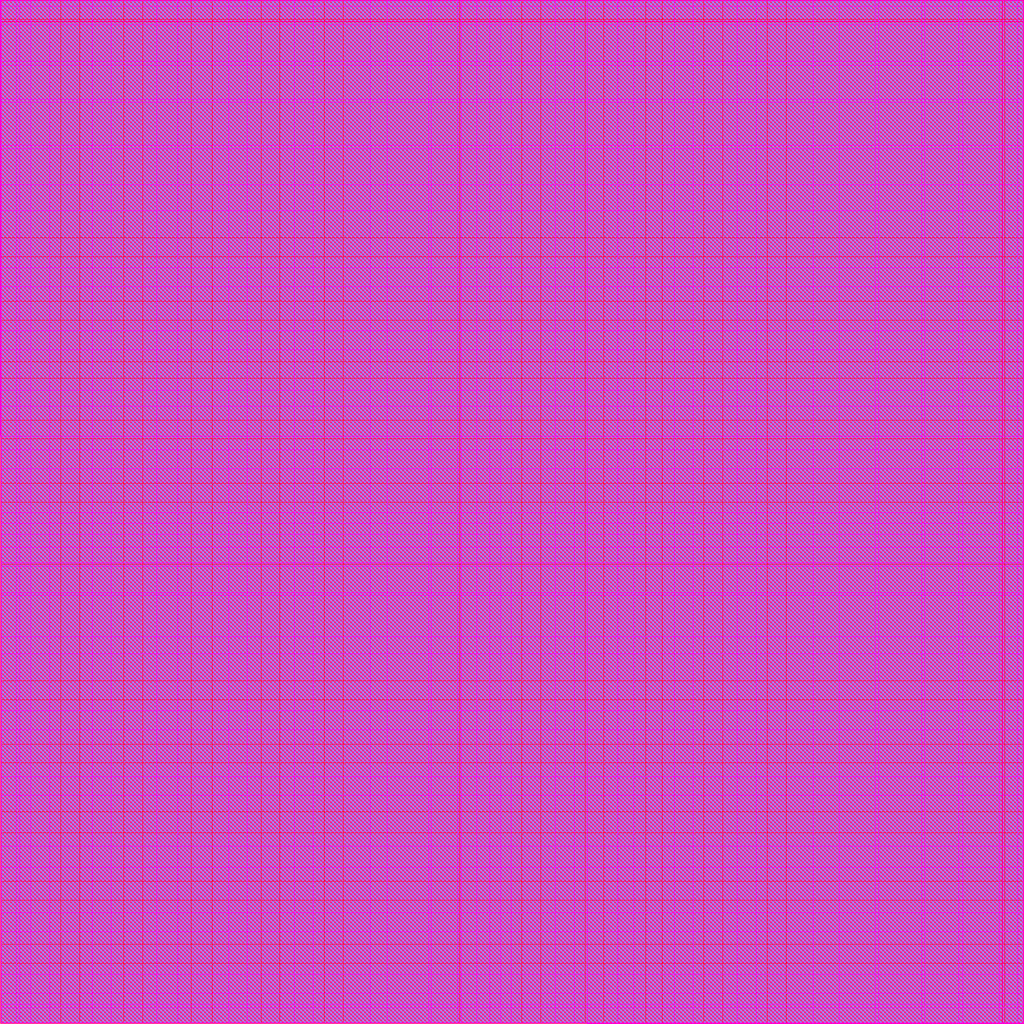
<source format=lef>

SITE  CornerSite
    CLASS	PAD ;
    SYMMETRY	R90 Y ;
    SIZE	189.000 BY 189.000 ;
END  CornerSite

SITE  IOSite
    CLASS       PAD ;
    SYMMETRY    Y ;
    SIZE        0.005 BY 189.000 ;
END  IOSite

MACRO PSESDCLAMP
  CLASS  PAD ;
  FOREIGN PSESDCLAMP 0.000 0.000 ;
  ORIGIN 0.000 0.000 ;
  SIZE 72.000 BY 189.000 ;
  SYMMETRY R90  ;
  SITE IOSite ;
  OBS 
      LAYER M4 ;
        RECT 0.445 71.440 0.700 78.100 ;
        RECT 0.445 63.270 0.700 68.270 ;
        RECT 0.445 51.630 0.700 59.770 ;
        RECT 0.445 39.130 0.700 48.130 ;
        RECT 0.445 26.270 0.700 35.270 ;
        RECT 0.445 14.630 0.700 22.770 ;
        RECT 0.445 3.610 0.700 11.130 ;
        RECT 0.445 0.040 1.275 0.700 ;
        RECT 0.445 0.040 0.700 2.960 ;
        RECT 4.835 0.090 4.845 0.700 ;
        RECT 4.845 0.100 4.855 0.700 ;
        RECT 4.855 0.110 4.865 0.700 ;
        RECT 4.865 0.120 4.875 0.700 ;
        RECT 4.875 0.130 4.885 0.700 ;
        RECT 4.885 0.140 4.895 0.700 ;
        RECT 4.895 0.150 4.905 0.700 ;
        RECT 4.905 0.160 4.915 0.700 ;
        RECT 4.915 0.170 4.925 0.700 ;
        RECT 4.925 0.180 4.935 0.700 ;
        RECT 4.935 0.190 4.945 0.700 ;
        RECT 4.945 0.200 4.955 0.700 ;
        RECT 4.955 0.210 4.965 0.700 ;
        RECT 4.965 0.220 4.975 0.700 ;
        RECT 4.975 0.230 4.985 0.700 ;
        RECT 4.985 0.240 4.995 0.700 ;
        RECT 4.995 0.250 5.005 0.700 ;
        RECT 5.005 0.260 5.015 0.700 ;
        RECT 5.015 0.270 5.025 0.700 ;
        RECT 5.025 0.280 5.035 0.700 ;
        RECT 5.035 0.290 5.045 0.700 ;
        RECT 5.045 0.300 5.055 0.700 ;
        RECT 5.055 0.310 5.065 0.700 ;
        RECT 5.065 0.320 5.075 0.700 ;
        RECT 5.075 0.330 5.085 0.700 ;
        RECT 5.085 0.340 5.095 0.700 ;
        RECT 5.095 0.350 5.105 0.700 ;
        RECT 5.105 0.360 5.115 0.700 ;
        RECT 5.115 0.370 5.125 0.700 ;
        RECT 5.125 0.380 5.135 0.700 ;
        RECT 5.135 0.390 5.145 0.700 ;
        RECT 5.145 0.400 5.155 0.700 ;
        RECT 5.155 0.410 5.165 0.700 ;
        RECT 5.165 0.420 5.175 0.700 ;
        RECT 5.175 0.430 5.185 0.700 ;
        RECT 5.185 0.440 5.195 0.700 ;
        RECT 5.195 0.450 5.205 0.700 ;
        RECT 5.205 0.460 5.215 0.700 ;
        RECT 5.215 0.470 5.225 0.700 ;
        RECT 5.225 0.480 5.235 0.700 ;
        RECT 5.235 0.490 5.245 0.700 ;
        RECT 5.245 0.500 5.255 0.700 ;
        RECT 5.255 0.510 5.265 0.700 ;
        RECT 5.265 0.520 5.275 0.700 ;
        RECT 5.275 0.530 5.285 0.700 ;
        RECT 5.285 0.540 5.295 0.700 ;
        RECT 5.295 0.550 5.305 0.700 ;
        RECT 5.305 0.560 5.315 0.700 ;
        RECT 5.315 0.570 5.325 0.700 ;
        RECT 2.475 0.570 2.485 0.700 ;
        RECT 2.485 0.560 2.495 0.700 ;
        RECT 2.495 0.550 2.505 0.700 ;
        RECT 2.505 0.540 2.515 0.700 ;
        RECT 2.515 0.530 2.525 0.700 ;
        RECT 2.525 0.520 2.535 0.700 ;
        RECT 2.535 0.510 2.545 0.700 ;
        RECT 2.545 0.500 2.555 0.700 ;
        RECT 2.555 0.490 2.565 0.700 ;
        RECT 2.565 0.480 2.575 0.700 ;
        RECT 2.575 0.470 2.585 0.700 ;
        RECT 2.585 0.460 2.595 0.700 ;
        RECT 2.595 0.450 2.605 0.700 ;
        RECT 2.605 0.440 2.615 0.700 ;
        RECT 2.615 0.430 2.625 0.700 ;
        RECT 2.625 0.420 2.635 0.700 ;
        RECT 2.635 0.410 2.645 0.700 ;
        RECT 2.645 0.400 2.655 0.700 ;
        RECT 2.655 0.390 2.665 0.700 ;
        RECT 2.665 0.380 2.675 0.700 ;
        RECT 2.675 0.370 2.685 0.700 ;
        RECT 2.685 0.360 2.695 0.700 ;
        RECT 2.695 0.350 2.705 0.700 ;
        RECT 2.705 0.340 2.715 0.700 ;
        RECT 2.715 0.330 2.725 0.700 ;
        RECT 2.725 0.320 2.735 0.700 ;
        RECT 2.735 0.310 2.745 0.700 ;
        RECT 2.745 0.300 2.755 0.700 ;
        RECT 2.755 0.290 2.765 0.700 ;
        RECT 2.765 0.280 2.775 0.700 ;
        RECT 2.775 0.270 2.785 0.700 ;
        RECT 2.785 0.260 2.795 0.700 ;
        RECT 2.795 0.250 2.805 0.700 ;
        RECT 2.805 0.240 2.815 0.700 ;
        RECT 2.815 0.230 2.825 0.700 ;
        RECT 2.825 0.220 2.835 0.700 ;
        RECT 2.835 0.210 2.845 0.700 ;
        RECT 2.845 0.200 2.855 0.700 ;
        RECT 2.855 0.190 2.865 0.700 ;
        RECT 2.865 0.180 2.875 0.700 ;
        RECT 2.875 0.170 2.885 0.700 ;
        RECT 2.885 0.160 2.895 0.700 ;
        RECT 2.895 0.150 2.905 0.700 ;
        RECT 2.905 0.140 2.915 0.700 ;
        RECT 2.915 0.130 2.925 0.700 ;
        RECT 2.925 0.120 2.935 0.700 ;
        RECT 2.935 0.110 2.945 0.700 ;
        RECT 2.945 0.100 2.955 0.700 ;
        RECT 2.955 0.090 2.965 0.700 ;
        RECT 2.965 0.080 4.835 0.700 ;
        RECT 11.255 0.090 11.265 0.700 ;
        RECT 11.265 0.100 11.275 0.700 ;
        RECT 11.275 0.110 11.285 0.700 ;
        RECT 11.285 0.120 11.295 0.700 ;
        RECT 11.295 0.130 11.305 0.700 ;
        RECT 11.305 0.140 11.315 0.700 ;
        RECT 11.315 0.150 11.325 0.700 ;
        RECT 11.325 0.160 11.335 0.700 ;
        RECT 11.335 0.170 11.345 0.700 ;
        RECT 11.345 0.180 11.355 0.700 ;
        RECT 11.355 0.190 11.365 0.700 ;
        RECT 11.365 0.200 11.375 0.700 ;
        RECT 11.375 0.210 11.385 0.700 ;
        RECT 11.385 0.220 11.395 0.700 ;
        RECT 11.395 0.230 11.405 0.700 ;
        RECT 11.405 0.240 11.415 0.700 ;
        RECT 11.415 0.250 11.425 0.700 ;
        RECT 11.425 0.260 11.435 0.700 ;
        RECT 11.435 0.270 11.445 0.700 ;
        RECT 11.445 0.280 11.455 0.700 ;
        RECT 11.455 0.290 11.465 0.700 ;
        RECT 11.465 0.300 11.475 0.700 ;
        RECT 11.475 0.310 11.485 0.700 ;
        RECT 11.485 0.320 11.495 0.700 ;
        RECT 11.495 0.330 11.505 0.700 ;
        RECT 11.505 0.340 11.515 0.700 ;
        RECT 11.515 0.350 11.525 0.700 ;
        RECT 11.525 0.360 11.535 0.700 ;
        RECT 11.535 0.370 11.545 0.700 ;
        RECT 11.545 0.380 11.555 0.700 ;
        RECT 11.555 0.390 11.565 0.700 ;
        RECT 11.565 0.400 11.575 0.700 ;
        RECT 11.575 0.410 11.585 0.700 ;
        RECT 11.585 0.420 11.595 0.700 ;
        RECT 11.595 0.430 11.605 0.700 ;
        RECT 11.605 0.440 11.615 0.700 ;
        RECT 11.615 0.450 11.625 0.700 ;
        RECT 11.625 0.460 11.635 0.700 ;
        RECT 11.635 0.470 11.645 0.700 ;
        RECT 11.645 0.480 11.655 0.700 ;
        RECT 11.655 0.490 11.665 0.700 ;
        RECT 11.665 0.500 11.675 0.700 ;
        RECT 11.675 0.510 11.685 0.700 ;
        RECT 11.685 0.520 11.695 0.700 ;
        RECT 11.695 0.530 11.705 0.700 ;
        RECT 11.705 0.540 11.715 0.700 ;
        RECT 11.715 0.550 11.725 0.700 ;
        RECT 11.725 0.560 11.735 0.700 ;
        RECT 11.735 0.570 11.745 0.700 ;
        RECT 8.895 0.570 8.905 0.700 ;
        RECT 8.905 0.560 8.915 0.700 ;
        RECT 8.915 0.550 8.925 0.700 ;
        RECT 8.925 0.540 8.935 0.700 ;
        RECT 8.935 0.530 8.945 0.700 ;
        RECT 8.945 0.520 8.955 0.700 ;
        RECT 8.955 0.510 8.965 0.700 ;
        RECT 8.965 0.500 8.975 0.700 ;
        RECT 8.975 0.490 8.985 0.700 ;
        RECT 8.985 0.480 8.995 0.700 ;
        RECT 8.995 0.470 9.005 0.700 ;
        RECT 9.005 0.460 9.015 0.700 ;
        RECT 9.015 0.450 9.025 0.700 ;
        RECT 9.025 0.440 9.035 0.700 ;
        RECT 9.035 0.430 9.045 0.700 ;
        RECT 9.045 0.420 9.055 0.700 ;
        RECT 9.055 0.410 9.065 0.700 ;
        RECT 9.065 0.400 9.075 0.700 ;
        RECT 9.075 0.390 9.085 0.700 ;
        RECT 9.085 0.380 9.095 0.700 ;
        RECT 9.095 0.370 9.105 0.700 ;
        RECT 9.105 0.360 9.115 0.700 ;
        RECT 9.115 0.350 9.125 0.700 ;
        RECT 9.125 0.340 9.135 0.700 ;
        RECT 9.135 0.330 9.145 0.700 ;
        RECT 9.145 0.320 9.155 0.700 ;
        RECT 9.155 0.310 9.165 0.700 ;
        RECT 9.165 0.300 9.175 0.700 ;
        RECT 9.175 0.290 9.185 0.700 ;
        RECT 9.185 0.280 9.195 0.700 ;
        RECT 9.195 0.270 9.205 0.700 ;
        RECT 9.205 0.260 9.215 0.700 ;
        RECT 9.215 0.250 9.225 0.700 ;
        RECT 9.225 0.240 9.235 0.700 ;
        RECT 9.235 0.230 9.245 0.700 ;
        RECT 9.245 0.220 9.255 0.700 ;
        RECT 9.255 0.210 9.265 0.700 ;
        RECT 9.265 0.200 9.275 0.700 ;
        RECT 9.275 0.190 9.285 0.700 ;
        RECT 9.285 0.180 9.295 0.700 ;
        RECT 9.295 0.170 9.305 0.700 ;
        RECT 9.305 0.160 9.315 0.700 ;
        RECT 9.315 0.150 9.325 0.700 ;
        RECT 9.325 0.140 9.335 0.700 ;
        RECT 9.335 0.130 9.345 0.700 ;
        RECT 9.345 0.120 9.355 0.700 ;
        RECT 9.355 0.110 9.365 0.700 ;
        RECT 9.365 0.100 9.375 0.700 ;
        RECT 9.375 0.090 9.385 0.700 ;
        RECT 9.385 0.080 11.255 0.700 ;
        RECT 17.675 0.090 17.685 0.700 ;
        RECT 17.685 0.100 17.695 0.700 ;
        RECT 17.695 0.110 17.705 0.700 ;
        RECT 17.705 0.120 17.715 0.700 ;
        RECT 17.715 0.130 17.725 0.700 ;
        RECT 17.725 0.140 17.735 0.700 ;
        RECT 17.735 0.150 17.745 0.700 ;
        RECT 17.745 0.160 17.755 0.700 ;
        RECT 17.755 0.170 17.765 0.700 ;
        RECT 17.765 0.180 17.775 0.700 ;
        RECT 17.775 0.190 17.785 0.700 ;
        RECT 17.785 0.200 17.795 0.700 ;
        RECT 17.795 0.210 17.805 0.700 ;
        RECT 17.805 0.220 17.815 0.700 ;
        RECT 17.815 0.230 17.825 0.700 ;
        RECT 17.825 0.240 17.835 0.700 ;
        RECT 17.835 0.250 17.845 0.700 ;
        RECT 17.845 0.260 17.855 0.700 ;
        RECT 17.855 0.270 17.865 0.700 ;
        RECT 17.865 0.280 17.875 0.700 ;
        RECT 17.875 0.290 17.885 0.700 ;
        RECT 17.885 0.300 17.895 0.700 ;
        RECT 17.895 0.310 17.905 0.700 ;
        RECT 17.905 0.320 17.915 0.700 ;
        RECT 17.915 0.330 17.925 0.700 ;
        RECT 17.925 0.340 17.935 0.700 ;
        RECT 17.935 0.350 17.945 0.700 ;
        RECT 17.945 0.360 17.955 0.700 ;
        RECT 17.955 0.370 17.965 0.700 ;
        RECT 17.965 0.380 17.975 0.700 ;
        RECT 17.975 0.390 17.985 0.700 ;
        RECT 17.985 0.400 17.995 0.700 ;
        RECT 17.995 0.410 18.005 0.700 ;
        RECT 18.005 0.420 18.015 0.700 ;
        RECT 18.015 0.430 18.025 0.700 ;
        RECT 18.025 0.440 18.035 0.700 ;
        RECT 18.035 0.450 18.045 0.700 ;
        RECT 18.045 0.460 18.055 0.700 ;
        RECT 18.055 0.470 18.065 0.700 ;
        RECT 18.065 0.480 18.075 0.700 ;
        RECT 18.075 0.490 18.085 0.700 ;
        RECT 18.085 0.500 18.095 0.700 ;
        RECT 18.095 0.510 18.105 0.700 ;
        RECT 18.105 0.520 18.115 0.700 ;
        RECT 18.115 0.530 18.125 0.700 ;
        RECT 18.125 0.540 18.135 0.700 ;
        RECT 18.135 0.550 18.145 0.700 ;
        RECT 18.145 0.560 18.155 0.700 ;
        RECT 18.155 0.570 18.165 0.700 ;
        RECT 15.315 0.570 15.325 0.700 ;
        RECT 15.325 0.560 15.335 0.700 ;
        RECT 15.335 0.550 15.345 0.700 ;
        RECT 15.345 0.540 15.355 0.700 ;
        RECT 15.355 0.530 15.365 0.700 ;
        RECT 15.365 0.520 15.375 0.700 ;
        RECT 15.375 0.510 15.385 0.700 ;
        RECT 15.385 0.500 15.395 0.700 ;
        RECT 15.395 0.490 15.405 0.700 ;
        RECT 15.405 0.480 15.415 0.700 ;
        RECT 15.415 0.470 15.425 0.700 ;
        RECT 15.425 0.460 15.435 0.700 ;
        RECT 15.435 0.450 15.445 0.700 ;
        RECT 15.445 0.440 15.455 0.700 ;
        RECT 15.455 0.430 15.465 0.700 ;
        RECT 15.465 0.420 15.475 0.700 ;
        RECT 15.475 0.410 15.485 0.700 ;
        RECT 15.485 0.400 15.495 0.700 ;
        RECT 15.495 0.390 15.505 0.700 ;
        RECT 15.505 0.380 15.515 0.700 ;
        RECT 15.515 0.370 15.525 0.700 ;
        RECT 15.525 0.360 15.535 0.700 ;
        RECT 15.535 0.350 15.545 0.700 ;
        RECT 15.545 0.340 15.555 0.700 ;
        RECT 15.555 0.330 15.565 0.700 ;
        RECT 15.565 0.320 15.575 0.700 ;
        RECT 15.575 0.310 15.585 0.700 ;
        RECT 15.585 0.300 15.595 0.700 ;
        RECT 15.595 0.290 15.605 0.700 ;
        RECT 15.605 0.280 15.615 0.700 ;
        RECT 15.615 0.270 15.625 0.700 ;
        RECT 15.625 0.260 15.635 0.700 ;
        RECT 15.635 0.250 15.645 0.700 ;
        RECT 15.645 0.240 15.655 0.700 ;
        RECT 15.655 0.230 15.665 0.700 ;
        RECT 15.665 0.220 15.675 0.700 ;
        RECT 15.675 0.210 15.685 0.700 ;
        RECT 15.685 0.200 15.695 0.700 ;
        RECT 15.695 0.190 15.705 0.700 ;
        RECT 15.705 0.180 15.715 0.700 ;
        RECT 15.715 0.170 15.725 0.700 ;
        RECT 15.725 0.160 15.735 0.700 ;
        RECT 15.735 0.150 15.745 0.700 ;
        RECT 15.745 0.140 15.755 0.700 ;
        RECT 15.755 0.130 15.765 0.700 ;
        RECT 15.765 0.120 15.775 0.700 ;
        RECT 15.775 0.110 15.785 0.700 ;
        RECT 15.785 0.100 15.795 0.700 ;
        RECT 15.795 0.090 15.805 0.700 ;
        RECT 15.805 0.080 17.675 0.700 ;
        RECT 24.095 0.090 24.105 0.700 ;
        RECT 24.105 0.100 24.115 0.700 ;
        RECT 24.115 0.110 24.125 0.700 ;
        RECT 24.125 0.120 24.135 0.700 ;
        RECT 24.135 0.130 24.145 0.700 ;
        RECT 24.145 0.140 24.155 0.700 ;
        RECT 24.155 0.150 24.165 0.700 ;
        RECT 24.165 0.160 24.175 0.700 ;
        RECT 24.175 0.170 24.185 0.700 ;
        RECT 24.185 0.180 24.195 0.700 ;
        RECT 24.195 0.190 24.205 0.700 ;
        RECT 24.205 0.200 24.215 0.700 ;
        RECT 24.215 0.210 24.225 0.700 ;
        RECT 24.225 0.220 24.235 0.700 ;
        RECT 24.235 0.230 24.245 0.700 ;
        RECT 24.245 0.240 24.255 0.700 ;
        RECT 24.255 0.250 24.265 0.700 ;
        RECT 24.265 0.260 24.275 0.700 ;
        RECT 24.275 0.270 24.285 0.700 ;
        RECT 24.285 0.280 24.295 0.700 ;
        RECT 24.295 0.290 24.305 0.700 ;
        RECT 24.305 0.300 24.315 0.700 ;
        RECT 24.315 0.310 24.325 0.700 ;
        RECT 24.325 0.320 24.335 0.700 ;
        RECT 24.335 0.330 24.345 0.700 ;
        RECT 24.345 0.340 24.355 0.700 ;
        RECT 24.355 0.350 24.365 0.700 ;
        RECT 24.365 0.360 24.375 0.700 ;
        RECT 24.375 0.370 24.385 0.700 ;
        RECT 24.385 0.380 24.395 0.700 ;
        RECT 24.395 0.390 24.405 0.700 ;
        RECT 24.405 0.400 24.415 0.700 ;
        RECT 24.415 0.410 24.425 0.700 ;
        RECT 24.425 0.420 24.435 0.700 ;
        RECT 24.435 0.430 24.445 0.700 ;
        RECT 24.445 0.440 24.455 0.700 ;
        RECT 24.455 0.450 24.465 0.700 ;
        RECT 24.465 0.460 24.475 0.700 ;
        RECT 24.475 0.470 24.485 0.700 ;
        RECT 24.485 0.480 24.495 0.700 ;
        RECT 24.495 0.490 24.505 0.700 ;
        RECT 24.505 0.500 24.515 0.700 ;
        RECT 24.515 0.510 24.525 0.700 ;
        RECT 24.525 0.520 24.535 0.700 ;
        RECT 24.535 0.530 24.545 0.700 ;
        RECT 24.545 0.540 24.555 0.700 ;
        RECT 24.555 0.550 24.565 0.700 ;
        RECT 24.565 0.560 24.575 0.700 ;
        RECT 24.575 0.570 24.585 0.700 ;
        RECT 21.735 0.570 21.745 0.700 ;
        RECT 21.745 0.560 21.755 0.700 ;
        RECT 21.755 0.550 21.765 0.700 ;
        RECT 21.765 0.540 21.775 0.700 ;
        RECT 21.775 0.530 21.785 0.700 ;
        RECT 21.785 0.520 21.795 0.700 ;
        RECT 21.795 0.510 21.805 0.700 ;
        RECT 21.805 0.500 21.815 0.700 ;
        RECT 21.815 0.490 21.825 0.700 ;
        RECT 21.825 0.480 21.835 0.700 ;
        RECT 21.835 0.470 21.845 0.700 ;
        RECT 21.845 0.460 21.855 0.700 ;
        RECT 21.855 0.450 21.865 0.700 ;
        RECT 21.865 0.440 21.875 0.700 ;
        RECT 21.875 0.430 21.885 0.700 ;
        RECT 21.885 0.420 21.895 0.700 ;
        RECT 21.895 0.410 21.905 0.700 ;
        RECT 21.905 0.400 21.915 0.700 ;
        RECT 21.915 0.390 21.925 0.700 ;
        RECT 21.925 0.380 21.935 0.700 ;
        RECT 21.935 0.370 21.945 0.700 ;
        RECT 21.945 0.360 21.955 0.700 ;
        RECT 21.955 0.350 21.965 0.700 ;
        RECT 21.965 0.340 21.975 0.700 ;
        RECT 21.975 0.330 21.985 0.700 ;
        RECT 21.985 0.320 21.995 0.700 ;
        RECT 21.995 0.310 22.005 0.700 ;
        RECT 22.005 0.300 22.015 0.700 ;
        RECT 22.015 0.290 22.025 0.700 ;
        RECT 22.025 0.280 22.035 0.700 ;
        RECT 22.035 0.270 22.045 0.700 ;
        RECT 22.045 0.260 22.055 0.700 ;
        RECT 22.055 0.250 22.065 0.700 ;
        RECT 22.065 0.240 22.075 0.700 ;
        RECT 22.075 0.230 22.085 0.700 ;
        RECT 22.085 0.220 22.095 0.700 ;
        RECT 22.095 0.210 22.105 0.700 ;
        RECT 22.105 0.200 22.115 0.700 ;
        RECT 22.115 0.190 22.125 0.700 ;
        RECT 22.125 0.180 22.135 0.700 ;
        RECT 22.135 0.170 22.145 0.700 ;
        RECT 22.145 0.160 22.155 0.700 ;
        RECT 22.155 0.150 22.165 0.700 ;
        RECT 22.165 0.140 22.175 0.700 ;
        RECT 22.175 0.130 22.185 0.700 ;
        RECT 22.185 0.120 22.195 0.700 ;
        RECT 22.195 0.110 22.205 0.700 ;
        RECT 22.205 0.100 22.215 0.700 ;
        RECT 22.215 0.090 22.225 0.700 ;
        RECT 22.225 0.080 24.095 0.700 ;
        RECT 30.515 0.090 30.525 0.700 ;
        RECT 30.525 0.100 30.535 0.700 ;
        RECT 30.535 0.110 30.545 0.700 ;
        RECT 30.545 0.120 30.555 0.700 ;
        RECT 30.555 0.130 30.565 0.700 ;
        RECT 30.565 0.140 30.575 0.700 ;
        RECT 30.575 0.150 30.585 0.700 ;
        RECT 30.585 0.160 30.595 0.700 ;
        RECT 30.595 0.170 30.605 0.700 ;
        RECT 30.605 0.180 30.615 0.700 ;
        RECT 30.615 0.190 30.625 0.700 ;
        RECT 30.625 0.200 30.635 0.700 ;
        RECT 30.635 0.210 30.645 0.700 ;
        RECT 30.645 0.220 30.655 0.700 ;
        RECT 30.655 0.230 30.665 0.700 ;
        RECT 30.665 0.240 30.675 0.700 ;
        RECT 30.675 0.250 30.685 0.700 ;
        RECT 30.685 0.260 30.695 0.700 ;
        RECT 30.695 0.270 30.705 0.700 ;
        RECT 30.705 0.280 30.715 0.700 ;
        RECT 30.715 0.290 30.725 0.700 ;
        RECT 30.725 0.300 30.735 0.700 ;
        RECT 30.735 0.310 30.745 0.700 ;
        RECT 30.745 0.320 30.755 0.700 ;
        RECT 30.755 0.330 30.765 0.700 ;
        RECT 30.765 0.340 30.775 0.700 ;
        RECT 30.775 0.350 30.785 0.700 ;
        RECT 30.785 0.360 30.795 0.700 ;
        RECT 30.795 0.370 30.805 0.700 ;
        RECT 30.805 0.380 30.815 0.700 ;
        RECT 30.815 0.390 30.825 0.700 ;
        RECT 30.825 0.400 30.835 0.700 ;
        RECT 30.835 0.410 30.845 0.700 ;
        RECT 30.845 0.420 30.855 0.700 ;
        RECT 30.855 0.430 30.865 0.700 ;
        RECT 30.865 0.440 30.875 0.700 ;
        RECT 30.875 0.450 30.885 0.700 ;
        RECT 30.885 0.460 30.895 0.700 ;
        RECT 30.895 0.470 30.905 0.700 ;
        RECT 30.905 0.480 30.915 0.700 ;
        RECT 30.915 0.490 30.925 0.700 ;
        RECT 30.925 0.500 30.935 0.700 ;
        RECT 30.935 0.510 30.945 0.700 ;
        RECT 30.945 0.520 30.955 0.700 ;
        RECT 30.955 0.530 30.965 0.700 ;
        RECT 30.965 0.540 30.975 0.700 ;
        RECT 30.975 0.550 30.985 0.700 ;
        RECT 30.985 0.560 30.995 0.700 ;
        RECT 30.995 0.570 31.005 0.700 ;
        RECT 28.155 0.570 28.165 0.700 ;
        RECT 28.165 0.560 28.175 0.700 ;
        RECT 28.175 0.550 28.185 0.700 ;
        RECT 28.185 0.540 28.195 0.700 ;
        RECT 28.195 0.530 28.205 0.700 ;
        RECT 28.205 0.520 28.215 0.700 ;
        RECT 28.215 0.510 28.225 0.700 ;
        RECT 28.225 0.500 28.235 0.700 ;
        RECT 28.235 0.490 28.245 0.700 ;
        RECT 28.245 0.480 28.255 0.700 ;
        RECT 28.255 0.470 28.265 0.700 ;
        RECT 28.265 0.460 28.275 0.700 ;
        RECT 28.275 0.450 28.285 0.700 ;
        RECT 28.285 0.440 28.295 0.700 ;
        RECT 28.295 0.430 28.305 0.700 ;
        RECT 28.305 0.420 28.315 0.700 ;
        RECT 28.315 0.410 28.325 0.700 ;
        RECT 28.325 0.400 28.335 0.700 ;
        RECT 28.335 0.390 28.345 0.700 ;
        RECT 28.345 0.380 28.355 0.700 ;
        RECT 28.355 0.370 28.365 0.700 ;
        RECT 28.365 0.360 28.375 0.700 ;
        RECT 28.375 0.350 28.385 0.700 ;
        RECT 28.385 0.340 28.395 0.700 ;
        RECT 28.395 0.330 28.405 0.700 ;
        RECT 28.405 0.320 28.415 0.700 ;
        RECT 28.415 0.310 28.425 0.700 ;
        RECT 28.425 0.300 28.435 0.700 ;
        RECT 28.435 0.290 28.445 0.700 ;
        RECT 28.445 0.280 28.455 0.700 ;
        RECT 28.455 0.270 28.465 0.700 ;
        RECT 28.465 0.260 28.475 0.700 ;
        RECT 28.475 0.250 28.485 0.700 ;
        RECT 28.485 0.240 28.495 0.700 ;
        RECT 28.495 0.230 28.505 0.700 ;
        RECT 28.505 0.220 28.515 0.700 ;
        RECT 28.515 0.210 28.525 0.700 ;
        RECT 28.525 0.200 28.535 0.700 ;
        RECT 28.535 0.190 28.545 0.700 ;
        RECT 28.545 0.180 28.555 0.700 ;
        RECT 28.555 0.170 28.565 0.700 ;
        RECT 28.565 0.160 28.575 0.700 ;
        RECT 28.575 0.150 28.585 0.700 ;
        RECT 28.585 0.140 28.595 0.700 ;
        RECT 28.595 0.130 28.605 0.700 ;
        RECT 28.605 0.120 28.615 0.700 ;
        RECT 28.615 0.110 28.625 0.700 ;
        RECT 28.625 0.100 28.635 0.700 ;
        RECT 28.635 0.090 28.645 0.700 ;
        RECT 28.645 0.080 30.515 0.700 ;
        RECT 36.935 0.090 36.945 0.700 ;
        RECT 36.945 0.100 36.955 0.700 ;
        RECT 36.955 0.110 36.965 0.700 ;
        RECT 36.965 0.120 36.975 0.700 ;
        RECT 36.975 0.130 36.985 0.700 ;
        RECT 36.985 0.140 36.995 0.700 ;
        RECT 36.995 0.150 37.005 0.700 ;
        RECT 37.005 0.160 37.015 0.700 ;
        RECT 37.015 0.170 37.025 0.700 ;
        RECT 37.025 0.180 37.035 0.700 ;
        RECT 37.035 0.190 37.045 0.700 ;
        RECT 37.045 0.200 37.055 0.700 ;
        RECT 37.055 0.210 37.065 0.700 ;
        RECT 37.065 0.220 37.075 0.700 ;
        RECT 37.075 0.230 37.085 0.700 ;
        RECT 37.085 0.240 37.095 0.700 ;
        RECT 37.095 0.250 37.105 0.700 ;
        RECT 37.105 0.260 37.115 0.700 ;
        RECT 37.115 0.270 37.125 0.700 ;
        RECT 37.125 0.280 37.135 0.700 ;
        RECT 37.135 0.290 37.145 0.700 ;
        RECT 37.145 0.300 37.155 0.700 ;
        RECT 37.155 0.310 37.165 0.700 ;
        RECT 37.165 0.320 37.175 0.700 ;
        RECT 37.175 0.330 37.185 0.700 ;
        RECT 37.185 0.340 37.195 0.700 ;
        RECT 37.195 0.350 37.205 0.700 ;
        RECT 37.205 0.360 37.215 0.700 ;
        RECT 37.215 0.370 37.225 0.700 ;
        RECT 37.225 0.380 37.235 0.700 ;
        RECT 37.235 0.390 37.245 0.700 ;
        RECT 37.245 0.400 37.255 0.700 ;
        RECT 37.255 0.410 37.265 0.700 ;
        RECT 37.265 0.420 37.275 0.700 ;
        RECT 37.275 0.430 37.285 0.700 ;
        RECT 37.285 0.440 37.295 0.700 ;
        RECT 37.295 0.450 37.305 0.700 ;
        RECT 37.305 0.460 37.315 0.700 ;
        RECT 37.315 0.470 37.325 0.700 ;
        RECT 37.325 0.480 37.335 0.700 ;
        RECT 37.335 0.490 37.345 0.700 ;
        RECT 37.345 0.500 37.355 0.700 ;
        RECT 37.355 0.510 37.365 0.700 ;
        RECT 37.365 0.520 37.375 0.700 ;
        RECT 37.375 0.530 37.385 0.700 ;
        RECT 37.385 0.540 37.395 0.700 ;
        RECT 37.395 0.550 37.405 0.700 ;
        RECT 37.405 0.560 37.415 0.700 ;
        RECT 37.415 0.570 37.425 0.700 ;
        RECT 34.575 0.570 34.585 0.700 ;
        RECT 34.585 0.560 34.595 0.700 ;
        RECT 34.595 0.550 34.605 0.700 ;
        RECT 34.605 0.540 34.615 0.700 ;
        RECT 34.615 0.530 34.625 0.700 ;
        RECT 34.625 0.520 34.635 0.700 ;
        RECT 34.635 0.510 34.645 0.700 ;
        RECT 34.645 0.500 34.655 0.700 ;
        RECT 34.655 0.490 34.665 0.700 ;
        RECT 34.665 0.480 34.675 0.700 ;
        RECT 34.675 0.470 34.685 0.700 ;
        RECT 34.685 0.460 34.695 0.700 ;
        RECT 34.695 0.450 34.705 0.700 ;
        RECT 34.705 0.440 34.715 0.700 ;
        RECT 34.715 0.430 34.725 0.700 ;
        RECT 34.725 0.420 34.735 0.700 ;
        RECT 34.735 0.410 34.745 0.700 ;
        RECT 34.745 0.400 34.755 0.700 ;
        RECT 34.755 0.390 34.765 0.700 ;
        RECT 34.765 0.380 34.775 0.700 ;
        RECT 34.775 0.370 34.785 0.700 ;
        RECT 34.785 0.360 34.795 0.700 ;
        RECT 34.795 0.350 34.805 0.700 ;
        RECT 34.805 0.340 34.815 0.700 ;
        RECT 34.815 0.330 34.825 0.700 ;
        RECT 34.825 0.320 34.835 0.700 ;
        RECT 34.835 0.310 34.845 0.700 ;
        RECT 34.845 0.300 34.855 0.700 ;
        RECT 34.855 0.290 34.865 0.700 ;
        RECT 34.865 0.280 34.875 0.700 ;
        RECT 34.875 0.270 34.885 0.700 ;
        RECT 34.885 0.260 34.895 0.700 ;
        RECT 34.895 0.250 34.905 0.700 ;
        RECT 34.905 0.240 34.915 0.700 ;
        RECT 34.915 0.230 34.925 0.700 ;
        RECT 34.925 0.220 34.935 0.700 ;
        RECT 34.935 0.210 34.945 0.700 ;
        RECT 34.945 0.200 34.955 0.700 ;
        RECT 34.955 0.190 34.965 0.700 ;
        RECT 34.965 0.180 34.975 0.700 ;
        RECT 34.975 0.170 34.985 0.700 ;
        RECT 34.985 0.160 34.995 0.700 ;
        RECT 34.995 0.150 35.005 0.700 ;
        RECT 35.005 0.140 35.015 0.700 ;
        RECT 35.015 0.130 35.025 0.700 ;
        RECT 35.025 0.120 35.035 0.700 ;
        RECT 35.035 0.110 35.045 0.700 ;
        RECT 35.045 0.100 35.055 0.700 ;
        RECT 35.055 0.090 35.065 0.700 ;
        RECT 35.065 0.080 36.935 0.700 ;
        RECT 43.355 0.090 43.365 0.700 ;
        RECT 43.365 0.100 43.375 0.700 ;
        RECT 43.375 0.110 43.385 0.700 ;
        RECT 43.385 0.120 43.395 0.700 ;
        RECT 43.395 0.130 43.405 0.700 ;
        RECT 43.405 0.140 43.415 0.700 ;
        RECT 43.415 0.150 43.425 0.700 ;
        RECT 43.425 0.160 43.435 0.700 ;
        RECT 43.435 0.170 43.445 0.700 ;
        RECT 43.445 0.180 43.455 0.700 ;
        RECT 43.455 0.190 43.465 0.700 ;
        RECT 43.465 0.200 43.475 0.700 ;
        RECT 43.475 0.210 43.485 0.700 ;
        RECT 43.485 0.220 43.495 0.700 ;
        RECT 43.495 0.230 43.505 0.700 ;
        RECT 43.505 0.240 43.515 0.700 ;
        RECT 43.515 0.250 43.525 0.700 ;
        RECT 43.525 0.260 43.535 0.700 ;
        RECT 43.535 0.270 43.545 0.700 ;
        RECT 43.545 0.280 43.555 0.700 ;
        RECT 43.555 0.290 43.565 0.700 ;
        RECT 43.565 0.300 43.575 0.700 ;
        RECT 43.575 0.310 43.585 0.700 ;
        RECT 43.585 0.320 43.595 0.700 ;
        RECT 43.595 0.330 43.605 0.700 ;
        RECT 43.605 0.340 43.615 0.700 ;
        RECT 43.615 0.350 43.625 0.700 ;
        RECT 43.625 0.360 43.635 0.700 ;
        RECT 43.635 0.370 43.645 0.700 ;
        RECT 43.645 0.380 43.655 0.700 ;
        RECT 43.655 0.390 43.665 0.700 ;
        RECT 43.665 0.400 43.675 0.700 ;
        RECT 43.675 0.410 43.685 0.700 ;
        RECT 43.685 0.420 43.695 0.700 ;
        RECT 43.695 0.430 43.705 0.700 ;
        RECT 43.705 0.440 43.715 0.700 ;
        RECT 43.715 0.450 43.725 0.700 ;
        RECT 43.725 0.460 43.735 0.700 ;
        RECT 43.735 0.470 43.745 0.700 ;
        RECT 43.745 0.480 43.755 0.700 ;
        RECT 43.755 0.490 43.765 0.700 ;
        RECT 43.765 0.500 43.775 0.700 ;
        RECT 43.775 0.510 43.785 0.700 ;
        RECT 43.785 0.520 43.795 0.700 ;
        RECT 43.795 0.530 43.805 0.700 ;
        RECT 43.805 0.540 43.815 0.700 ;
        RECT 43.815 0.550 43.825 0.700 ;
        RECT 43.825 0.560 43.835 0.700 ;
        RECT 43.835 0.570 43.845 0.700 ;
        RECT 40.995 0.570 41.005 0.700 ;
        RECT 41.005 0.560 41.015 0.700 ;
        RECT 41.015 0.550 41.025 0.700 ;
        RECT 41.025 0.540 41.035 0.700 ;
        RECT 41.035 0.530 41.045 0.700 ;
        RECT 41.045 0.520 41.055 0.700 ;
        RECT 41.055 0.510 41.065 0.700 ;
        RECT 41.065 0.500 41.075 0.700 ;
        RECT 41.075 0.490 41.085 0.700 ;
        RECT 41.085 0.480 41.095 0.700 ;
        RECT 41.095 0.470 41.105 0.700 ;
        RECT 41.105 0.460 41.115 0.700 ;
        RECT 41.115 0.450 41.125 0.700 ;
        RECT 41.125 0.440 41.135 0.700 ;
        RECT 41.135 0.430 41.145 0.700 ;
        RECT 41.145 0.420 41.155 0.700 ;
        RECT 41.155 0.410 41.165 0.700 ;
        RECT 41.165 0.400 41.175 0.700 ;
        RECT 41.175 0.390 41.185 0.700 ;
        RECT 41.185 0.380 41.195 0.700 ;
        RECT 41.195 0.370 41.205 0.700 ;
        RECT 41.205 0.360 41.215 0.700 ;
        RECT 41.215 0.350 41.225 0.700 ;
        RECT 41.225 0.340 41.235 0.700 ;
        RECT 41.235 0.330 41.245 0.700 ;
        RECT 41.245 0.320 41.255 0.700 ;
        RECT 41.255 0.310 41.265 0.700 ;
        RECT 41.265 0.300 41.275 0.700 ;
        RECT 41.275 0.290 41.285 0.700 ;
        RECT 41.285 0.280 41.295 0.700 ;
        RECT 41.295 0.270 41.305 0.700 ;
        RECT 41.305 0.260 41.315 0.700 ;
        RECT 41.315 0.250 41.325 0.700 ;
        RECT 41.325 0.240 41.335 0.700 ;
        RECT 41.335 0.230 41.345 0.700 ;
        RECT 41.345 0.220 41.355 0.700 ;
        RECT 41.355 0.210 41.365 0.700 ;
        RECT 41.365 0.200 41.375 0.700 ;
        RECT 41.375 0.190 41.385 0.700 ;
        RECT 41.385 0.180 41.395 0.700 ;
        RECT 41.395 0.170 41.405 0.700 ;
        RECT 41.405 0.160 41.415 0.700 ;
        RECT 41.415 0.150 41.425 0.700 ;
        RECT 41.425 0.140 41.435 0.700 ;
        RECT 41.435 0.130 41.445 0.700 ;
        RECT 41.445 0.120 41.455 0.700 ;
        RECT 41.455 0.110 41.465 0.700 ;
        RECT 41.465 0.100 41.475 0.700 ;
        RECT 41.475 0.090 41.485 0.700 ;
        RECT 41.485 0.080 43.355 0.700 ;
        RECT 49.775 0.090 49.785 0.700 ;
        RECT 49.785 0.100 49.795 0.700 ;
        RECT 49.795 0.110 49.805 0.700 ;
        RECT 49.805 0.120 49.815 0.700 ;
        RECT 49.815 0.130 49.825 0.700 ;
        RECT 49.825 0.140 49.835 0.700 ;
        RECT 49.835 0.150 49.845 0.700 ;
        RECT 49.845 0.160 49.855 0.700 ;
        RECT 49.855 0.170 49.865 0.700 ;
        RECT 49.865 0.180 49.875 0.700 ;
        RECT 49.875 0.190 49.885 0.700 ;
        RECT 49.885 0.200 49.895 0.700 ;
        RECT 49.895 0.210 49.905 0.700 ;
        RECT 49.905 0.220 49.915 0.700 ;
        RECT 49.915 0.230 49.925 0.700 ;
        RECT 49.925 0.240 49.935 0.700 ;
        RECT 49.935 0.250 49.945 0.700 ;
        RECT 49.945 0.260 49.955 0.700 ;
        RECT 49.955 0.270 49.965 0.700 ;
        RECT 49.965 0.280 49.975 0.700 ;
        RECT 49.975 0.290 49.985 0.700 ;
        RECT 49.985 0.300 49.995 0.700 ;
        RECT 49.995 0.310 50.005 0.700 ;
        RECT 50.005 0.320 50.015 0.700 ;
        RECT 50.015 0.330 50.025 0.700 ;
        RECT 50.025 0.340 50.035 0.700 ;
        RECT 50.035 0.350 50.045 0.700 ;
        RECT 50.045 0.360 50.055 0.700 ;
        RECT 50.055 0.370 50.065 0.700 ;
        RECT 50.065 0.380 50.075 0.700 ;
        RECT 50.075 0.390 50.085 0.700 ;
        RECT 50.085 0.400 50.095 0.700 ;
        RECT 50.095 0.410 50.105 0.700 ;
        RECT 50.105 0.420 50.115 0.700 ;
        RECT 50.115 0.430 50.125 0.700 ;
        RECT 50.125 0.440 50.135 0.700 ;
        RECT 50.135 0.450 50.145 0.700 ;
        RECT 50.145 0.460 50.155 0.700 ;
        RECT 50.155 0.470 50.165 0.700 ;
        RECT 50.165 0.480 50.175 0.700 ;
        RECT 50.175 0.490 50.185 0.700 ;
        RECT 50.185 0.500 50.195 0.700 ;
        RECT 50.195 0.510 50.205 0.700 ;
        RECT 50.205 0.520 50.215 0.700 ;
        RECT 50.215 0.530 50.225 0.700 ;
        RECT 50.225 0.540 50.235 0.700 ;
        RECT 50.235 0.550 50.245 0.700 ;
        RECT 50.245 0.560 50.255 0.700 ;
        RECT 50.255 0.570 50.265 0.700 ;
        RECT 47.415 0.570 47.425 0.700 ;
        RECT 47.425 0.560 47.435 0.700 ;
        RECT 47.435 0.550 47.445 0.700 ;
        RECT 47.445 0.540 47.455 0.700 ;
        RECT 47.455 0.530 47.465 0.700 ;
        RECT 47.465 0.520 47.475 0.700 ;
        RECT 47.475 0.510 47.485 0.700 ;
        RECT 47.485 0.500 47.495 0.700 ;
        RECT 47.495 0.490 47.505 0.700 ;
        RECT 47.505 0.480 47.515 0.700 ;
        RECT 47.515 0.470 47.525 0.700 ;
        RECT 47.525 0.460 47.535 0.700 ;
        RECT 47.535 0.450 47.545 0.700 ;
        RECT 47.545 0.440 47.555 0.700 ;
        RECT 47.555 0.430 47.565 0.700 ;
        RECT 47.565 0.420 47.575 0.700 ;
        RECT 47.575 0.410 47.585 0.700 ;
        RECT 47.585 0.400 47.595 0.700 ;
        RECT 47.595 0.390 47.605 0.700 ;
        RECT 47.605 0.380 47.615 0.700 ;
        RECT 47.615 0.370 47.625 0.700 ;
        RECT 47.625 0.360 47.635 0.700 ;
        RECT 47.635 0.350 47.645 0.700 ;
        RECT 47.645 0.340 47.655 0.700 ;
        RECT 47.655 0.330 47.665 0.700 ;
        RECT 47.665 0.320 47.675 0.700 ;
        RECT 47.675 0.310 47.685 0.700 ;
        RECT 47.685 0.300 47.695 0.700 ;
        RECT 47.695 0.290 47.705 0.700 ;
        RECT 47.705 0.280 47.715 0.700 ;
        RECT 47.715 0.270 47.725 0.700 ;
        RECT 47.725 0.260 47.735 0.700 ;
        RECT 47.735 0.250 47.745 0.700 ;
        RECT 47.745 0.240 47.755 0.700 ;
        RECT 47.755 0.230 47.765 0.700 ;
        RECT 47.765 0.220 47.775 0.700 ;
        RECT 47.775 0.210 47.785 0.700 ;
        RECT 47.785 0.200 47.795 0.700 ;
        RECT 47.795 0.190 47.805 0.700 ;
        RECT 47.805 0.180 47.815 0.700 ;
        RECT 47.815 0.170 47.825 0.700 ;
        RECT 47.825 0.160 47.835 0.700 ;
        RECT 47.835 0.150 47.845 0.700 ;
        RECT 47.845 0.140 47.855 0.700 ;
        RECT 47.855 0.130 47.865 0.700 ;
        RECT 47.865 0.120 47.875 0.700 ;
        RECT 47.875 0.110 47.885 0.700 ;
        RECT 47.885 0.100 47.895 0.700 ;
        RECT 47.895 0.090 47.905 0.700 ;
        RECT 47.905 0.080 49.775 0.700 ;
        RECT 56.195 0.090 56.205 0.700 ;
        RECT 56.205 0.100 56.215 0.700 ;
        RECT 56.215 0.110 56.225 0.700 ;
        RECT 56.225 0.120 56.235 0.700 ;
        RECT 56.235 0.130 56.245 0.700 ;
        RECT 56.245 0.140 56.255 0.700 ;
        RECT 56.255 0.150 56.265 0.700 ;
        RECT 56.265 0.160 56.275 0.700 ;
        RECT 56.275 0.170 56.285 0.700 ;
        RECT 56.285 0.180 56.295 0.700 ;
        RECT 56.295 0.190 56.305 0.700 ;
        RECT 56.305 0.200 56.315 0.700 ;
        RECT 56.315 0.210 56.325 0.700 ;
        RECT 56.325 0.220 56.335 0.700 ;
        RECT 56.335 0.230 56.345 0.700 ;
        RECT 56.345 0.240 56.355 0.700 ;
        RECT 56.355 0.250 56.365 0.700 ;
        RECT 56.365 0.260 56.375 0.700 ;
        RECT 56.375 0.270 56.385 0.700 ;
        RECT 56.385 0.280 56.395 0.700 ;
        RECT 56.395 0.290 56.405 0.700 ;
        RECT 56.405 0.300 56.415 0.700 ;
        RECT 56.415 0.310 56.425 0.700 ;
        RECT 56.425 0.320 56.435 0.700 ;
        RECT 56.435 0.330 56.445 0.700 ;
        RECT 56.445 0.340 56.455 0.700 ;
        RECT 56.455 0.350 56.465 0.700 ;
        RECT 56.465 0.360 56.475 0.700 ;
        RECT 56.475 0.370 56.485 0.700 ;
        RECT 56.485 0.380 56.495 0.700 ;
        RECT 56.495 0.390 56.505 0.700 ;
        RECT 56.505 0.400 56.515 0.700 ;
        RECT 56.515 0.410 56.525 0.700 ;
        RECT 56.525 0.420 56.535 0.700 ;
        RECT 56.535 0.430 56.545 0.700 ;
        RECT 56.545 0.440 56.555 0.700 ;
        RECT 56.555 0.450 56.565 0.700 ;
        RECT 56.565 0.460 56.575 0.700 ;
        RECT 56.575 0.470 56.585 0.700 ;
        RECT 56.585 0.480 56.595 0.700 ;
        RECT 56.595 0.490 56.605 0.700 ;
        RECT 56.605 0.500 56.615 0.700 ;
        RECT 56.615 0.510 56.625 0.700 ;
        RECT 56.625 0.520 56.635 0.700 ;
        RECT 56.635 0.530 56.645 0.700 ;
        RECT 56.645 0.540 56.655 0.700 ;
        RECT 56.655 0.550 56.665 0.700 ;
        RECT 56.665 0.560 56.675 0.700 ;
        RECT 56.675 0.570 56.685 0.700 ;
        RECT 53.835 0.570 53.845 0.700 ;
        RECT 53.845 0.560 53.855 0.700 ;
        RECT 53.855 0.550 53.865 0.700 ;
        RECT 53.865 0.540 53.875 0.700 ;
        RECT 53.875 0.530 53.885 0.700 ;
        RECT 53.885 0.520 53.895 0.700 ;
        RECT 53.895 0.510 53.905 0.700 ;
        RECT 53.905 0.500 53.915 0.700 ;
        RECT 53.915 0.490 53.925 0.700 ;
        RECT 53.925 0.480 53.935 0.700 ;
        RECT 53.935 0.470 53.945 0.700 ;
        RECT 53.945 0.460 53.955 0.700 ;
        RECT 53.955 0.450 53.965 0.700 ;
        RECT 53.965 0.440 53.975 0.700 ;
        RECT 53.975 0.430 53.985 0.700 ;
        RECT 53.985 0.420 53.995 0.700 ;
        RECT 53.995 0.410 54.005 0.700 ;
        RECT 54.005 0.400 54.015 0.700 ;
        RECT 54.015 0.390 54.025 0.700 ;
        RECT 54.025 0.380 54.035 0.700 ;
        RECT 54.035 0.370 54.045 0.700 ;
        RECT 54.045 0.360 54.055 0.700 ;
        RECT 54.055 0.350 54.065 0.700 ;
        RECT 54.065 0.340 54.075 0.700 ;
        RECT 54.075 0.330 54.085 0.700 ;
        RECT 54.085 0.320 54.095 0.700 ;
        RECT 54.095 0.310 54.105 0.700 ;
        RECT 54.105 0.300 54.115 0.700 ;
        RECT 54.115 0.290 54.125 0.700 ;
        RECT 54.125 0.280 54.135 0.700 ;
        RECT 54.135 0.270 54.145 0.700 ;
        RECT 54.145 0.260 54.155 0.700 ;
        RECT 54.155 0.250 54.165 0.700 ;
        RECT 54.165 0.240 54.175 0.700 ;
        RECT 54.175 0.230 54.185 0.700 ;
        RECT 54.185 0.220 54.195 0.700 ;
        RECT 54.195 0.210 54.205 0.700 ;
        RECT 54.205 0.200 54.215 0.700 ;
        RECT 54.215 0.190 54.225 0.700 ;
        RECT 54.225 0.180 54.235 0.700 ;
        RECT 54.235 0.170 54.245 0.700 ;
        RECT 54.245 0.160 54.255 0.700 ;
        RECT 54.255 0.150 54.265 0.700 ;
        RECT 54.265 0.140 54.275 0.700 ;
        RECT 54.275 0.130 54.285 0.700 ;
        RECT 54.285 0.120 54.295 0.700 ;
        RECT 54.295 0.110 54.305 0.700 ;
        RECT 54.305 0.100 54.315 0.700 ;
        RECT 54.315 0.090 54.325 0.700 ;
        RECT 54.325 0.080 56.195 0.700 ;
        RECT 62.615 0.090 62.625 0.700 ;
        RECT 62.625 0.100 62.635 0.700 ;
        RECT 62.635 0.110 62.645 0.700 ;
        RECT 62.645 0.120 62.655 0.700 ;
        RECT 62.655 0.130 62.665 0.700 ;
        RECT 62.665 0.140 62.675 0.700 ;
        RECT 62.675 0.150 62.685 0.700 ;
        RECT 62.685 0.160 62.695 0.700 ;
        RECT 62.695 0.170 62.705 0.700 ;
        RECT 62.705 0.180 62.715 0.700 ;
        RECT 62.715 0.190 62.725 0.700 ;
        RECT 62.725 0.200 62.735 0.700 ;
        RECT 62.735 0.210 62.745 0.700 ;
        RECT 62.745 0.220 62.755 0.700 ;
        RECT 62.755 0.230 62.765 0.700 ;
        RECT 62.765 0.240 62.775 0.700 ;
        RECT 62.775 0.250 62.785 0.700 ;
        RECT 62.785 0.260 62.795 0.700 ;
        RECT 62.795 0.270 62.805 0.700 ;
        RECT 62.805 0.280 62.815 0.700 ;
        RECT 62.815 0.290 62.825 0.700 ;
        RECT 62.825 0.300 62.835 0.700 ;
        RECT 62.835 0.310 62.845 0.700 ;
        RECT 62.845 0.320 62.855 0.700 ;
        RECT 62.855 0.330 62.865 0.700 ;
        RECT 62.865 0.340 62.875 0.700 ;
        RECT 62.875 0.350 62.885 0.700 ;
        RECT 62.885 0.360 62.895 0.700 ;
        RECT 62.895 0.370 62.905 0.700 ;
        RECT 62.905 0.380 62.915 0.700 ;
        RECT 62.915 0.390 62.925 0.700 ;
        RECT 62.925 0.400 62.935 0.700 ;
        RECT 62.935 0.410 62.945 0.700 ;
        RECT 62.945 0.420 62.955 0.700 ;
        RECT 62.955 0.430 62.965 0.700 ;
        RECT 62.965 0.440 62.975 0.700 ;
        RECT 62.975 0.450 62.985 0.700 ;
        RECT 62.985 0.460 62.995 0.700 ;
        RECT 62.995 0.470 63.005 0.700 ;
        RECT 63.005 0.480 63.015 0.700 ;
        RECT 63.015 0.490 63.025 0.700 ;
        RECT 63.025 0.500 63.035 0.700 ;
        RECT 63.035 0.510 63.045 0.700 ;
        RECT 63.045 0.520 63.055 0.700 ;
        RECT 63.055 0.530 63.065 0.700 ;
        RECT 63.065 0.540 63.075 0.700 ;
        RECT 63.075 0.550 63.085 0.700 ;
        RECT 63.085 0.560 63.095 0.700 ;
        RECT 63.095 0.570 63.105 0.700 ;
        RECT 60.255 0.570 60.265 0.700 ;
        RECT 60.265 0.560 60.275 0.700 ;
        RECT 60.275 0.550 60.285 0.700 ;
        RECT 60.285 0.540 60.295 0.700 ;
        RECT 60.295 0.530 60.305 0.700 ;
        RECT 60.305 0.520 60.315 0.700 ;
        RECT 60.315 0.510 60.325 0.700 ;
        RECT 60.325 0.500 60.335 0.700 ;
        RECT 60.335 0.490 60.345 0.700 ;
        RECT 60.345 0.480 60.355 0.700 ;
        RECT 60.355 0.470 60.365 0.700 ;
        RECT 60.365 0.460 60.375 0.700 ;
        RECT 60.375 0.450 60.385 0.700 ;
        RECT 60.385 0.440 60.395 0.700 ;
        RECT 60.395 0.430 60.405 0.700 ;
        RECT 60.405 0.420 60.415 0.700 ;
        RECT 60.415 0.410 60.425 0.700 ;
        RECT 60.425 0.400 60.435 0.700 ;
        RECT 60.435 0.390 60.445 0.700 ;
        RECT 60.445 0.380 60.455 0.700 ;
        RECT 60.455 0.370 60.465 0.700 ;
        RECT 60.465 0.360 60.475 0.700 ;
        RECT 60.475 0.350 60.485 0.700 ;
        RECT 60.485 0.340 60.495 0.700 ;
        RECT 60.495 0.330 60.505 0.700 ;
        RECT 60.505 0.320 60.515 0.700 ;
        RECT 60.515 0.310 60.525 0.700 ;
        RECT 60.525 0.300 60.535 0.700 ;
        RECT 60.535 0.290 60.545 0.700 ;
        RECT 60.545 0.280 60.555 0.700 ;
        RECT 60.555 0.270 60.565 0.700 ;
        RECT 60.565 0.260 60.575 0.700 ;
        RECT 60.575 0.250 60.585 0.700 ;
        RECT 60.585 0.240 60.595 0.700 ;
        RECT 60.595 0.230 60.605 0.700 ;
        RECT 60.605 0.220 60.615 0.700 ;
        RECT 60.615 0.210 60.625 0.700 ;
        RECT 60.625 0.200 60.635 0.700 ;
        RECT 60.635 0.190 60.645 0.700 ;
        RECT 60.645 0.180 60.655 0.700 ;
        RECT 60.655 0.170 60.665 0.700 ;
        RECT 60.665 0.160 60.675 0.700 ;
        RECT 60.675 0.150 60.685 0.700 ;
        RECT 60.685 0.140 60.695 0.700 ;
        RECT 60.695 0.130 60.705 0.700 ;
        RECT 60.705 0.120 60.715 0.700 ;
        RECT 60.715 0.110 60.725 0.700 ;
        RECT 60.725 0.100 60.735 0.700 ;
        RECT 60.735 0.090 60.745 0.700 ;
        RECT 60.745 0.080 62.615 0.700 ;
        RECT 69.035 0.090 69.045 0.700 ;
        RECT 69.045 0.100 69.055 0.700 ;
        RECT 69.055 0.110 69.065 0.700 ;
        RECT 69.065 0.120 69.075 0.700 ;
        RECT 69.075 0.130 69.085 0.700 ;
        RECT 69.085 0.140 69.095 0.700 ;
        RECT 69.095 0.150 69.105 0.700 ;
        RECT 69.105 0.160 69.115 0.700 ;
        RECT 69.115 0.170 69.125 0.700 ;
        RECT 69.125 0.180 69.135 0.700 ;
        RECT 69.135 0.190 69.145 0.700 ;
        RECT 69.145 0.200 69.155 0.700 ;
        RECT 69.155 0.210 69.165 0.700 ;
        RECT 69.165 0.220 69.175 0.700 ;
        RECT 69.175 0.230 69.185 0.700 ;
        RECT 69.185 0.240 69.195 0.700 ;
        RECT 69.195 0.250 69.205 0.700 ;
        RECT 69.205 0.260 69.215 0.700 ;
        RECT 69.215 0.270 69.225 0.700 ;
        RECT 69.225 0.280 69.235 0.700 ;
        RECT 69.235 0.290 69.245 0.700 ;
        RECT 69.245 0.300 69.255 0.700 ;
        RECT 69.255 0.310 69.265 0.700 ;
        RECT 69.265 0.320 69.275 0.700 ;
        RECT 69.275 0.330 69.285 0.700 ;
        RECT 69.285 0.340 69.295 0.700 ;
        RECT 69.295 0.350 69.305 0.700 ;
        RECT 69.305 0.360 69.315 0.700 ;
        RECT 69.315 0.370 69.325 0.700 ;
        RECT 69.325 0.380 69.335 0.700 ;
        RECT 69.335 0.390 69.345 0.700 ;
        RECT 69.345 0.400 69.355 0.700 ;
        RECT 69.355 0.410 69.365 0.700 ;
        RECT 69.365 0.420 69.375 0.700 ;
        RECT 69.375 0.430 69.385 0.700 ;
        RECT 69.385 0.440 69.395 0.700 ;
        RECT 69.395 0.450 69.405 0.700 ;
        RECT 69.405 0.460 69.415 0.700 ;
        RECT 69.415 0.470 69.425 0.700 ;
        RECT 69.425 0.480 69.435 0.700 ;
        RECT 69.435 0.490 69.445 0.700 ;
        RECT 69.445 0.500 69.455 0.700 ;
        RECT 69.455 0.510 69.465 0.700 ;
        RECT 69.465 0.520 69.475 0.700 ;
        RECT 69.475 0.530 69.485 0.700 ;
        RECT 69.485 0.540 69.495 0.700 ;
        RECT 69.495 0.550 69.505 0.700 ;
        RECT 69.505 0.560 69.515 0.700 ;
        RECT 69.515 0.570 69.525 0.700 ;
        RECT 66.675 0.570 66.685 0.700 ;
        RECT 66.685 0.560 66.695 0.700 ;
        RECT 66.695 0.550 66.705 0.700 ;
        RECT 66.705 0.540 66.715 0.700 ;
        RECT 66.715 0.530 66.725 0.700 ;
        RECT 66.725 0.520 66.735 0.700 ;
        RECT 66.735 0.510 66.745 0.700 ;
        RECT 66.745 0.500 66.755 0.700 ;
        RECT 66.755 0.490 66.765 0.700 ;
        RECT 66.765 0.480 66.775 0.700 ;
        RECT 66.775 0.470 66.785 0.700 ;
        RECT 66.785 0.460 66.795 0.700 ;
        RECT 66.795 0.450 66.805 0.700 ;
        RECT 66.805 0.440 66.815 0.700 ;
        RECT 66.815 0.430 66.825 0.700 ;
        RECT 66.825 0.420 66.835 0.700 ;
        RECT 66.835 0.410 66.845 0.700 ;
        RECT 66.845 0.400 66.855 0.700 ;
        RECT 66.855 0.390 66.865 0.700 ;
        RECT 66.865 0.380 66.875 0.700 ;
        RECT 66.875 0.370 66.885 0.700 ;
        RECT 66.885 0.360 66.895 0.700 ;
        RECT 66.895 0.350 66.905 0.700 ;
        RECT 66.905 0.340 66.915 0.700 ;
        RECT 66.915 0.330 66.925 0.700 ;
        RECT 66.925 0.320 66.935 0.700 ;
        RECT 66.935 0.310 66.945 0.700 ;
        RECT 66.945 0.300 66.955 0.700 ;
        RECT 66.955 0.290 66.965 0.700 ;
        RECT 66.965 0.280 66.975 0.700 ;
        RECT 66.975 0.270 66.985 0.700 ;
        RECT 66.985 0.260 66.995 0.700 ;
        RECT 66.995 0.250 67.005 0.700 ;
        RECT 67.005 0.240 67.015 0.700 ;
        RECT 67.015 0.230 67.025 0.700 ;
        RECT 67.025 0.220 67.035 0.700 ;
        RECT 67.035 0.210 67.045 0.700 ;
        RECT 67.045 0.200 67.055 0.700 ;
        RECT 67.055 0.190 67.065 0.700 ;
        RECT 67.065 0.180 67.075 0.700 ;
        RECT 67.075 0.170 67.085 0.700 ;
        RECT 67.085 0.160 67.095 0.700 ;
        RECT 67.095 0.150 67.105 0.700 ;
        RECT 67.105 0.140 67.115 0.700 ;
        RECT 67.115 0.130 67.125 0.700 ;
        RECT 67.125 0.120 67.135 0.700 ;
        RECT 67.135 0.110 67.145 0.700 ;
        RECT 67.145 0.100 67.155 0.700 ;
        RECT 67.155 0.090 67.165 0.700 ;
        RECT 67.165 0.080 69.035 0.700 ;
        RECT 1.100 1.100 70.900 187.900 ;
        RECT 71.300 71.440 71.555 78.100 ;
        RECT 71.300 63.270 71.555 68.270 ;
        RECT 71.300 51.630 71.555 59.770 ;
        RECT 71.300 39.130 71.555 48.130 ;
        RECT 71.300 26.270 71.555 35.270 ;
        RECT 71.300 14.630 71.555 22.770 ;
        RECT 71.300 3.610 71.555 11.130 ;
        RECT 70.725 0.040 71.555 0.700 ;
        RECT 71.300 0.040 71.555 2.960 ;
      LAYER M1 ;
        RECT 1.100 1.100 70.900 187.900 ;
        RECT 0.000 0.000 72.000 0.400 ;
        RECT 0.000 0.000 1.800 0.700 ;
        RECT 70.200 0.000 72.000 0.700 ;
        RECT 0.000 0.000 0.700 78.100 ;
        RECT 71.300 0.000 72.000 78.100 ;
      LAYER M3 ;
        RECT 0.445 0.040 1.275 0.700 ;
        RECT 0.445 0.040 0.700 78.100 ;
        RECT 1.100 1.100 70.900 187.900 ;
        RECT 70.725 0.040 71.555 0.700 ;
        RECT 71.300 0.040 71.555 78.100 ;
      LAYER M6 ;
        RECT 0.000 185.015 0.700 187.775 ;
        RECT 0.000 177.615 0.700 184.415 ;
        RECT 0.000 170.640 0.700 176.940 ;
        RECT 0.000 162.140 0.700 170.040 ;
        RECT 0.000 154.840 0.700 161.540 ;
        RECT 0.000 139.530 0.700 150.030 ;
        RECT 0.000 127.890 0.700 136.030 ;
        RECT 0.000 116.930 0.700 124.390 ;
        RECT 0.000 105.930 0.700 113.930 ;
        RECT 0.000 94.290 0.700 102.430 ;
        RECT 0.000 90.340 0.700 92.340 ;
        RECT 0.000 85.080 0.700 87.960 ;
        RECT 0.000 79.590 0.700 84.480 ;
        RECT 0.000 71.440 0.700 79.110 ;
        RECT 0.000 57.770 0.700 68.270 ;
        RECT 0.000 45.630 0.700 54.270 ;
        RECT 0.000 32.770 0.700 42.130 ;
        RECT 0.000 20.470 0.700 28.910 ;
        RECT 0.000 9.130 0.700 16.970 ;
        RECT 0.000 3.610 0.700 5.630 ;
        RECT 1.100 1.100 70.900 187.900 ;
        RECT 71.300 185.015 72.000 187.775 ;
        RECT 71.300 177.615 72.000 184.415 ;
        RECT 71.300 170.640 72.000 176.940 ;
        RECT 71.300 162.140 72.000 170.040 ;
        RECT 71.300 154.840 72.000 161.540 ;
        RECT 71.300 139.530 72.000 150.030 ;
        RECT 71.300 127.890 72.000 136.030 ;
        RECT 71.300 116.930 72.000 124.390 ;
        RECT 71.300 105.930 72.000 113.930 ;
        RECT 71.300 94.290 72.000 102.430 ;
        RECT 71.300 90.340 72.000 92.340 ;
        RECT 71.300 85.080 72.000 87.960 ;
        RECT 71.300 79.590 72.000 84.480 ;
        RECT 71.300 71.440 72.000 79.110 ;
        RECT 71.300 57.770 72.000 68.270 ;
        RECT 71.300 45.630 72.000 54.270 ;
        RECT 71.300 32.770 72.000 42.130 ;
        RECT 71.300 20.470 72.000 28.910 ;
        RECT 71.300 9.130 72.000 16.970 ;
        RECT 71.300 3.610 72.000 5.630 ;
        RECT 0.000 0.000 72.000 0.700 ;
        RECT 0.000 0.000 0.700 2.960 ;
        RECT 71.300 0.000 72.000 2.960 ;
      LAYER M5 ;
        RECT 0.000 185.400 0.700 187.775 ;
        RECT 0.000 177.615 0.700 184.955 ;
        RECT 0.000 170.640 0.700 176.940 ;
        RECT 0.000 162.140 0.700 170.040 ;
        RECT 0.000 154.840 0.700 161.540 ;
        RECT 0.000 145.030 0.700 150.030 ;
        RECT 0.000 133.390 0.700 141.530 ;
        RECT 0.000 122.170 0.700 129.890 ;
        RECT 0.000 111.430 0.700 119.170 ;
        RECT 0.000 99.790 0.700 107.930 ;
        RECT 0.000 90.340 0.700 96.290 ;
        RECT 0.000 85.080 0.700 87.960 ;
        RECT 0.000 79.590 0.700 84.780 ;
        RECT 0.000 71.440 0.700 79.110 ;
        RECT 0.000 63.270 0.700 68.270 ;
        RECT 0.000 51.630 0.700 59.770 ;
        RECT 0.000 39.130 0.700 48.130 ;
        RECT 0.000 26.270 0.700 35.270 ;
        RECT 0.000 14.630 0.700 22.770 ;
        RECT 0.000 3.610 0.700 11.130 ;
        RECT 1.100 1.100 70.900 187.900 ;
        RECT 71.300 185.400 72.000 187.775 ;
        RECT 71.300 177.615 72.000 184.955 ;
        RECT 71.300 170.640 72.000 176.940 ;
        RECT 71.300 162.140 72.000 170.040 ;
        RECT 71.300 154.840 72.000 161.540 ;
        RECT 71.300 145.030 72.000 150.030 ;
        RECT 71.300 133.390 72.000 141.530 ;
        RECT 71.300 122.170 72.000 129.890 ;
        RECT 71.300 111.430 72.000 119.170 ;
        RECT 71.300 99.790 72.000 107.930 ;
        RECT 71.300 90.340 72.000 96.290 ;
        RECT 71.300 85.080 72.000 87.960 ;
        RECT 71.300 79.590 72.000 84.780 ;
        RECT 71.300 71.440 72.000 79.110 ;
        RECT 71.300 63.270 72.000 68.270 ;
        RECT 71.300 51.630 72.000 59.770 ;
        RECT 71.300 39.130 72.000 48.130 ;
        RECT 71.300 26.270 72.000 35.270 ;
        RECT 71.300 14.630 72.000 22.770 ;
        RECT 71.300 3.610 72.000 11.130 ;
        RECT 0.000 0.000 72.000 0.700 ;
        RECT 0.000 0.000 0.700 2.960 ;
        RECT 71.300 0.000 72.000 2.960 ;
      LAYER M7 ;
        RECT 0.000 185.015 0.700 187.775 ;
        RECT 0.000 177.615 0.700 184.415 ;
        RECT 0.000 170.640 0.700 176.940 ;
        RECT 0.000 162.140 0.700 170.040 ;
        RECT 0.000 154.840 0.700 161.540 ;
        RECT 0.000 139.530 0.700 150.030 ;
        RECT 0.000 127.890 0.700 136.030 ;
        RECT 0.000 116.930 0.700 124.390 ;
        RECT 0.000 105.930 0.700 113.930 ;
        RECT 0.000 94.290 0.700 102.430 ;
        RECT 0.000 90.340 0.700 92.340 ;
        RECT 0.000 85.080 0.700 87.960 ;
        RECT 0.000 79.590 0.700 84.480 ;
        RECT 0.000 71.440 0.700 79.110 ;
        RECT 0.000 57.770 0.700 68.270 ;
        RECT 0.000 45.630 0.700 54.270 ;
        RECT 0.000 32.770 0.700 42.130 ;
        RECT 0.000 20.470 0.700 28.910 ;
        RECT 0.000 9.130 0.700 16.970 ;
        RECT 0.000 3.610 0.700 5.630 ;
        RECT 1.100 1.100 70.900 187.900 ;
        RECT 71.300 185.015 72.000 187.775 ;
        RECT 71.300 177.615 72.000 184.415 ;
        RECT 71.300 170.640 72.000 176.940 ;
        RECT 71.300 162.140 72.000 170.040 ;
        RECT 71.300 154.840 72.000 161.540 ;
        RECT 71.300 139.530 72.000 150.030 ;
        RECT 71.300 127.890 72.000 136.030 ;
        RECT 71.300 116.930 72.000 124.390 ;
        RECT 71.300 105.930 72.000 113.930 ;
        RECT 71.300 94.290 72.000 102.430 ;
        RECT 71.300 90.340 72.000 92.340 ;
        RECT 71.300 85.080 72.000 87.960 ;
        RECT 71.300 79.590 72.000 84.480 ;
        RECT 71.300 71.440 72.000 79.110 ;
        RECT 71.300 57.770 72.000 68.270 ;
        RECT 71.300 45.630 72.000 54.270 ;
        RECT 71.300 32.770 72.000 42.130 ;
        RECT 71.300 20.470 72.000 28.910 ;
        RECT 71.300 9.130 72.000 16.970 ;
        RECT 71.300 3.610 72.000 5.630 ;
        RECT 0.000 0.000 72.000 0.700 ;
        RECT 0.000 0.000 0.700 2.960 ;
        RECT 71.300 0.000 72.000 2.960 ;
      LAYER M2 ;
        RECT 0.000 0.000 0.925 0.700 ;
        RECT 0.000 0.000 0.700 78.100 ;
        RECT 1.100 1.100 70.900 187.900 ;
        RECT 71.040 0.000 72.000 0.700 ;
        RECT 71.300 0.000 72.000 78.100 ;
  END 
END PSESDCLAMP

MACRO PSVSSO
  CLASS  PAD ;
  FOREIGN PSVSSO 0.000 0.000 ;
  ORIGIN 0.000 0.000 ;
  SIZE 40.000 BY 189.000 ;
  SYMMETRY R90  ;
  SITE IOSite ;
  PIN VSSO
    DIRECTION INOUT ;
    PORT
      LAYER M7 ;
        RECT 4.210 188.380 35.790 189.000 ;
      LAYER V6 ;
        RECT 4.555 188.510 4.915 188.870 ;
        RECT 5.265 188.510 5.625 188.870 ;
        RECT 5.975 188.510 6.335 188.870 ;
        RECT 6.685 188.510 7.045 188.870 ;
        RECT 7.395 188.510 7.755 188.870 ;
        RECT 8.105 188.510 8.465 188.870 ;
        RECT 8.815 188.510 9.175 188.870 ;
        RECT 9.525 188.510 9.885 188.870 ;
        RECT 10.235 188.510 10.595 188.870 ;
        RECT 10.945 188.510 11.305 188.870 ;
        RECT 11.655 188.510 12.015 188.870 ;
        RECT 12.365 188.510 12.725 188.870 ;
        RECT 13.075 188.510 13.435 188.870 ;
        RECT 13.785 188.510 14.145 188.870 ;
        RECT 14.495 188.510 14.855 188.870 ;
        RECT 15.205 188.510 15.565 188.870 ;
        RECT 15.915 188.510 16.275 188.870 ;
        RECT 16.625 188.510 16.985 188.870 ;
        RECT 17.335 188.510 17.695 188.870 ;
        RECT 18.045 188.510 18.405 188.870 ;
        RECT 18.755 188.510 19.115 188.870 ;
        RECT 19.465 188.510 19.825 188.870 ;
        RECT 20.175 188.510 20.535 188.870 ;
        RECT 20.885 188.510 21.245 188.870 ;
        RECT 21.595 188.510 21.955 188.870 ;
        RECT 22.305 188.510 22.665 188.870 ;
        RECT 23.015 188.510 23.375 188.870 ;
        RECT 23.725 188.510 24.085 188.870 ;
        RECT 24.435 188.510 24.795 188.870 ;
        RECT 25.145 188.510 25.505 188.870 ;
        RECT 25.855 188.510 26.215 188.870 ;
        RECT 26.565 188.510 26.925 188.870 ;
        RECT 27.275 188.510 27.635 188.870 ;
        RECT 27.985 188.510 28.345 188.870 ;
        RECT 28.695 188.510 29.055 188.870 ;
        RECT 29.405 188.510 29.765 188.870 ;
        RECT 30.115 188.510 30.475 188.870 ;
        RECT 30.825 188.510 31.185 188.870 ;
        RECT 31.535 188.510 31.895 188.870 ;
        RECT 32.245 188.510 32.605 188.870 ;
        RECT 32.955 188.510 33.315 188.870 ;
        RECT 33.665 188.510 34.025 188.870 ;
        RECT 34.375 188.510 34.735 188.870 ;
        RECT 35.085 188.510 35.445 188.870 ;
      LAYER M4 ;
        RECT 4.210 188.300 35.790 189.000 ;
      LAYER V3 ;
        RECT 4.545 188.595 4.735 188.785 ;
        RECT 5.025 188.595 5.215 188.785 ;
        RECT 5.505 188.595 5.695 188.785 ;
        RECT 5.985 188.595 6.175 188.785 ;
        RECT 6.465 188.595 6.655 188.785 ;
        RECT 6.945 188.595 7.135 188.785 ;
        RECT 7.425 188.595 7.615 188.785 ;
        RECT 7.905 188.595 8.095 188.785 ;
        RECT 8.385 188.595 8.575 188.785 ;
        RECT 8.865 188.595 9.055 188.785 ;
        RECT 9.345 188.595 9.535 188.785 ;
        RECT 9.825 188.595 10.015 188.785 ;
        RECT 10.305 188.595 10.495 188.785 ;
        RECT 10.785 188.595 10.975 188.785 ;
        RECT 11.265 188.595 11.455 188.785 ;
        RECT 11.745 188.595 11.935 188.785 ;
        RECT 12.225 188.595 12.415 188.785 ;
        RECT 12.705 188.595 12.895 188.785 ;
        RECT 13.185 188.595 13.375 188.785 ;
        RECT 13.665 188.595 13.855 188.785 ;
        RECT 14.145 188.595 14.335 188.785 ;
        RECT 14.625 188.595 14.815 188.785 ;
        RECT 15.105 188.595 15.295 188.785 ;
        RECT 15.585 188.595 15.775 188.785 ;
        RECT 16.065 188.595 16.255 188.785 ;
        RECT 16.545 188.595 16.735 188.785 ;
        RECT 17.025 188.595 17.215 188.785 ;
        RECT 17.505 188.595 17.695 188.785 ;
        RECT 17.985 188.595 18.175 188.785 ;
        RECT 18.465 188.595 18.655 188.785 ;
        RECT 18.945 188.595 19.135 188.785 ;
        RECT 19.425 188.595 19.615 188.785 ;
        RECT 19.905 188.595 20.095 188.785 ;
        RECT 20.385 188.595 20.575 188.785 ;
        RECT 20.865 188.595 21.055 188.785 ;
        RECT 21.345 188.595 21.535 188.785 ;
        RECT 21.825 188.595 22.015 188.785 ;
        RECT 22.305 188.595 22.495 188.785 ;
        RECT 22.785 188.595 22.975 188.785 ;
        RECT 23.265 188.595 23.455 188.785 ;
        RECT 23.745 188.595 23.935 188.785 ;
        RECT 24.225 188.595 24.415 188.785 ;
        RECT 24.705 188.595 24.895 188.785 ;
        RECT 25.185 188.595 25.375 188.785 ;
        RECT 25.665 188.595 25.855 188.785 ;
        RECT 26.145 188.595 26.335 188.785 ;
        RECT 26.625 188.595 26.815 188.785 ;
        RECT 27.105 188.595 27.295 188.785 ;
        RECT 27.585 188.595 27.775 188.785 ;
        RECT 28.065 188.595 28.255 188.785 ;
        RECT 28.545 188.595 28.735 188.785 ;
        RECT 29.025 188.595 29.215 188.785 ;
        RECT 29.505 188.595 29.695 188.785 ;
        RECT 29.985 188.595 30.175 188.785 ;
        RECT 30.465 188.595 30.655 188.785 ;
        RECT 30.945 188.595 31.135 188.785 ;
        RECT 31.425 188.595 31.615 188.785 ;
        RECT 31.905 188.595 32.095 188.785 ;
        RECT 32.385 188.595 32.575 188.785 ;
        RECT 32.865 188.595 33.055 188.785 ;
        RECT 33.345 188.595 33.535 188.785 ;
        RECT 33.825 188.595 34.015 188.785 ;
        RECT 34.305 188.595 34.495 188.785 ;
        RECT 34.785 188.595 34.975 188.785 ;
        RECT 35.265 188.595 35.455 188.785 ;
      LAYER M3 ;
        RECT 4.210 188.300 35.790 189.000 ;
      LAYER V2 ;
        RECT 4.545 188.595 4.735 188.785 ;
        RECT 5.025 188.595 5.215 188.785 ;
        RECT 5.505 188.595 5.695 188.785 ;
        RECT 5.985 188.595 6.175 188.785 ;
        RECT 6.465 188.595 6.655 188.785 ;
        RECT 6.945 188.595 7.135 188.785 ;
        RECT 7.425 188.595 7.615 188.785 ;
        RECT 7.905 188.595 8.095 188.785 ;
        RECT 8.385 188.595 8.575 188.785 ;
        RECT 8.865 188.595 9.055 188.785 ;
        RECT 9.345 188.595 9.535 188.785 ;
        RECT 9.825 188.595 10.015 188.785 ;
        RECT 10.305 188.595 10.495 188.785 ;
        RECT 10.785 188.595 10.975 188.785 ;
        RECT 11.265 188.595 11.455 188.785 ;
        RECT 11.745 188.595 11.935 188.785 ;
        RECT 12.225 188.595 12.415 188.785 ;
        RECT 12.705 188.595 12.895 188.785 ;
        RECT 13.185 188.595 13.375 188.785 ;
        RECT 13.665 188.595 13.855 188.785 ;
        RECT 14.145 188.595 14.335 188.785 ;
        RECT 14.625 188.595 14.815 188.785 ;
        RECT 15.105 188.595 15.295 188.785 ;
        RECT 15.585 188.595 15.775 188.785 ;
        RECT 16.065 188.595 16.255 188.785 ;
        RECT 16.545 188.595 16.735 188.785 ;
        RECT 17.025 188.595 17.215 188.785 ;
        RECT 17.505 188.595 17.695 188.785 ;
        RECT 17.985 188.595 18.175 188.785 ;
        RECT 18.465 188.595 18.655 188.785 ;
        RECT 18.945 188.595 19.135 188.785 ;
        RECT 19.425 188.595 19.615 188.785 ;
        RECT 19.905 188.595 20.095 188.785 ;
        RECT 20.385 188.595 20.575 188.785 ;
        RECT 20.865 188.595 21.055 188.785 ;
        RECT 21.345 188.595 21.535 188.785 ;
        RECT 21.825 188.595 22.015 188.785 ;
        RECT 22.305 188.595 22.495 188.785 ;
        RECT 22.785 188.595 22.975 188.785 ;
        RECT 23.265 188.595 23.455 188.785 ;
        RECT 23.745 188.595 23.935 188.785 ;
        RECT 24.225 188.595 24.415 188.785 ;
        RECT 24.705 188.595 24.895 188.785 ;
        RECT 25.185 188.595 25.375 188.785 ;
        RECT 25.665 188.595 25.855 188.785 ;
        RECT 26.145 188.595 26.335 188.785 ;
        RECT 26.625 188.595 26.815 188.785 ;
        RECT 27.105 188.595 27.295 188.785 ;
        RECT 27.585 188.595 27.775 188.785 ;
        RECT 28.065 188.595 28.255 188.785 ;
        RECT 28.545 188.595 28.735 188.785 ;
        RECT 29.025 188.595 29.215 188.785 ;
        RECT 29.505 188.595 29.695 188.785 ;
        RECT 29.985 188.595 30.175 188.785 ;
        RECT 30.465 188.595 30.655 188.785 ;
        RECT 30.945 188.595 31.135 188.785 ;
        RECT 31.425 188.595 31.615 188.785 ;
        RECT 31.905 188.595 32.095 188.785 ;
        RECT 32.385 188.595 32.575 188.785 ;
        RECT 32.865 188.595 33.055 188.785 ;
        RECT 33.345 188.595 33.535 188.785 ;
        RECT 33.825 188.595 34.015 188.785 ;
        RECT 34.305 188.595 34.495 188.785 ;
        RECT 34.785 188.595 34.975 188.785 ;
        RECT 35.265 188.595 35.455 188.785 ;
      LAYER M2 ;
        RECT 4.210 188.380 35.790 189.000 ;
      LAYER V1 ;
        RECT 4.545 188.595 4.735 188.785 ;
        RECT 5.025 188.595 5.215 188.785 ;
        RECT 5.505 188.595 5.695 188.785 ;
        RECT 5.985 188.595 6.175 188.785 ;
        RECT 6.465 188.595 6.655 188.785 ;
        RECT 6.945 188.595 7.135 188.785 ;
        RECT 7.425 188.595 7.615 188.785 ;
        RECT 7.905 188.595 8.095 188.785 ;
        RECT 8.385 188.595 8.575 188.785 ;
        RECT 8.865 188.595 9.055 188.785 ;
        RECT 9.345 188.595 9.535 188.785 ;
        RECT 9.825 188.595 10.015 188.785 ;
        RECT 10.305 188.595 10.495 188.785 ;
        RECT 10.785 188.595 10.975 188.785 ;
        RECT 11.265 188.595 11.455 188.785 ;
        RECT 11.745 188.595 11.935 188.785 ;
        RECT 12.225 188.595 12.415 188.785 ;
        RECT 12.705 188.595 12.895 188.785 ;
        RECT 13.185 188.595 13.375 188.785 ;
        RECT 13.665 188.595 13.855 188.785 ;
        RECT 14.145 188.595 14.335 188.785 ;
        RECT 14.625 188.595 14.815 188.785 ;
        RECT 15.105 188.595 15.295 188.785 ;
        RECT 15.585 188.595 15.775 188.785 ;
        RECT 16.065 188.595 16.255 188.785 ;
        RECT 16.545 188.595 16.735 188.785 ;
        RECT 17.025 188.595 17.215 188.785 ;
        RECT 17.505 188.595 17.695 188.785 ;
        RECT 17.985 188.595 18.175 188.785 ;
        RECT 18.465 188.595 18.655 188.785 ;
        RECT 18.945 188.595 19.135 188.785 ;
        RECT 19.425 188.595 19.615 188.785 ;
        RECT 19.905 188.595 20.095 188.785 ;
        RECT 20.385 188.595 20.575 188.785 ;
        RECT 20.865 188.595 21.055 188.785 ;
        RECT 21.345 188.595 21.535 188.785 ;
        RECT 21.825 188.595 22.015 188.785 ;
        RECT 22.305 188.595 22.495 188.785 ;
        RECT 22.785 188.595 22.975 188.785 ;
        RECT 23.265 188.595 23.455 188.785 ;
        RECT 23.745 188.595 23.935 188.785 ;
        RECT 24.225 188.595 24.415 188.785 ;
        RECT 24.705 188.595 24.895 188.785 ;
        RECT 25.185 188.595 25.375 188.785 ;
        RECT 25.665 188.595 25.855 188.785 ;
        RECT 26.145 188.595 26.335 188.785 ;
        RECT 26.625 188.595 26.815 188.785 ;
        RECT 27.105 188.595 27.295 188.785 ;
        RECT 27.585 188.595 27.775 188.785 ;
        RECT 28.065 188.595 28.255 188.785 ;
        RECT 28.545 188.595 28.735 188.785 ;
        RECT 29.025 188.595 29.215 188.785 ;
        RECT 29.505 188.595 29.695 188.785 ;
        RECT 29.985 188.595 30.175 188.785 ;
        RECT 30.465 188.595 30.655 188.785 ;
        RECT 30.945 188.595 31.135 188.785 ;
        RECT 31.425 188.595 31.615 188.785 ;
        RECT 31.905 188.595 32.095 188.785 ;
        RECT 32.385 188.595 32.575 188.785 ;
        RECT 32.865 188.595 33.055 188.785 ;
        RECT 33.345 188.595 33.535 188.785 ;
        RECT 33.825 188.595 34.015 188.785 ;
        RECT 34.305 188.595 34.495 188.785 ;
        RECT 34.785 188.595 34.975 188.785 ;
        RECT 35.265 188.595 35.455 188.785 ;
      LAYER M1 ;
        RECT 4.210 188.380 35.790 189.000 ;
      LAYER M6 ;
        RECT 4.210 188.380 35.790 189.000 ;
      LAYER V5 ;
        RECT 10.230 188.595 10.420 188.785 ;
        RECT 10.680 188.595 10.870 188.785 ;
        RECT 11.130 188.595 11.320 188.785 ;
        RECT 11.580 188.595 11.770 188.785 ;
        RECT 12.030 188.595 12.220 188.785 ;
        RECT 12.480 188.595 12.670 188.785 ;
        RECT 12.930 188.595 13.120 188.785 ;
        RECT 13.380 188.595 13.570 188.785 ;
        RECT 13.830 188.595 14.020 188.785 ;
        RECT 14.280 188.595 14.470 188.785 ;
        RECT 14.730 188.595 14.920 188.785 ;
        RECT 15.180 188.595 15.370 188.785 ;
        RECT 15.630 188.595 15.820 188.785 ;
        RECT 16.080 188.595 16.270 188.785 ;
        RECT 16.530 188.595 16.720 188.785 ;
        RECT 16.980 188.595 17.170 188.785 ;
        RECT 17.430 188.595 17.620 188.785 ;
        RECT 17.880 188.595 18.070 188.785 ;
        RECT 18.330 188.595 18.520 188.785 ;
        RECT 18.780 188.595 18.970 188.785 ;
        RECT 19.230 188.595 19.420 188.785 ;
        RECT 19.680 188.595 19.870 188.785 ;
        RECT 20.130 188.595 20.320 188.785 ;
        RECT 20.580 188.595 20.770 188.785 ;
        RECT 21.030 188.595 21.220 188.785 ;
        RECT 21.480 188.595 21.670 188.785 ;
        RECT 21.930 188.595 22.120 188.785 ;
        RECT 22.380 188.595 22.570 188.785 ;
        RECT 22.830 188.595 23.020 188.785 ;
        RECT 23.280 188.595 23.470 188.785 ;
        RECT 23.730 188.595 23.920 188.785 ;
        RECT 24.180 188.595 24.370 188.785 ;
        RECT 24.630 188.595 24.820 188.785 ;
        RECT 25.080 188.595 25.270 188.785 ;
        RECT 25.530 188.595 25.720 188.785 ;
        RECT 25.980 188.595 26.170 188.785 ;
        RECT 26.430 188.595 26.620 188.785 ;
        RECT 26.880 188.595 27.070 188.785 ;
        RECT 27.330 188.595 27.520 188.785 ;
        RECT 27.780 188.595 27.970 188.785 ;
        RECT 28.230 188.595 28.420 188.785 ;
        RECT 28.680 188.595 28.870 188.785 ;
        RECT 29.130 188.595 29.320 188.785 ;
        RECT 29.580 188.595 29.770 188.785 ;
      LAYER M5 ;
        RECT 4.210 188.380 35.790 189.000 ;
      LAYER V4 ;
        RECT 4.545 188.595 4.735 188.785 ;
        RECT 5.025 188.595 5.215 188.785 ;
        RECT 5.505 188.595 5.695 188.785 ;
        RECT 5.985 188.595 6.175 188.785 ;
        RECT 6.465 188.595 6.655 188.785 ;
        RECT 6.945 188.595 7.135 188.785 ;
        RECT 7.425 188.595 7.615 188.785 ;
        RECT 7.905 188.595 8.095 188.785 ;
        RECT 8.385 188.595 8.575 188.785 ;
        RECT 8.865 188.595 9.055 188.785 ;
        RECT 9.345 188.595 9.535 188.785 ;
        RECT 9.825 188.595 10.015 188.785 ;
        RECT 10.305 188.595 10.495 188.785 ;
        RECT 10.785 188.595 10.975 188.785 ;
        RECT 11.265 188.595 11.455 188.785 ;
        RECT 11.745 188.595 11.935 188.785 ;
        RECT 12.225 188.595 12.415 188.785 ;
        RECT 12.705 188.595 12.895 188.785 ;
        RECT 13.185 188.595 13.375 188.785 ;
        RECT 13.665 188.595 13.855 188.785 ;
        RECT 14.145 188.595 14.335 188.785 ;
        RECT 14.625 188.595 14.815 188.785 ;
        RECT 15.105 188.595 15.295 188.785 ;
        RECT 15.585 188.595 15.775 188.785 ;
        RECT 16.065 188.595 16.255 188.785 ;
        RECT 16.545 188.595 16.735 188.785 ;
        RECT 17.025 188.595 17.215 188.785 ;
        RECT 17.505 188.595 17.695 188.785 ;
        RECT 17.985 188.595 18.175 188.785 ;
        RECT 18.465 188.595 18.655 188.785 ;
        RECT 18.945 188.595 19.135 188.785 ;
        RECT 19.425 188.595 19.615 188.785 ;
        RECT 19.905 188.595 20.095 188.785 ;
        RECT 20.385 188.595 20.575 188.785 ;
        RECT 20.865 188.595 21.055 188.785 ;
        RECT 21.345 188.595 21.535 188.785 ;
        RECT 21.825 188.595 22.015 188.785 ;
        RECT 22.305 188.595 22.495 188.785 ;
        RECT 22.785 188.595 22.975 188.785 ;
        RECT 23.265 188.595 23.455 188.785 ;
        RECT 23.745 188.595 23.935 188.785 ;
        RECT 24.225 188.595 24.415 188.785 ;
        RECT 24.705 188.595 24.895 188.785 ;
        RECT 25.185 188.595 25.375 188.785 ;
        RECT 25.665 188.595 25.855 188.785 ;
        RECT 26.145 188.595 26.335 188.785 ;
        RECT 26.625 188.595 26.815 188.785 ;
        RECT 27.105 188.595 27.295 188.785 ;
        RECT 27.585 188.595 27.775 188.785 ;
        RECT 28.065 188.595 28.255 188.785 ;
        RECT 28.545 188.595 28.735 188.785 ;
        RECT 29.025 188.595 29.215 188.785 ;
        RECT 29.505 188.595 29.695 188.785 ;
        RECT 29.985 188.595 30.175 188.785 ;
        RECT 30.465 188.595 30.655 188.785 ;
        RECT 30.945 188.595 31.135 188.785 ;
        RECT 31.425 188.595 31.615 188.785 ;
        RECT 31.905 188.595 32.095 188.785 ;
        RECT 32.385 188.595 32.575 188.785 ;
        RECT 32.865 188.595 33.055 188.785 ;
        RECT 33.345 188.595 33.535 188.785 ;
        RECT 33.825 188.595 34.015 188.785 ;
        RECT 34.305 188.595 34.495 188.785 ;
        RECT 34.785 188.595 34.975 188.785 ;
        RECT 35.265 188.595 35.455 188.785 ;
    END
  END VSSO
  OBS 
      LAYER M4 ;
        RECT 0.130 185.345 0.700 187.720 ;
        RECT 0.130 177.560 0.700 184.955 ;
        RECT 0.130 171.540 0.700 176.885 ;
        RECT 0.130 162.085 0.700 170.040 ;
        RECT 0.130 154.785 0.700 160.610 ;
        RECT 0.130 86.045 0.700 87.905 ;
        RECT 0.130 79.535 0.700 84.480 ;
        RECT 0.000 0.000 1.500 0.700 ;
        RECT 0.000 0.000 0.700 74.280 ;
        RECT 0.000 0.000 0.345 78.095 ;
        RECT 0.000 77.765 0.700 78.095 ;
        RECT 4.680 0.000 10.595 0.700 ;
        RECT 12.895 0.000 18.815 0.700 ;
        RECT 21.150 0.000 27.070 0.700 ;
        RECT 29.405 0.000 35.325 0.700 ;
        RECT 1.100 1.100 38.900 187.900 ;
        RECT 39.300 185.345 39.870 187.720 ;
        RECT 39.300 177.560 39.870 184.900 ;
        RECT 39.300 171.540 39.870 176.885 ;
        RECT 39.300 162.140 39.870 169.985 ;
        RECT 39.300 154.840 39.870 160.555 ;
        RECT 39.300 86.045 39.870 87.905 ;
        RECT 39.300 79.535 39.870 84.480 ;
        RECT 38.500 0.000 40.000 0.700 ;
        RECT 39.300 0.000 40.000 74.280 ;
        RECT 39.625 0.000 40.000 78.100 ;
      LAYER M1 ;
        RECT 0.000 185.345 0.700 187.775 ;
        RECT 0.000 177.565 0.700 184.975 ;
        RECT 0.000 171.540 0.700 176.885 ;
        RECT 0.000 162.140 0.700 170.040 ;
        RECT 0.000 85.980 0.700 160.610 ;
        RECT 0.000 79.600 0.700 84.480 ;
        RECT 1.100 1.100 38.900 187.900 ;
        RECT 39.300 185.345 40.000 187.775 ;
        RECT 39.300 177.565 40.000 184.975 ;
        RECT 39.300 171.540 40.000 176.885 ;
        RECT 39.300 162.140 40.000 170.040 ;
        RECT 39.300 85.980 40.000 160.610 ;
        RECT 39.300 79.600 40.000 84.480 ;
        RECT 0.000 0.000 40.000 0.700 ;
        RECT 39.300 0.000 40.000 74.280 ;
        RECT 0.000 0.000 0.700 76.370 ;
        RECT 0.000 0.000 0.345 78.100 ;
        RECT 0.000 77.770 0.700 78.100 ;
        RECT 39.625 0.000 40.000 78.100 ;
        RECT 39.300 77.770 40.000 78.100 ;
      LAYER M3 ;
        RECT 0.130 185.345 0.700 187.720 ;
        RECT 0.130 177.560 0.700 184.955 ;
        RECT 0.130 171.540 0.700 176.885 ;
        RECT 0.130 162.085 0.700 170.040 ;
        RECT 0.130 154.785 0.700 160.610 ;
        RECT 0.130 86.045 0.700 87.905 ;
        RECT 0.130 79.535 0.700 84.480 ;
        RECT 0.000 0.000 1.500 0.700 ;
        RECT 0.000 0.000 0.700 74.280 ;
        RECT 0.000 0.000 0.345 78.095 ;
        RECT 0.000 77.765 0.700 78.095 ;
        RECT 4.680 0.000 10.595 0.700 ;
        RECT 12.895 0.000 18.815 0.700 ;
        RECT 21.150 0.000 27.070 0.700 ;
        RECT 29.405 0.000 35.325 0.700 ;
        RECT 1.100 1.100 38.900 187.900 ;
        RECT 39.300 185.345 39.870 187.720 ;
        RECT 39.300 177.560 39.870 184.900 ;
        RECT 39.300 171.540 39.870 176.885 ;
        RECT 39.300 162.140 39.870 169.985 ;
        RECT 39.300 154.840 39.870 160.555 ;
        RECT 39.300 86.045 39.870 87.905 ;
        RECT 39.300 79.535 39.870 84.480 ;
        RECT 38.500 0.000 40.000 0.700 ;
        RECT 39.300 0.000 40.000 74.335 ;
        RECT 39.625 0.000 40.000 78.155 ;
      LAYER M6 ;
        RECT 0.000 185.015 0.700 187.775 ;
        RECT 0.000 177.615 0.700 184.415 ;
        RECT 0.000 170.640 0.700 176.940 ;
        RECT 0.000 162.140 0.700 170.040 ;
        RECT 0.000 154.840 0.700 161.540 ;
        RECT 0.000 139.530 0.700 150.030 ;
        RECT 0.000 127.890 0.700 136.030 ;
        RECT 0.000 116.930 0.700 124.390 ;
        RECT 0.000 105.930 0.700 113.930 ;
        RECT 0.000 94.290 0.700 102.430 ;
        RECT 0.000 90.340 0.700 92.340 ;
        RECT 0.000 85.080 0.700 87.960 ;
        RECT 0.000 79.590 0.700 84.480 ;
        RECT 0.000 71.440 0.700 79.110 ;
        RECT 0.000 57.770 0.700 68.270 ;
        RECT 0.000 45.630 0.700 54.270 ;
        RECT 0.000 32.770 0.700 42.130 ;
        RECT 0.000 20.470 0.700 28.910 ;
        RECT 0.000 9.130 0.700 16.970 ;
        RECT 0.000 3.610 0.700 5.630 ;
        RECT 1.100 1.100 38.900 187.900 ;
        RECT 39.300 185.015 40.000 187.775 ;
        RECT 39.300 177.615 40.000 184.415 ;
        RECT 39.300 170.640 40.000 176.940 ;
        RECT 39.300 162.140 40.000 170.040 ;
        RECT 39.300 154.840 40.000 161.540 ;
        RECT 39.300 139.530 40.000 150.030 ;
        RECT 39.300 127.890 40.000 136.030 ;
        RECT 39.300 116.930 40.000 124.390 ;
        RECT 39.300 105.930 40.000 113.930 ;
        RECT 39.300 94.290 40.000 102.430 ;
        RECT 39.300 90.340 40.000 92.340 ;
        RECT 39.300 85.080 40.000 87.960 ;
        RECT 39.300 79.590 40.000 84.480 ;
        RECT 39.300 71.440 40.000 79.110 ;
        RECT 39.300 57.770 40.000 68.270 ;
        RECT 39.300 45.630 40.000 54.270 ;
        RECT 39.300 32.770 40.000 42.130 ;
        RECT 39.300 20.470 40.000 28.910 ;
        RECT 39.300 9.130 40.000 16.970 ;
        RECT 39.300 3.610 40.000 5.630 ;
        RECT 0.000 0.000 40.000 0.700 ;
        RECT 0.000 0.000 0.700 2.960 ;
        RECT 39.300 0.000 40.000 2.960 ;
      LAYER M5 ;
        RECT 0.000 185.400 0.700 187.775 ;
        RECT 0.000 177.615 0.700 184.955 ;
        RECT 0.000 170.640 0.700 176.940 ;
        RECT 0.000 162.140 0.700 170.040 ;
        RECT 0.000 154.840 0.700 161.540 ;
        RECT 0.000 145.030 0.700 150.030 ;
        RECT 0.000 133.390 0.700 141.530 ;
        RECT 0.000 122.170 0.700 129.890 ;
        RECT 0.000 111.430 0.700 119.170 ;
        RECT 0.000 99.790 0.700 107.930 ;
        RECT 0.000 90.340 0.700 96.290 ;
        RECT 0.000 85.080 0.700 87.960 ;
        RECT 0.000 79.590 0.700 84.780 ;
        RECT 0.000 71.440 0.700 79.110 ;
        RECT 0.000 63.270 0.700 68.270 ;
        RECT 0.000 51.630 0.700 59.770 ;
        RECT 0.000 39.130 0.700 48.130 ;
        RECT 0.000 26.270 0.700 35.270 ;
        RECT 0.000 14.630 0.700 22.770 ;
        RECT 0.000 3.610 0.700 11.130 ;
        RECT 1.100 1.100 38.900 187.900 ;
        RECT 39.300 185.400 40.000 187.775 ;
        RECT 39.300 177.615 40.000 184.955 ;
        RECT 39.300 170.640 40.000 176.940 ;
        RECT 39.300 162.140 40.000 170.040 ;
        RECT 39.300 154.840 40.000 161.540 ;
        RECT 39.300 145.030 40.000 150.030 ;
        RECT 39.300 133.390 40.000 141.530 ;
        RECT 39.300 122.170 40.000 129.890 ;
        RECT 39.300 111.430 40.000 119.170 ;
        RECT 39.300 99.790 40.000 107.930 ;
        RECT 39.300 90.340 40.000 96.290 ;
        RECT 39.300 85.080 40.000 87.960 ;
        RECT 39.300 79.590 40.000 84.780 ;
        RECT 39.300 71.440 40.000 79.110 ;
        RECT 39.300 63.270 40.000 68.270 ;
        RECT 39.300 51.630 40.000 59.770 ;
        RECT 39.300 39.130 40.000 48.130 ;
        RECT 39.300 26.270 40.000 35.270 ;
        RECT 39.300 14.630 40.000 22.770 ;
        RECT 39.300 3.610 40.000 11.130 ;
        RECT 0.000 0.000 40.000 0.700 ;
        RECT 0.000 0.000 0.700 2.960 ;
        RECT 39.300 0.000 40.000 2.960 ;
      LAYER M7 ;
        RECT 0.000 185.015 0.700 187.775 ;
        RECT 0.000 177.615 0.700 184.415 ;
        RECT 0.000 170.640 0.700 176.940 ;
        RECT 0.000 162.140 0.700 170.040 ;
        RECT 0.000 154.840 0.700 161.540 ;
        RECT 0.000 139.530 0.700 150.030 ;
        RECT 0.000 127.890 0.700 136.030 ;
        RECT 0.000 116.930 0.700 124.390 ;
        RECT 0.000 105.930 0.700 113.930 ;
        RECT 0.000 94.290 0.700 102.430 ;
        RECT 0.000 90.340 0.700 92.340 ;
        RECT 0.000 85.080 0.700 87.960 ;
        RECT 0.000 79.590 0.700 84.480 ;
        RECT 0.000 71.440 0.700 79.110 ;
        RECT 0.000 57.770 0.700 68.270 ;
        RECT 0.000 45.630 0.700 54.270 ;
        RECT 0.000 32.770 0.700 42.130 ;
        RECT 0.000 20.470 0.700 28.910 ;
        RECT 0.000 9.130 0.700 16.970 ;
        RECT 0.000 3.610 0.700 5.630 ;
        RECT 1.100 1.100 38.900 187.900 ;
        RECT 39.300 185.015 40.000 187.775 ;
        RECT 39.300 177.615 40.000 184.415 ;
        RECT 39.300 170.640 40.000 176.940 ;
        RECT 39.300 162.140 40.000 170.040 ;
        RECT 39.300 154.840 40.000 161.540 ;
        RECT 39.300 139.530 40.000 150.030 ;
        RECT 39.300 127.890 40.000 136.030 ;
        RECT 39.300 116.930 40.000 124.390 ;
        RECT 39.300 105.930 40.000 113.930 ;
        RECT 39.300 94.290 40.000 102.430 ;
        RECT 39.300 90.340 40.000 92.340 ;
        RECT 39.300 85.080 40.000 87.960 ;
        RECT 39.300 79.590 40.000 84.480 ;
        RECT 39.300 71.440 40.000 79.110 ;
        RECT 39.300 57.770 40.000 68.270 ;
        RECT 39.300 45.630 40.000 54.270 ;
        RECT 39.300 32.770 40.000 42.130 ;
        RECT 39.300 20.470 40.000 28.910 ;
        RECT 39.300 9.130 40.000 16.970 ;
        RECT 39.300 3.610 40.000 5.630 ;
        RECT 0.000 0.000 40.000 0.700 ;
        RECT 0.000 0.000 0.700 2.960 ;
        RECT 39.300 0.000 40.000 2.960 ;
      LAYER M2 ;
        RECT 0.145 185.345 0.700 187.720 ;
        RECT 0.130 177.560 0.700 184.955 ;
        RECT 0.130 171.540 0.700 176.885 ;
        RECT 0.130 162.140 0.700 170.040 ;
        RECT 0.130 154.840 0.700 160.610 ;
        RECT 0.130 86.045 0.700 87.905 ;
        RECT 0.130 79.535 0.700 84.480 ;
        RECT 1.100 1.100 38.900 187.900 ;
        RECT 39.300 185.345 39.860 187.720 ;
        RECT 39.300 177.560 39.870 184.955 ;
        RECT 39.300 171.540 39.870 176.885 ;
        RECT 39.300 162.140 39.870 170.040 ;
        RECT 39.300 154.840 39.870 160.610 ;
        RECT 39.300 86.045 39.870 87.905 ;
        RECT 39.300 79.535 39.870 84.480 ;
        RECT 0.000 0.000 40.000 0.700 ;
        RECT 0.000 0.000 0.700 74.280 ;
        RECT 39.300 0.000 40.000 74.280 ;
        RECT 0.000 0.000 0.345 78.095 ;
        RECT 0.000 77.765 0.700 78.095 ;
        RECT 39.625 0.000 40.000 78.100 ;
  END 
END PSVSSO

MACRO PSVSSH
  CLASS  PAD ;
  FOREIGN PSVSSH 0.000 0.000 ;
  ORIGIN 0.000 0.000 ;
  SIZE 40.000 BY 189.000 ;
  SYMMETRY R90  ;
  SITE IOSite ;
  PIN VSSH
    DIRECTION INOUT ;
    PORT
      LAYER M7 ;
        RECT 4.210 188.380 35.790 189.000 ;
      LAYER V6 ;
        RECT 4.555 188.510 4.915 188.870 ;
        RECT 5.265 188.510 5.625 188.870 ;
        RECT 5.975 188.510 6.335 188.870 ;
        RECT 6.685 188.510 7.045 188.870 ;
        RECT 7.395 188.510 7.755 188.870 ;
        RECT 8.105 188.510 8.465 188.870 ;
        RECT 8.815 188.510 9.175 188.870 ;
        RECT 9.525 188.510 9.885 188.870 ;
        RECT 10.235 188.510 10.595 188.870 ;
        RECT 10.945 188.510 11.305 188.870 ;
        RECT 11.655 188.510 12.015 188.870 ;
        RECT 12.365 188.510 12.725 188.870 ;
        RECT 13.075 188.510 13.435 188.870 ;
        RECT 13.785 188.510 14.145 188.870 ;
        RECT 14.495 188.510 14.855 188.870 ;
        RECT 15.205 188.510 15.565 188.870 ;
        RECT 15.915 188.510 16.275 188.870 ;
        RECT 16.625 188.510 16.985 188.870 ;
        RECT 17.335 188.510 17.695 188.870 ;
        RECT 18.045 188.510 18.405 188.870 ;
        RECT 18.755 188.510 19.115 188.870 ;
        RECT 19.465 188.510 19.825 188.870 ;
        RECT 20.175 188.510 20.535 188.870 ;
        RECT 20.885 188.510 21.245 188.870 ;
        RECT 21.595 188.510 21.955 188.870 ;
        RECT 22.305 188.510 22.665 188.870 ;
        RECT 23.015 188.510 23.375 188.870 ;
        RECT 23.725 188.510 24.085 188.870 ;
        RECT 24.435 188.510 24.795 188.870 ;
        RECT 25.145 188.510 25.505 188.870 ;
        RECT 25.855 188.510 26.215 188.870 ;
        RECT 26.565 188.510 26.925 188.870 ;
        RECT 27.275 188.510 27.635 188.870 ;
        RECT 27.985 188.510 28.345 188.870 ;
        RECT 28.695 188.510 29.055 188.870 ;
        RECT 29.405 188.510 29.765 188.870 ;
        RECT 30.115 188.510 30.475 188.870 ;
        RECT 30.825 188.510 31.185 188.870 ;
        RECT 31.535 188.510 31.895 188.870 ;
        RECT 32.245 188.510 32.605 188.870 ;
        RECT 32.955 188.510 33.315 188.870 ;
        RECT 33.665 188.510 34.025 188.870 ;
        RECT 34.375 188.510 34.735 188.870 ;
        RECT 35.085 188.510 35.445 188.870 ;
      LAYER M4 ;
        RECT 4.210 188.300 35.790 189.000 ;
      LAYER V3 ;
        RECT 4.545 188.595 4.735 188.785 ;
        RECT 5.025 188.595 5.215 188.785 ;
        RECT 5.505 188.595 5.695 188.785 ;
        RECT 5.985 188.595 6.175 188.785 ;
        RECT 6.465 188.595 6.655 188.785 ;
        RECT 6.945 188.595 7.135 188.785 ;
        RECT 7.425 188.595 7.615 188.785 ;
        RECT 7.905 188.595 8.095 188.785 ;
        RECT 8.385 188.595 8.575 188.785 ;
        RECT 8.865 188.595 9.055 188.785 ;
        RECT 9.345 188.595 9.535 188.785 ;
        RECT 9.825 188.595 10.015 188.785 ;
        RECT 10.305 188.595 10.495 188.785 ;
        RECT 10.785 188.595 10.975 188.785 ;
        RECT 11.265 188.595 11.455 188.785 ;
        RECT 11.745 188.595 11.935 188.785 ;
        RECT 12.225 188.595 12.415 188.785 ;
        RECT 12.705 188.595 12.895 188.785 ;
        RECT 13.185 188.595 13.375 188.785 ;
        RECT 13.665 188.595 13.855 188.785 ;
        RECT 14.145 188.595 14.335 188.785 ;
        RECT 14.625 188.595 14.815 188.785 ;
        RECT 15.105 188.595 15.295 188.785 ;
        RECT 15.585 188.595 15.775 188.785 ;
        RECT 16.065 188.595 16.255 188.785 ;
        RECT 16.545 188.595 16.735 188.785 ;
        RECT 17.025 188.595 17.215 188.785 ;
        RECT 17.505 188.595 17.695 188.785 ;
        RECT 17.985 188.595 18.175 188.785 ;
        RECT 18.465 188.595 18.655 188.785 ;
        RECT 18.945 188.595 19.135 188.785 ;
        RECT 19.425 188.595 19.615 188.785 ;
        RECT 19.905 188.595 20.095 188.785 ;
        RECT 20.385 188.595 20.575 188.785 ;
        RECT 20.865 188.595 21.055 188.785 ;
        RECT 21.345 188.595 21.535 188.785 ;
        RECT 21.825 188.595 22.015 188.785 ;
        RECT 22.305 188.595 22.495 188.785 ;
        RECT 22.785 188.595 22.975 188.785 ;
        RECT 23.265 188.595 23.455 188.785 ;
        RECT 23.745 188.595 23.935 188.785 ;
        RECT 24.225 188.595 24.415 188.785 ;
        RECT 24.705 188.595 24.895 188.785 ;
        RECT 25.185 188.595 25.375 188.785 ;
        RECT 25.665 188.595 25.855 188.785 ;
        RECT 26.145 188.595 26.335 188.785 ;
        RECT 26.625 188.595 26.815 188.785 ;
        RECT 27.105 188.595 27.295 188.785 ;
        RECT 27.585 188.595 27.775 188.785 ;
        RECT 28.065 188.595 28.255 188.785 ;
        RECT 28.545 188.595 28.735 188.785 ;
        RECT 29.025 188.595 29.215 188.785 ;
        RECT 29.505 188.595 29.695 188.785 ;
        RECT 29.985 188.595 30.175 188.785 ;
        RECT 30.465 188.595 30.655 188.785 ;
        RECT 30.945 188.595 31.135 188.785 ;
        RECT 31.425 188.595 31.615 188.785 ;
        RECT 31.905 188.595 32.095 188.785 ;
        RECT 32.385 188.595 32.575 188.785 ;
        RECT 32.865 188.595 33.055 188.785 ;
        RECT 33.345 188.595 33.535 188.785 ;
        RECT 33.825 188.595 34.015 188.785 ;
        RECT 34.305 188.595 34.495 188.785 ;
        RECT 34.785 188.595 34.975 188.785 ;
        RECT 35.265 188.595 35.455 188.785 ;
      LAYER M3 ;
        RECT 4.210 188.300 35.790 189.000 ;
      LAYER V2 ;
        RECT 4.545 188.595 4.735 188.785 ;
        RECT 5.025 188.595 5.215 188.785 ;
        RECT 5.505 188.595 5.695 188.785 ;
        RECT 5.985 188.595 6.175 188.785 ;
        RECT 6.465 188.595 6.655 188.785 ;
        RECT 6.945 188.595 7.135 188.785 ;
        RECT 7.425 188.595 7.615 188.785 ;
        RECT 7.905 188.595 8.095 188.785 ;
        RECT 8.385 188.595 8.575 188.785 ;
        RECT 8.865 188.595 9.055 188.785 ;
        RECT 9.345 188.595 9.535 188.785 ;
        RECT 9.825 188.595 10.015 188.785 ;
        RECT 10.305 188.595 10.495 188.785 ;
        RECT 10.785 188.595 10.975 188.785 ;
        RECT 11.265 188.595 11.455 188.785 ;
        RECT 11.745 188.595 11.935 188.785 ;
        RECT 12.225 188.595 12.415 188.785 ;
        RECT 12.705 188.595 12.895 188.785 ;
        RECT 13.185 188.595 13.375 188.785 ;
        RECT 13.665 188.595 13.855 188.785 ;
        RECT 14.145 188.595 14.335 188.785 ;
        RECT 14.625 188.595 14.815 188.785 ;
        RECT 15.105 188.595 15.295 188.785 ;
        RECT 15.585 188.595 15.775 188.785 ;
        RECT 16.065 188.595 16.255 188.785 ;
        RECT 16.545 188.595 16.735 188.785 ;
        RECT 17.025 188.595 17.215 188.785 ;
        RECT 17.505 188.595 17.695 188.785 ;
        RECT 17.985 188.595 18.175 188.785 ;
        RECT 18.465 188.595 18.655 188.785 ;
        RECT 18.945 188.595 19.135 188.785 ;
        RECT 19.425 188.595 19.615 188.785 ;
        RECT 19.905 188.595 20.095 188.785 ;
        RECT 20.385 188.595 20.575 188.785 ;
        RECT 20.865 188.595 21.055 188.785 ;
        RECT 21.345 188.595 21.535 188.785 ;
        RECT 21.825 188.595 22.015 188.785 ;
        RECT 22.305 188.595 22.495 188.785 ;
        RECT 22.785 188.595 22.975 188.785 ;
        RECT 23.265 188.595 23.455 188.785 ;
        RECT 23.745 188.595 23.935 188.785 ;
        RECT 24.225 188.595 24.415 188.785 ;
        RECT 24.705 188.595 24.895 188.785 ;
        RECT 25.185 188.595 25.375 188.785 ;
        RECT 25.665 188.595 25.855 188.785 ;
        RECT 26.145 188.595 26.335 188.785 ;
        RECT 26.625 188.595 26.815 188.785 ;
        RECT 27.105 188.595 27.295 188.785 ;
        RECT 27.585 188.595 27.775 188.785 ;
        RECT 28.065 188.595 28.255 188.785 ;
        RECT 28.545 188.595 28.735 188.785 ;
        RECT 29.025 188.595 29.215 188.785 ;
        RECT 29.505 188.595 29.695 188.785 ;
        RECT 29.985 188.595 30.175 188.785 ;
        RECT 30.465 188.595 30.655 188.785 ;
        RECT 30.945 188.595 31.135 188.785 ;
        RECT 31.425 188.595 31.615 188.785 ;
        RECT 31.905 188.595 32.095 188.785 ;
        RECT 32.385 188.595 32.575 188.785 ;
        RECT 32.865 188.595 33.055 188.785 ;
        RECT 33.345 188.595 33.535 188.785 ;
        RECT 33.825 188.595 34.015 188.785 ;
        RECT 34.305 188.595 34.495 188.785 ;
        RECT 34.785 188.595 34.975 188.785 ;
        RECT 35.265 188.595 35.455 188.785 ;
      LAYER M2 ;
        RECT 4.210 188.380 35.790 189.000 ;
      LAYER V1 ;
        RECT 4.545 188.595 4.735 188.785 ;
        RECT 5.025 188.595 5.215 188.785 ;
        RECT 5.505 188.595 5.695 188.785 ;
        RECT 5.985 188.595 6.175 188.785 ;
        RECT 6.465 188.595 6.655 188.785 ;
        RECT 6.945 188.595 7.135 188.785 ;
        RECT 7.425 188.595 7.615 188.785 ;
        RECT 7.905 188.595 8.095 188.785 ;
        RECT 8.385 188.595 8.575 188.785 ;
        RECT 8.865 188.595 9.055 188.785 ;
        RECT 9.345 188.595 9.535 188.785 ;
        RECT 9.825 188.595 10.015 188.785 ;
        RECT 10.305 188.595 10.495 188.785 ;
        RECT 10.785 188.595 10.975 188.785 ;
        RECT 11.265 188.595 11.455 188.785 ;
        RECT 11.745 188.595 11.935 188.785 ;
        RECT 12.225 188.595 12.415 188.785 ;
        RECT 12.705 188.595 12.895 188.785 ;
        RECT 13.185 188.595 13.375 188.785 ;
        RECT 13.665 188.595 13.855 188.785 ;
        RECT 14.145 188.595 14.335 188.785 ;
        RECT 14.625 188.595 14.815 188.785 ;
        RECT 15.105 188.595 15.295 188.785 ;
        RECT 15.585 188.595 15.775 188.785 ;
        RECT 16.065 188.595 16.255 188.785 ;
        RECT 16.545 188.595 16.735 188.785 ;
        RECT 17.025 188.595 17.215 188.785 ;
        RECT 17.505 188.595 17.695 188.785 ;
        RECT 17.985 188.595 18.175 188.785 ;
        RECT 18.465 188.595 18.655 188.785 ;
        RECT 18.945 188.595 19.135 188.785 ;
        RECT 19.425 188.595 19.615 188.785 ;
        RECT 19.905 188.595 20.095 188.785 ;
        RECT 20.385 188.595 20.575 188.785 ;
        RECT 20.865 188.595 21.055 188.785 ;
        RECT 21.345 188.595 21.535 188.785 ;
        RECT 21.825 188.595 22.015 188.785 ;
        RECT 22.305 188.595 22.495 188.785 ;
        RECT 22.785 188.595 22.975 188.785 ;
        RECT 23.265 188.595 23.455 188.785 ;
        RECT 23.745 188.595 23.935 188.785 ;
        RECT 24.225 188.595 24.415 188.785 ;
        RECT 24.705 188.595 24.895 188.785 ;
        RECT 25.185 188.595 25.375 188.785 ;
        RECT 25.665 188.595 25.855 188.785 ;
        RECT 26.145 188.595 26.335 188.785 ;
        RECT 26.625 188.595 26.815 188.785 ;
        RECT 27.105 188.595 27.295 188.785 ;
        RECT 27.585 188.595 27.775 188.785 ;
        RECT 28.065 188.595 28.255 188.785 ;
        RECT 28.545 188.595 28.735 188.785 ;
        RECT 29.025 188.595 29.215 188.785 ;
        RECT 29.505 188.595 29.695 188.785 ;
        RECT 29.985 188.595 30.175 188.785 ;
        RECT 30.465 188.595 30.655 188.785 ;
        RECT 30.945 188.595 31.135 188.785 ;
        RECT 31.425 188.595 31.615 188.785 ;
        RECT 31.905 188.595 32.095 188.785 ;
        RECT 32.385 188.595 32.575 188.785 ;
        RECT 32.865 188.595 33.055 188.785 ;
        RECT 33.345 188.595 33.535 188.785 ;
        RECT 33.825 188.595 34.015 188.785 ;
        RECT 34.305 188.595 34.495 188.785 ;
        RECT 34.785 188.595 34.975 188.785 ;
        RECT 35.265 188.595 35.455 188.785 ;
      LAYER M1 ;
        RECT 4.210 188.380 35.790 189.000 ;
      LAYER M6 ;
        RECT 4.210 188.380 35.790 189.000 ;
      LAYER V5 ;
        RECT 10.230 188.595 10.420 188.785 ;
        RECT 10.680 188.595 10.870 188.785 ;
        RECT 11.130 188.595 11.320 188.785 ;
        RECT 11.580 188.595 11.770 188.785 ;
        RECT 12.030 188.595 12.220 188.785 ;
        RECT 12.480 188.595 12.670 188.785 ;
        RECT 12.930 188.595 13.120 188.785 ;
        RECT 13.380 188.595 13.570 188.785 ;
        RECT 13.830 188.595 14.020 188.785 ;
        RECT 14.280 188.595 14.470 188.785 ;
        RECT 14.730 188.595 14.920 188.785 ;
        RECT 15.180 188.595 15.370 188.785 ;
        RECT 15.630 188.595 15.820 188.785 ;
        RECT 16.080 188.595 16.270 188.785 ;
        RECT 16.530 188.595 16.720 188.785 ;
        RECT 16.980 188.595 17.170 188.785 ;
        RECT 17.430 188.595 17.620 188.785 ;
        RECT 17.880 188.595 18.070 188.785 ;
        RECT 18.330 188.595 18.520 188.785 ;
        RECT 18.780 188.595 18.970 188.785 ;
        RECT 19.230 188.595 19.420 188.785 ;
        RECT 19.680 188.595 19.870 188.785 ;
        RECT 20.130 188.595 20.320 188.785 ;
        RECT 20.580 188.595 20.770 188.785 ;
        RECT 21.030 188.595 21.220 188.785 ;
        RECT 21.480 188.595 21.670 188.785 ;
        RECT 21.930 188.595 22.120 188.785 ;
        RECT 22.380 188.595 22.570 188.785 ;
        RECT 22.830 188.595 23.020 188.785 ;
        RECT 23.280 188.595 23.470 188.785 ;
        RECT 23.730 188.595 23.920 188.785 ;
        RECT 24.180 188.595 24.370 188.785 ;
        RECT 24.630 188.595 24.820 188.785 ;
        RECT 25.080 188.595 25.270 188.785 ;
        RECT 25.530 188.595 25.720 188.785 ;
        RECT 25.980 188.595 26.170 188.785 ;
        RECT 26.430 188.595 26.620 188.785 ;
        RECT 26.880 188.595 27.070 188.785 ;
        RECT 27.330 188.595 27.520 188.785 ;
        RECT 27.780 188.595 27.970 188.785 ;
        RECT 28.230 188.595 28.420 188.785 ;
        RECT 28.680 188.595 28.870 188.785 ;
        RECT 29.130 188.595 29.320 188.785 ;
        RECT 29.580 188.595 29.770 188.785 ;
      LAYER M5 ;
        RECT 4.210 188.380 35.790 189.000 ;
      LAYER V4 ;
        RECT 4.545 188.595 4.735 188.785 ;
        RECT 5.025 188.595 5.215 188.785 ;
        RECT 5.505 188.595 5.695 188.785 ;
        RECT 5.985 188.595 6.175 188.785 ;
        RECT 6.465 188.595 6.655 188.785 ;
        RECT 6.945 188.595 7.135 188.785 ;
        RECT 7.425 188.595 7.615 188.785 ;
        RECT 7.905 188.595 8.095 188.785 ;
        RECT 8.385 188.595 8.575 188.785 ;
        RECT 8.865 188.595 9.055 188.785 ;
        RECT 9.345 188.595 9.535 188.785 ;
        RECT 9.825 188.595 10.015 188.785 ;
        RECT 10.305 188.595 10.495 188.785 ;
        RECT 10.785 188.595 10.975 188.785 ;
        RECT 11.265 188.595 11.455 188.785 ;
        RECT 11.745 188.595 11.935 188.785 ;
        RECT 12.225 188.595 12.415 188.785 ;
        RECT 12.705 188.595 12.895 188.785 ;
        RECT 13.185 188.595 13.375 188.785 ;
        RECT 13.665 188.595 13.855 188.785 ;
        RECT 14.145 188.595 14.335 188.785 ;
        RECT 14.625 188.595 14.815 188.785 ;
        RECT 15.105 188.595 15.295 188.785 ;
        RECT 15.585 188.595 15.775 188.785 ;
        RECT 16.065 188.595 16.255 188.785 ;
        RECT 16.545 188.595 16.735 188.785 ;
        RECT 17.025 188.595 17.215 188.785 ;
        RECT 17.505 188.595 17.695 188.785 ;
        RECT 17.985 188.595 18.175 188.785 ;
        RECT 18.465 188.595 18.655 188.785 ;
        RECT 18.945 188.595 19.135 188.785 ;
        RECT 19.425 188.595 19.615 188.785 ;
        RECT 19.905 188.595 20.095 188.785 ;
        RECT 20.385 188.595 20.575 188.785 ;
        RECT 20.865 188.595 21.055 188.785 ;
        RECT 21.345 188.595 21.535 188.785 ;
        RECT 21.825 188.595 22.015 188.785 ;
        RECT 22.305 188.595 22.495 188.785 ;
        RECT 22.785 188.595 22.975 188.785 ;
        RECT 23.265 188.595 23.455 188.785 ;
        RECT 23.745 188.595 23.935 188.785 ;
        RECT 24.225 188.595 24.415 188.785 ;
        RECT 24.705 188.595 24.895 188.785 ;
        RECT 25.185 188.595 25.375 188.785 ;
        RECT 25.665 188.595 25.855 188.785 ;
        RECT 26.145 188.595 26.335 188.785 ;
        RECT 26.625 188.595 26.815 188.785 ;
        RECT 27.105 188.595 27.295 188.785 ;
        RECT 27.585 188.595 27.775 188.785 ;
        RECT 28.065 188.595 28.255 188.785 ;
        RECT 28.545 188.595 28.735 188.785 ;
        RECT 29.025 188.595 29.215 188.785 ;
        RECT 29.505 188.595 29.695 188.785 ;
        RECT 29.985 188.595 30.175 188.785 ;
        RECT 30.465 188.595 30.655 188.785 ;
        RECT 30.945 188.595 31.135 188.785 ;
        RECT 31.425 188.595 31.615 188.785 ;
        RECT 31.905 188.595 32.095 188.785 ;
        RECT 32.385 188.595 32.575 188.785 ;
        RECT 32.865 188.595 33.055 188.785 ;
        RECT 33.345 188.595 33.535 188.785 ;
        RECT 33.825 188.595 34.015 188.785 ;
        RECT 34.305 188.595 34.495 188.785 ;
        RECT 34.785 188.595 34.975 188.785 ;
        RECT 35.265 188.595 35.455 188.785 ;
    END
  END VSSH
  OBS 
      LAYER M4 ;
        RECT 0.130 185.345 0.700 187.720 ;
        RECT 0.130 177.560 0.700 184.955 ;
        RECT 0.130 171.540 0.700 176.885 ;
        RECT 0.130 162.085 0.700 170.040 ;
        RECT 0.130 154.785 0.700 160.610 ;
        RECT 0.130 86.045 0.700 87.905 ;
        RECT 0.130 79.535 0.700 84.480 ;
        RECT 0.000 0.000 1.500 0.700 ;
        RECT 0.000 0.000 0.700 74.280 ;
        RECT 0.000 0.000 0.345 78.095 ;
        RECT 0.000 77.765 0.700 78.095 ;
        RECT 4.680 0.000 10.595 0.700 ;
        RECT 12.895 0.000 18.815 0.700 ;
        RECT 21.150 0.000 27.070 0.700 ;
        RECT 29.405 0.000 35.325 0.700 ;
        RECT 1.100 1.100 38.900 187.900 ;
        RECT 39.300 185.345 39.870 187.720 ;
        RECT 39.300 177.560 39.870 184.900 ;
        RECT 39.300 171.540 39.870 176.885 ;
        RECT 39.300 162.140 39.870 169.985 ;
        RECT 39.300 154.840 39.870 160.555 ;
        RECT 39.300 86.045 39.870 87.905 ;
        RECT 39.300 79.535 39.870 84.480 ;
        RECT 38.500 0.000 40.000 0.700 ;
        RECT 39.300 0.000 40.000 74.280 ;
        RECT 39.625 0.000 40.000 78.100 ;
      LAYER M1 ;
        RECT 0.000 185.345 0.700 187.775 ;
        RECT 0.000 177.565 0.700 184.975 ;
        RECT 0.000 171.540 0.700 176.885 ;
        RECT 0.000 162.140 0.700 170.040 ;
        RECT 0.000 85.980 0.700 160.610 ;
        RECT 0.000 79.600 0.700 84.480 ;
        RECT 1.100 1.100 38.900 187.900 ;
        RECT 39.300 185.345 40.000 187.775 ;
        RECT 39.300 177.565 40.000 184.975 ;
        RECT 39.300 171.540 40.000 176.885 ;
        RECT 39.300 162.140 40.000 170.040 ;
        RECT 39.300 85.980 40.000 160.610 ;
        RECT 39.300 79.600 40.000 84.480 ;
        RECT 0.000 0.000 40.000 0.700 ;
        RECT 39.300 0.000 40.000 74.280 ;
        RECT 0.000 0.000 0.700 76.370 ;
        RECT 0.000 0.000 0.345 78.100 ;
        RECT 0.000 77.770 0.700 78.100 ;
        RECT 39.625 0.000 40.000 78.100 ;
        RECT 39.300 77.770 40.000 78.100 ;
      LAYER M3 ;
        RECT 0.130 185.345 0.700 187.720 ;
        RECT 0.130 177.560 0.700 184.955 ;
        RECT 0.130 171.540 0.700 176.885 ;
        RECT 0.130 162.085 0.700 170.040 ;
        RECT 0.130 154.785 0.700 160.610 ;
        RECT 0.130 86.045 0.700 87.905 ;
        RECT 0.130 79.535 0.700 84.480 ;
        RECT 0.000 0.000 1.500 0.700 ;
        RECT 0.000 0.000 0.700 74.280 ;
        RECT 0.000 0.000 0.345 78.095 ;
        RECT 0.000 77.765 0.700 78.095 ;
        RECT 4.680 0.000 10.595 0.700 ;
        RECT 12.895 0.000 18.815 0.700 ;
        RECT 21.150 0.000 27.070 0.700 ;
        RECT 29.405 0.000 35.325 0.700 ;
        RECT 1.100 1.100 38.900 187.900 ;
        RECT 39.300 185.345 39.870 187.720 ;
        RECT 39.300 177.560 39.870 184.900 ;
        RECT 39.300 171.540 39.870 176.885 ;
        RECT 39.300 162.140 39.870 169.985 ;
        RECT 39.300 154.840 39.870 160.555 ;
        RECT 39.300 86.045 39.870 87.905 ;
        RECT 39.300 79.535 39.870 84.480 ;
        RECT 38.500 0.000 40.000 0.700 ;
        RECT 39.300 0.000 40.000 74.335 ;
        RECT 39.625 0.000 40.000 78.155 ;
      LAYER M6 ;
        RECT 0.000 185.015 0.700 187.775 ;
        RECT 0.000 177.615 0.700 184.415 ;
        RECT 0.000 170.640 0.700 176.940 ;
        RECT 0.000 162.140 0.700 170.040 ;
        RECT 0.000 154.840 0.700 161.540 ;
        RECT 0.000 139.530 0.700 150.030 ;
        RECT 0.000 127.890 0.700 136.030 ;
        RECT 0.000 116.930 0.700 124.390 ;
        RECT 0.000 105.930 0.700 113.930 ;
        RECT 0.000 94.290 0.700 102.430 ;
        RECT 0.000 90.340 0.700 92.340 ;
        RECT 0.000 85.080 0.700 87.960 ;
        RECT 0.000 79.590 0.700 84.480 ;
        RECT 0.000 71.440 0.700 79.110 ;
        RECT 0.000 57.770 0.700 68.270 ;
        RECT 0.000 45.630 0.700 54.270 ;
        RECT 0.000 32.770 0.700 42.130 ;
        RECT 0.000 20.470 0.700 28.910 ;
        RECT 0.000 9.130 0.700 16.970 ;
        RECT 0.000 3.610 0.700 5.630 ;
        RECT 1.100 1.100 38.900 187.900 ;
        RECT 39.300 185.015 40.000 187.775 ;
        RECT 39.300 177.615 40.000 184.415 ;
        RECT 39.300 170.640 40.000 176.940 ;
        RECT 39.300 162.140 40.000 170.040 ;
        RECT 39.300 154.840 40.000 161.540 ;
        RECT 39.300 139.530 40.000 150.030 ;
        RECT 39.300 127.890 40.000 136.030 ;
        RECT 39.300 116.930 40.000 124.390 ;
        RECT 39.300 105.930 40.000 113.930 ;
        RECT 39.300 94.290 40.000 102.430 ;
        RECT 39.300 90.340 40.000 92.340 ;
        RECT 39.300 85.080 40.000 87.960 ;
        RECT 39.300 79.590 40.000 84.480 ;
        RECT 39.300 71.440 40.000 79.110 ;
        RECT 39.300 57.770 40.000 68.270 ;
        RECT 39.300 45.630 40.000 54.270 ;
        RECT 39.300 32.770 40.000 42.130 ;
        RECT 39.300 20.470 40.000 28.910 ;
        RECT 39.300 9.130 40.000 16.970 ;
        RECT 39.300 3.610 40.000 5.630 ;
        RECT 0.000 0.000 40.000 0.700 ;
        RECT 0.000 0.000 0.700 2.960 ;
        RECT 39.300 0.000 40.000 2.960 ;
      LAYER M5 ;
        RECT 0.000 185.400 0.700 187.775 ;
        RECT 0.000 177.615 0.700 184.955 ;
        RECT 0.000 170.640 0.700 176.940 ;
        RECT 0.000 162.140 0.700 170.040 ;
        RECT 0.000 154.840 0.700 161.540 ;
        RECT 0.000 145.030 0.700 150.030 ;
        RECT 0.000 133.390 0.700 141.530 ;
        RECT 0.000 122.170 0.700 129.890 ;
        RECT 0.000 111.430 0.700 119.170 ;
        RECT 0.000 99.790 0.700 107.930 ;
        RECT 0.000 90.340 0.700 96.290 ;
        RECT 0.000 85.080 0.700 87.960 ;
        RECT 0.000 79.590 0.700 84.780 ;
        RECT 0.000 71.440 0.700 79.110 ;
        RECT 0.000 63.270 0.700 68.270 ;
        RECT 0.000 51.630 0.700 59.770 ;
        RECT 0.000 39.130 0.700 48.130 ;
        RECT 0.000 26.270 0.700 35.270 ;
        RECT 0.000 14.630 0.700 22.770 ;
        RECT 0.000 3.610 0.700 11.130 ;
        RECT 1.100 1.100 38.900 187.900 ;
        RECT 39.300 185.400 40.000 187.775 ;
        RECT 39.300 177.615 40.000 184.955 ;
        RECT 39.300 170.640 40.000 176.940 ;
        RECT 39.300 162.140 40.000 170.040 ;
        RECT 39.300 154.840 40.000 161.540 ;
        RECT 39.300 145.030 40.000 150.030 ;
        RECT 39.300 133.390 40.000 141.530 ;
        RECT 39.300 122.170 40.000 129.890 ;
        RECT 39.300 111.430 40.000 119.170 ;
        RECT 39.300 99.790 40.000 107.930 ;
        RECT 39.300 90.340 40.000 96.290 ;
        RECT 39.300 85.080 40.000 87.960 ;
        RECT 39.300 79.590 40.000 84.780 ;
        RECT 39.300 71.440 40.000 79.110 ;
        RECT 39.300 63.270 40.000 68.270 ;
        RECT 39.300 51.630 40.000 59.770 ;
        RECT 39.300 39.130 40.000 48.130 ;
        RECT 39.300 26.270 40.000 35.270 ;
        RECT 39.300 14.630 40.000 22.770 ;
        RECT 39.300 3.610 40.000 11.130 ;
        RECT 0.000 0.000 40.000 0.700 ;
        RECT 0.000 0.000 0.700 2.960 ;
        RECT 39.300 0.000 40.000 2.960 ;
      LAYER M7 ;
        RECT 0.000 185.015 0.700 187.775 ;
        RECT 0.000 177.615 0.700 184.415 ;
        RECT 0.000 170.640 0.700 176.940 ;
        RECT 0.000 162.140 0.700 170.040 ;
        RECT 0.000 154.840 0.700 161.540 ;
        RECT 0.000 139.530 0.700 150.030 ;
        RECT 0.000 127.890 0.700 136.030 ;
        RECT 0.000 116.930 0.700 124.390 ;
        RECT 0.000 105.930 0.700 113.930 ;
        RECT 0.000 94.290 0.700 102.430 ;
        RECT 0.000 90.340 0.700 92.340 ;
        RECT 0.000 85.080 0.700 87.960 ;
        RECT 0.000 79.590 0.700 84.480 ;
        RECT 0.000 71.440 0.700 79.110 ;
        RECT 0.000 57.770 0.700 68.270 ;
        RECT 0.000 45.630 0.700 54.270 ;
        RECT 0.000 32.770 0.700 42.130 ;
        RECT 0.000 20.470 0.700 28.910 ;
        RECT 0.000 9.130 0.700 16.970 ;
        RECT 0.000 3.610 0.700 5.630 ;
        RECT 1.100 1.100 38.900 187.900 ;
        RECT 39.300 185.015 40.000 187.775 ;
        RECT 39.300 177.615 40.000 184.415 ;
        RECT 39.300 170.640 40.000 176.940 ;
        RECT 39.300 162.140 40.000 170.040 ;
        RECT 39.300 154.840 40.000 161.540 ;
        RECT 39.300 139.530 40.000 150.030 ;
        RECT 39.300 127.890 40.000 136.030 ;
        RECT 39.300 116.930 40.000 124.390 ;
        RECT 39.300 105.930 40.000 113.930 ;
        RECT 39.300 94.290 40.000 102.430 ;
        RECT 39.300 90.340 40.000 92.340 ;
        RECT 39.300 85.080 40.000 87.960 ;
        RECT 39.300 79.590 40.000 84.480 ;
        RECT 39.300 71.440 40.000 79.110 ;
        RECT 39.300 57.770 40.000 68.270 ;
        RECT 39.300 45.630 40.000 54.270 ;
        RECT 39.300 32.770 40.000 42.130 ;
        RECT 39.300 20.470 40.000 28.910 ;
        RECT 39.300 9.130 40.000 16.970 ;
        RECT 39.300 3.610 40.000 5.630 ;
        RECT 0.000 0.000 40.000 0.700 ;
        RECT 0.000 0.000 0.700 2.960 ;
        RECT 39.300 0.000 40.000 2.960 ;
      LAYER M2 ;
        RECT 0.145 185.345 0.700 187.720 ;
        RECT 0.130 177.560 0.700 184.955 ;
        RECT 0.130 171.540 0.700 176.885 ;
        RECT 0.130 162.140 0.700 170.040 ;
        RECT 0.130 154.840 0.700 160.610 ;
        RECT 0.130 86.045 0.700 87.905 ;
        RECT 0.130 79.535 0.700 84.480 ;
        RECT 1.100 1.100 38.900 187.900 ;
        RECT 39.300 185.345 39.860 187.720 ;
        RECT 39.300 177.560 39.870 184.955 ;
        RECT 39.300 171.540 39.870 176.885 ;
        RECT 39.300 162.140 39.870 170.040 ;
        RECT 39.300 154.840 39.870 160.610 ;
        RECT 39.300 86.045 39.870 87.905 ;
        RECT 39.300 79.535 39.870 84.480 ;
        RECT 0.000 0.000 40.000 0.700 ;
        RECT 0.000 0.000 0.700 74.280 ;
        RECT 39.300 0.000 40.000 74.280 ;
        RECT 0.000 0.000 0.345 78.095 ;
        RECT 0.000 77.765 0.700 78.095 ;
        RECT 39.625 0.000 40.000 78.100 ;
  END 
END PSVSSH

MACRO PSVSSC
  CLASS  PAD ;
  FOREIGN PSVSSC 0.000 0.000 ;
  ORIGIN 0.000 0.000 ;
  SIZE 40.000 BY 189.000 ;
  SYMMETRY R90  ;
  SITE IOSite ;
  PIN GND
    DIRECTION INOUT ;
    USE GROUND ;
    PORT
    CLASS CORE ;
      LAYER M7 ;
        RECT 4.210 188.380 35.790 189.000 ;
      LAYER V6 ;
        RECT 4.555 188.510 4.915 188.870 ;
        RECT 5.265 188.510 5.625 188.870 ;
        RECT 5.975 188.510 6.335 188.870 ;
        RECT 6.685 188.510 7.045 188.870 ;
        RECT 7.395 188.510 7.755 188.870 ;
        RECT 8.105 188.510 8.465 188.870 ;
        RECT 8.815 188.510 9.175 188.870 ;
        RECT 9.525 188.510 9.885 188.870 ;
        RECT 10.235 188.510 10.595 188.870 ;
        RECT 10.945 188.510 11.305 188.870 ;
        RECT 11.655 188.510 12.015 188.870 ;
        RECT 12.365 188.510 12.725 188.870 ;
        RECT 13.075 188.510 13.435 188.870 ;
        RECT 13.785 188.510 14.145 188.870 ;
        RECT 14.495 188.510 14.855 188.870 ;
        RECT 15.205 188.510 15.565 188.870 ;
        RECT 15.915 188.510 16.275 188.870 ;
        RECT 16.625 188.510 16.985 188.870 ;
        RECT 17.335 188.510 17.695 188.870 ;
        RECT 18.045 188.510 18.405 188.870 ;
        RECT 18.755 188.510 19.115 188.870 ;
        RECT 19.465 188.510 19.825 188.870 ;
        RECT 20.175 188.510 20.535 188.870 ;
        RECT 20.885 188.510 21.245 188.870 ;
        RECT 21.595 188.510 21.955 188.870 ;
        RECT 22.305 188.510 22.665 188.870 ;
        RECT 23.015 188.510 23.375 188.870 ;
        RECT 23.725 188.510 24.085 188.870 ;
        RECT 24.435 188.510 24.795 188.870 ;
        RECT 25.145 188.510 25.505 188.870 ;
        RECT 25.855 188.510 26.215 188.870 ;
        RECT 26.565 188.510 26.925 188.870 ;
        RECT 27.275 188.510 27.635 188.870 ;
        RECT 27.985 188.510 28.345 188.870 ;
        RECT 28.695 188.510 29.055 188.870 ;
        RECT 29.405 188.510 29.765 188.870 ;
        RECT 30.115 188.510 30.475 188.870 ;
        RECT 30.825 188.510 31.185 188.870 ;
        RECT 31.535 188.510 31.895 188.870 ;
        RECT 32.245 188.510 32.605 188.870 ;
        RECT 32.955 188.510 33.315 188.870 ;
        RECT 33.665 188.510 34.025 188.870 ;
        RECT 34.375 188.510 34.735 188.870 ;
        RECT 35.085 188.510 35.445 188.870 ;
      LAYER M4 ;
        RECT 12.895 0.000 18.815 0.700 ;
        RECT 4.210 188.300 35.790 189.000 ;
      LAYER V3 ;
        RECT 4.545 188.595 4.735 188.785 ;
        RECT 5.025 188.595 5.215 188.785 ;
        RECT 5.505 188.595 5.695 188.785 ;
        RECT 5.985 188.595 6.175 188.785 ;
        RECT 6.465 188.595 6.655 188.785 ;
        RECT 6.945 188.595 7.135 188.785 ;
        RECT 7.425 188.595 7.615 188.785 ;
        RECT 7.905 188.595 8.095 188.785 ;
        RECT 8.385 188.595 8.575 188.785 ;
        RECT 8.865 188.595 9.055 188.785 ;
        RECT 9.345 188.595 9.535 188.785 ;
        RECT 9.825 188.595 10.015 188.785 ;
        RECT 10.305 188.595 10.495 188.785 ;
        RECT 10.785 188.595 10.975 188.785 ;
        RECT 11.265 188.595 11.455 188.785 ;
        RECT 11.745 188.595 11.935 188.785 ;
        RECT 12.225 188.595 12.415 188.785 ;
        RECT 12.705 188.595 12.895 188.785 ;
        RECT 13.185 188.595 13.375 188.785 ;
        RECT 13.665 188.595 13.855 188.785 ;
        RECT 14.145 188.595 14.335 188.785 ;
        RECT 14.625 188.595 14.815 188.785 ;
        RECT 15.105 188.595 15.295 188.785 ;
        RECT 15.585 188.595 15.775 188.785 ;
        RECT 16.065 188.595 16.255 188.785 ;
        RECT 16.545 188.595 16.735 188.785 ;
        RECT 17.025 188.595 17.215 188.785 ;
        RECT 17.505 188.595 17.695 188.785 ;
        RECT 17.985 188.595 18.175 188.785 ;
        RECT 18.465 188.595 18.655 188.785 ;
        RECT 18.945 188.595 19.135 188.785 ;
        RECT 19.425 188.595 19.615 188.785 ;
        RECT 19.905 188.595 20.095 188.785 ;
        RECT 20.385 188.595 20.575 188.785 ;
        RECT 20.865 188.595 21.055 188.785 ;
        RECT 21.345 188.595 21.535 188.785 ;
        RECT 21.825 188.595 22.015 188.785 ;
        RECT 22.305 188.595 22.495 188.785 ;
        RECT 22.785 188.595 22.975 188.785 ;
        RECT 23.265 188.595 23.455 188.785 ;
        RECT 23.745 188.595 23.935 188.785 ;
        RECT 24.225 188.595 24.415 188.785 ;
        RECT 24.705 188.595 24.895 188.785 ;
        RECT 25.185 188.595 25.375 188.785 ;
        RECT 25.665 188.595 25.855 188.785 ;
        RECT 26.145 188.595 26.335 188.785 ;
        RECT 26.625 188.595 26.815 188.785 ;
        RECT 27.105 188.595 27.295 188.785 ;
        RECT 27.585 188.595 27.775 188.785 ;
        RECT 28.065 188.595 28.255 188.785 ;
        RECT 28.545 188.595 28.735 188.785 ;
        RECT 29.025 188.595 29.215 188.785 ;
        RECT 29.505 188.595 29.695 188.785 ;
        RECT 29.985 188.595 30.175 188.785 ;
        RECT 30.465 188.595 30.655 188.785 ;
        RECT 30.945 188.595 31.135 188.785 ;
        RECT 31.425 188.595 31.615 188.785 ;
        RECT 31.905 188.595 32.095 188.785 ;
        RECT 32.385 188.595 32.575 188.785 ;
        RECT 32.865 188.595 33.055 188.785 ;
        RECT 33.345 188.595 33.535 188.785 ;
        RECT 33.825 188.595 34.015 188.785 ;
        RECT 34.305 188.595 34.495 188.785 ;
        RECT 34.785 188.595 34.975 188.785 ;
        RECT 35.265 188.595 35.455 188.785 ;
      LAYER M3 ;
        RECT 12.895 0.000 18.815 0.700 ;
        RECT 4.210 188.300 35.790 189.000 ;
      LAYER V2 ;
        RECT 4.545 188.595 4.735 188.785 ;
        RECT 5.025 188.595 5.215 188.785 ;
        RECT 5.505 188.595 5.695 188.785 ;
        RECT 5.985 188.595 6.175 188.785 ;
        RECT 6.465 188.595 6.655 188.785 ;
        RECT 6.945 188.595 7.135 188.785 ;
        RECT 7.425 188.595 7.615 188.785 ;
        RECT 7.905 188.595 8.095 188.785 ;
        RECT 8.385 188.595 8.575 188.785 ;
        RECT 8.865 188.595 9.055 188.785 ;
        RECT 9.345 188.595 9.535 188.785 ;
        RECT 9.825 188.595 10.015 188.785 ;
        RECT 10.305 188.595 10.495 188.785 ;
        RECT 10.785 188.595 10.975 188.785 ;
        RECT 11.265 188.595 11.455 188.785 ;
        RECT 11.745 188.595 11.935 188.785 ;
        RECT 12.225 188.595 12.415 188.785 ;
        RECT 12.705 188.595 12.895 188.785 ;
        RECT 13.185 188.595 13.375 188.785 ;
        RECT 13.665 188.595 13.855 188.785 ;
        RECT 14.145 188.595 14.335 188.785 ;
        RECT 14.625 188.595 14.815 188.785 ;
        RECT 15.105 188.595 15.295 188.785 ;
        RECT 15.585 188.595 15.775 188.785 ;
        RECT 16.065 188.595 16.255 188.785 ;
        RECT 16.545 188.595 16.735 188.785 ;
        RECT 17.025 188.595 17.215 188.785 ;
        RECT 17.505 188.595 17.695 188.785 ;
        RECT 17.985 188.595 18.175 188.785 ;
        RECT 18.465 188.595 18.655 188.785 ;
        RECT 18.945 188.595 19.135 188.785 ;
        RECT 19.425 188.595 19.615 188.785 ;
        RECT 19.905 188.595 20.095 188.785 ;
        RECT 20.385 188.595 20.575 188.785 ;
        RECT 20.865 188.595 21.055 188.785 ;
        RECT 21.345 188.595 21.535 188.785 ;
        RECT 21.825 188.595 22.015 188.785 ;
        RECT 22.305 188.595 22.495 188.785 ;
        RECT 22.785 188.595 22.975 188.785 ;
        RECT 23.265 188.595 23.455 188.785 ;
        RECT 23.745 188.595 23.935 188.785 ;
        RECT 24.225 188.595 24.415 188.785 ;
        RECT 24.705 188.595 24.895 188.785 ;
        RECT 25.185 188.595 25.375 188.785 ;
        RECT 25.665 188.595 25.855 188.785 ;
        RECT 26.145 188.595 26.335 188.785 ;
        RECT 26.625 188.595 26.815 188.785 ;
        RECT 27.105 188.595 27.295 188.785 ;
        RECT 27.585 188.595 27.775 188.785 ;
        RECT 28.065 188.595 28.255 188.785 ;
        RECT 28.545 188.595 28.735 188.785 ;
        RECT 29.025 188.595 29.215 188.785 ;
        RECT 29.505 188.595 29.695 188.785 ;
        RECT 29.985 188.595 30.175 188.785 ;
        RECT 30.465 188.595 30.655 188.785 ;
        RECT 30.945 188.595 31.135 188.785 ;
        RECT 31.425 188.595 31.615 188.785 ;
        RECT 31.905 188.595 32.095 188.785 ;
        RECT 32.385 188.595 32.575 188.785 ;
        RECT 32.865 188.595 33.055 188.785 ;
        RECT 33.345 188.595 33.535 188.785 ;
        RECT 33.825 188.595 34.015 188.785 ;
        RECT 34.305 188.595 34.495 188.785 ;
        RECT 34.785 188.595 34.975 188.785 ;
        RECT 35.265 188.595 35.455 188.785 ;
      LAYER M2 ;
        RECT 4.210 188.380 35.790 189.000 ;
      LAYER V1 ;
        RECT 4.545 188.595 4.735 188.785 ;
        RECT 5.025 188.595 5.215 188.785 ;
        RECT 5.505 188.595 5.695 188.785 ;
        RECT 5.985 188.595 6.175 188.785 ;
        RECT 6.465 188.595 6.655 188.785 ;
        RECT 6.945 188.595 7.135 188.785 ;
        RECT 7.425 188.595 7.615 188.785 ;
        RECT 7.905 188.595 8.095 188.785 ;
        RECT 8.385 188.595 8.575 188.785 ;
        RECT 8.865 188.595 9.055 188.785 ;
        RECT 9.345 188.595 9.535 188.785 ;
        RECT 9.825 188.595 10.015 188.785 ;
        RECT 10.305 188.595 10.495 188.785 ;
        RECT 10.785 188.595 10.975 188.785 ;
        RECT 11.265 188.595 11.455 188.785 ;
        RECT 11.745 188.595 11.935 188.785 ;
        RECT 12.225 188.595 12.415 188.785 ;
        RECT 12.705 188.595 12.895 188.785 ;
        RECT 13.185 188.595 13.375 188.785 ;
        RECT 13.665 188.595 13.855 188.785 ;
        RECT 14.145 188.595 14.335 188.785 ;
        RECT 14.625 188.595 14.815 188.785 ;
        RECT 15.105 188.595 15.295 188.785 ;
        RECT 15.585 188.595 15.775 188.785 ;
        RECT 16.065 188.595 16.255 188.785 ;
        RECT 16.545 188.595 16.735 188.785 ;
        RECT 17.025 188.595 17.215 188.785 ;
        RECT 17.505 188.595 17.695 188.785 ;
        RECT 17.985 188.595 18.175 188.785 ;
        RECT 18.465 188.595 18.655 188.785 ;
        RECT 18.945 188.595 19.135 188.785 ;
        RECT 19.425 188.595 19.615 188.785 ;
        RECT 19.905 188.595 20.095 188.785 ;
        RECT 20.385 188.595 20.575 188.785 ;
        RECT 20.865 188.595 21.055 188.785 ;
        RECT 21.345 188.595 21.535 188.785 ;
        RECT 21.825 188.595 22.015 188.785 ;
        RECT 22.305 188.595 22.495 188.785 ;
        RECT 22.785 188.595 22.975 188.785 ;
        RECT 23.265 188.595 23.455 188.785 ;
        RECT 23.745 188.595 23.935 188.785 ;
        RECT 24.225 188.595 24.415 188.785 ;
        RECT 24.705 188.595 24.895 188.785 ;
        RECT 25.185 188.595 25.375 188.785 ;
        RECT 25.665 188.595 25.855 188.785 ;
        RECT 26.145 188.595 26.335 188.785 ;
        RECT 26.625 188.595 26.815 188.785 ;
        RECT 27.105 188.595 27.295 188.785 ;
        RECT 27.585 188.595 27.775 188.785 ;
        RECT 28.065 188.595 28.255 188.785 ;
        RECT 28.545 188.595 28.735 188.785 ;
        RECT 29.025 188.595 29.215 188.785 ;
        RECT 29.505 188.595 29.695 188.785 ;
        RECT 29.985 188.595 30.175 188.785 ;
        RECT 30.465 188.595 30.655 188.785 ;
        RECT 30.945 188.595 31.135 188.785 ;
        RECT 31.425 188.595 31.615 188.785 ;
        RECT 31.905 188.595 32.095 188.785 ;
        RECT 32.385 188.595 32.575 188.785 ;
        RECT 32.865 188.595 33.055 188.785 ;
        RECT 33.345 188.595 33.535 188.785 ;
        RECT 33.825 188.595 34.015 188.785 ;
        RECT 34.305 188.595 34.495 188.785 ;
        RECT 34.785 188.595 34.975 188.785 ;
        RECT 35.265 188.595 35.455 188.785 ;
      LAYER M1 ;
        RECT 4.210 188.380 35.790 189.000 ;
      LAYER M6 ;
        RECT 4.210 188.380 35.790 189.000 ;
      LAYER V5 ;
        RECT 10.230 188.595 10.420 188.785 ;
        RECT 10.680 188.595 10.870 188.785 ;
        RECT 11.130 188.595 11.320 188.785 ;
        RECT 11.580 188.595 11.770 188.785 ;
        RECT 12.030 188.595 12.220 188.785 ;
        RECT 12.480 188.595 12.670 188.785 ;
        RECT 12.930 188.595 13.120 188.785 ;
        RECT 13.380 188.595 13.570 188.785 ;
        RECT 13.830 188.595 14.020 188.785 ;
        RECT 14.280 188.595 14.470 188.785 ;
        RECT 14.730 188.595 14.920 188.785 ;
        RECT 15.180 188.595 15.370 188.785 ;
        RECT 15.630 188.595 15.820 188.785 ;
        RECT 16.080 188.595 16.270 188.785 ;
        RECT 16.530 188.595 16.720 188.785 ;
        RECT 16.980 188.595 17.170 188.785 ;
        RECT 17.430 188.595 17.620 188.785 ;
        RECT 17.880 188.595 18.070 188.785 ;
        RECT 18.330 188.595 18.520 188.785 ;
        RECT 18.780 188.595 18.970 188.785 ;
        RECT 19.230 188.595 19.420 188.785 ;
        RECT 19.680 188.595 19.870 188.785 ;
        RECT 20.130 188.595 20.320 188.785 ;
        RECT 20.580 188.595 20.770 188.785 ;
        RECT 21.030 188.595 21.220 188.785 ;
        RECT 21.480 188.595 21.670 188.785 ;
        RECT 21.930 188.595 22.120 188.785 ;
        RECT 22.380 188.595 22.570 188.785 ;
        RECT 22.830 188.595 23.020 188.785 ;
        RECT 23.280 188.595 23.470 188.785 ;
        RECT 23.730 188.595 23.920 188.785 ;
        RECT 24.180 188.595 24.370 188.785 ;
        RECT 24.630 188.595 24.820 188.785 ;
        RECT 25.080 188.595 25.270 188.785 ;
        RECT 25.530 188.595 25.720 188.785 ;
        RECT 25.980 188.595 26.170 188.785 ;
        RECT 26.430 188.595 26.620 188.785 ;
        RECT 26.880 188.595 27.070 188.785 ;
        RECT 27.330 188.595 27.520 188.785 ;
        RECT 27.780 188.595 27.970 188.785 ;
        RECT 28.230 188.595 28.420 188.785 ;
        RECT 28.680 188.595 28.870 188.785 ;
        RECT 29.130 188.595 29.320 188.785 ;
        RECT 29.580 188.595 29.770 188.785 ;
      LAYER M5 ;
        RECT 4.210 188.380 35.790 189.000 ;
      LAYER V4 ;
        RECT 4.545 188.595 4.735 188.785 ;
        RECT 5.025 188.595 5.215 188.785 ;
        RECT 5.505 188.595 5.695 188.785 ;
        RECT 5.985 188.595 6.175 188.785 ;
        RECT 6.465 188.595 6.655 188.785 ;
        RECT 6.945 188.595 7.135 188.785 ;
        RECT 7.425 188.595 7.615 188.785 ;
        RECT 7.905 188.595 8.095 188.785 ;
        RECT 8.385 188.595 8.575 188.785 ;
        RECT 8.865 188.595 9.055 188.785 ;
        RECT 9.345 188.595 9.535 188.785 ;
        RECT 9.825 188.595 10.015 188.785 ;
        RECT 10.305 188.595 10.495 188.785 ;
        RECT 10.785 188.595 10.975 188.785 ;
        RECT 11.265 188.595 11.455 188.785 ;
        RECT 11.745 188.595 11.935 188.785 ;
        RECT 12.225 188.595 12.415 188.785 ;
        RECT 12.705 188.595 12.895 188.785 ;
        RECT 13.185 188.595 13.375 188.785 ;
        RECT 13.665 188.595 13.855 188.785 ;
        RECT 14.145 188.595 14.335 188.785 ;
        RECT 14.625 188.595 14.815 188.785 ;
        RECT 15.105 188.595 15.295 188.785 ;
        RECT 15.585 188.595 15.775 188.785 ;
        RECT 16.065 188.595 16.255 188.785 ;
        RECT 16.545 188.595 16.735 188.785 ;
        RECT 17.025 188.595 17.215 188.785 ;
        RECT 17.505 188.595 17.695 188.785 ;
        RECT 17.985 188.595 18.175 188.785 ;
        RECT 18.465 188.595 18.655 188.785 ;
        RECT 18.945 188.595 19.135 188.785 ;
        RECT 19.425 188.595 19.615 188.785 ;
        RECT 19.905 188.595 20.095 188.785 ;
        RECT 20.385 188.595 20.575 188.785 ;
        RECT 20.865 188.595 21.055 188.785 ;
        RECT 21.345 188.595 21.535 188.785 ;
        RECT 21.825 188.595 22.015 188.785 ;
        RECT 22.305 188.595 22.495 188.785 ;
        RECT 22.785 188.595 22.975 188.785 ;
        RECT 23.265 188.595 23.455 188.785 ;
        RECT 23.745 188.595 23.935 188.785 ;
        RECT 24.225 188.595 24.415 188.785 ;
        RECT 24.705 188.595 24.895 188.785 ;
        RECT 25.185 188.595 25.375 188.785 ;
        RECT 25.665 188.595 25.855 188.785 ;
        RECT 26.145 188.595 26.335 188.785 ;
        RECT 26.625 188.595 26.815 188.785 ;
        RECT 27.105 188.595 27.295 188.785 ;
        RECT 27.585 188.595 27.775 188.785 ;
        RECT 28.065 188.595 28.255 188.785 ;
        RECT 28.545 188.595 28.735 188.785 ;
        RECT 29.025 188.595 29.215 188.785 ;
        RECT 29.505 188.595 29.695 188.785 ;
        RECT 29.985 188.595 30.175 188.785 ;
        RECT 30.465 188.595 30.655 188.785 ;
        RECT 30.945 188.595 31.135 188.785 ;
        RECT 31.425 188.595 31.615 188.785 ;
        RECT 31.905 188.595 32.095 188.785 ;
        RECT 32.385 188.595 32.575 188.785 ;
        RECT 32.865 188.595 33.055 188.785 ;
        RECT 33.345 188.595 33.535 188.785 ;
        RECT 33.825 188.595 34.015 188.785 ;
        RECT 34.305 188.595 34.495 188.785 ;
        RECT 34.785 188.595 34.975 188.785 ;
        RECT 35.265 188.595 35.455 188.785 ;
    END
  END GND
  OBS 
      LAYER M4 ;
        RECT 0.130 185.345 0.700 187.720 ;
        RECT 0.130 177.560 0.700 184.955 ;
        RECT 0.130 171.540 0.700 176.885 ;
        RECT 0.130 162.085 0.700 170.040 ;
        RECT 0.130 154.785 0.700 160.610 ;
        RECT 0.130 86.045 0.700 87.905 ;
        RECT 0.130 79.535 0.700 84.480 ;
        RECT 0.000 0.000 1.500 0.700 ;
        RECT 0.000 0.000 0.700 74.280 ;
        RECT 0.000 0.000 0.345 78.095 ;
        RECT 0.000 77.765 0.700 78.095 ;
        RECT 4.680 0.000 10.595 0.700 ;
        RECT 21.150 0.000 27.070 0.700 ;
        RECT 29.405 0.000 35.325 0.700 ;
        RECT 1.100 1.100 38.900 187.900 ;
        RECT 39.300 185.345 39.870 187.720 ;
        RECT 39.300 177.560 39.870 184.900 ;
        RECT 39.300 171.540 39.870 176.885 ;
        RECT 39.300 162.140 39.870 169.985 ;
        RECT 39.300 154.840 39.870 160.555 ;
        RECT 39.300 86.045 39.870 87.905 ;
        RECT 39.300 79.535 39.870 84.480 ;
        RECT 38.500 0.000 40.000 0.700 ;
        RECT 39.300 0.000 40.000 74.280 ;
        RECT 39.625 0.000 40.000 78.100 ;
      LAYER M1 ;
        RECT 0.000 185.345 0.700 187.775 ;
        RECT 0.000 177.565 0.700 184.975 ;
        RECT 0.000 171.540 0.700 176.885 ;
        RECT 0.000 162.140 0.700 170.040 ;
        RECT 0.000 85.980 0.700 160.610 ;
        RECT 0.000 79.600 0.700 84.480 ;
        RECT 1.100 1.100 38.900 187.900 ;
        RECT 39.300 185.345 40.000 187.775 ;
        RECT 39.300 177.565 40.000 184.975 ;
        RECT 39.300 171.540 40.000 176.885 ;
        RECT 39.300 162.140 40.000 170.040 ;
        RECT 39.300 85.980 40.000 160.610 ;
        RECT 39.300 79.600 40.000 84.480 ;
        RECT 0.000 0.000 40.000 0.700 ;
        RECT 39.300 0.000 40.000 74.280 ;
        RECT 0.000 0.000 0.700 76.370 ;
        RECT 0.000 0.000 0.345 78.100 ;
        RECT 0.000 77.770 0.700 78.100 ;
        RECT 39.625 0.000 40.000 78.100 ;
        RECT 39.300 77.770 40.000 78.100 ;
      LAYER M3 ;
        RECT 0.130 185.345 0.700 187.720 ;
        RECT 0.130 177.560 0.700 184.955 ;
        RECT 0.130 171.540 0.700 176.885 ;
        RECT 0.130 162.085 0.700 170.040 ;
        RECT 0.130 154.785 0.700 160.610 ;
        RECT 0.130 86.045 0.700 87.905 ;
        RECT 0.130 79.535 0.700 84.480 ;
        RECT 0.000 0.000 1.500 0.700 ;
        RECT 0.000 0.000 0.700 74.280 ;
        RECT 0.000 0.000 0.345 78.095 ;
        RECT 0.000 77.765 0.700 78.095 ;
        RECT 4.680 0.000 10.595 0.700 ;
        RECT 21.150 0.000 27.070 0.700 ;
        RECT 29.405 0.000 35.325 0.700 ;
        RECT 1.100 1.100 38.900 187.900 ;
        RECT 39.300 185.345 39.870 187.720 ;
        RECT 39.300 177.560 39.870 184.900 ;
        RECT 39.300 171.540 39.870 176.885 ;
        RECT 39.300 162.140 39.870 169.985 ;
        RECT 39.300 154.840 39.870 160.555 ;
        RECT 39.300 86.045 39.870 87.905 ;
        RECT 39.300 79.535 39.870 84.480 ;
        RECT 38.500 0.000 40.000 0.700 ;
        RECT 39.300 0.000 40.000 74.335 ;
        RECT 39.625 0.000 40.000 78.155 ;
      LAYER M6 ;
        RECT 0.000 185.015 0.700 187.775 ;
        RECT 0.000 177.615 0.700 184.415 ;
        RECT 0.000 170.640 0.700 176.940 ;
        RECT 0.000 162.140 0.700 170.040 ;
        RECT 0.000 154.840 0.700 161.540 ;
        RECT 0.000 139.530 0.700 150.030 ;
        RECT 0.000 127.890 0.700 136.030 ;
        RECT 0.000 116.930 0.700 124.390 ;
        RECT 0.000 105.930 0.700 113.930 ;
        RECT 0.000 94.290 0.700 102.430 ;
        RECT 0.000 90.340 0.700 92.340 ;
        RECT 0.000 85.080 0.700 87.960 ;
        RECT 0.000 79.590 0.700 84.480 ;
        RECT 0.000 71.440 0.700 79.110 ;
        RECT 0.000 57.770 0.700 68.270 ;
        RECT 0.000 45.630 0.700 54.270 ;
        RECT 0.000 32.770 0.700 42.130 ;
        RECT 0.000 20.470 0.700 28.910 ;
        RECT 0.000 9.130 0.700 16.970 ;
        RECT 0.000 3.610 0.700 5.630 ;
        RECT 1.100 1.100 38.900 187.900 ;
        RECT 39.300 185.015 40.000 187.775 ;
        RECT 39.300 177.615 40.000 184.415 ;
        RECT 39.300 170.640 40.000 176.940 ;
        RECT 39.300 162.140 40.000 170.040 ;
        RECT 39.300 154.840 40.000 161.540 ;
        RECT 39.300 139.530 40.000 150.030 ;
        RECT 39.300 127.890 40.000 136.030 ;
        RECT 39.300 116.930 40.000 124.390 ;
        RECT 39.300 105.930 40.000 113.930 ;
        RECT 39.300 94.290 40.000 102.430 ;
        RECT 39.300 90.340 40.000 92.340 ;
        RECT 39.300 85.080 40.000 87.960 ;
        RECT 39.300 79.590 40.000 84.480 ;
        RECT 39.300 71.440 40.000 79.110 ;
        RECT 39.300 57.770 40.000 68.270 ;
        RECT 39.300 45.630 40.000 54.270 ;
        RECT 39.300 32.770 40.000 42.130 ;
        RECT 39.300 20.470 40.000 28.910 ;
        RECT 39.300 9.130 40.000 16.970 ;
        RECT 39.300 3.610 40.000 5.630 ;
        RECT 0.000 0.000 40.000 0.700 ;
        RECT 0.000 0.000 0.700 2.960 ;
        RECT 39.300 0.000 40.000 2.960 ;
      LAYER M5 ;
        RECT 0.000 185.400 0.700 187.775 ;
        RECT 0.000 177.615 0.700 184.955 ;
        RECT 0.000 170.640 0.700 176.940 ;
        RECT 0.000 162.140 0.700 170.040 ;
        RECT 0.000 154.840 0.700 161.540 ;
        RECT 0.000 145.030 0.700 150.030 ;
        RECT 0.000 133.390 0.700 141.530 ;
        RECT 0.000 122.170 0.700 129.890 ;
        RECT 0.000 111.430 0.700 119.170 ;
        RECT 0.000 99.790 0.700 107.930 ;
        RECT 0.000 90.340 0.700 96.290 ;
        RECT 0.000 85.080 0.700 87.960 ;
        RECT 0.000 79.590 0.700 84.780 ;
        RECT 0.000 71.440 0.700 79.110 ;
        RECT 0.000 63.270 0.700 68.270 ;
        RECT 0.000 51.630 0.700 59.770 ;
        RECT 0.000 39.130 0.700 48.130 ;
        RECT 0.000 26.270 0.700 35.270 ;
        RECT 0.000 14.630 0.700 22.770 ;
        RECT 0.000 3.610 0.700 11.130 ;
        RECT 1.100 1.100 38.900 187.900 ;
        RECT 39.300 185.400 40.000 187.775 ;
        RECT 39.300 177.615 40.000 184.955 ;
        RECT 39.300 170.640 40.000 176.940 ;
        RECT 39.300 162.140 40.000 170.040 ;
        RECT 39.300 154.840 40.000 161.540 ;
        RECT 39.300 145.030 40.000 150.030 ;
        RECT 39.300 133.390 40.000 141.530 ;
        RECT 39.300 122.170 40.000 129.890 ;
        RECT 39.300 111.430 40.000 119.170 ;
        RECT 39.300 99.790 40.000 107.930 ;
        RECT 39.300 90.340 40.000 96.290 ;
        RECT 39.300 85.080 40.000 87.960 ;
        RECT 39.300 79.590 40.000 84.780 ;
        RECT 39.300 71.440 40.000 79.110 ;
        RECT 39.300 63.270 40.000 68.270 ;
        RECT 39.300 51.630 40.000 59.770 ;
        RECT 39.300 39.130 40.000 48.130 ;
        RECT 39.300 26.270 40.000 35.270 ;
        RECT 39.300 14.630 40.000 22.770 ;
        RECT 39.300 3.610 40.000 11.130 ;
        RECT 0.000 0.000 40.000 0.700 ;
        RECT 0.000 0.000 0.700 2.960 ;
        RECT 39.300 0.000 40.000 2.960 ;
      LAYER M7 ;
        RECT 0.000 185.015 0.700 187.775 ;
        RECT 0.000 177.615 0.700 184.415 ;
        RECT 0.000 170.640 0.700 176.940 ;
        RECT 0.000 162.140 0.700 170.040 ;
        RECT 0.000 154.840 0.700 161.540 ;
        RECT 0.000 139.530 0.700 150.030 ;
        RECT 0.000 127.890 0.700 136.030 ;
        RECT 0.000 116.930 0.700 124.390 ;
        RECT 0.000 105.930 0.700 113.930 ;
        RECT 0.000 94.290 0.700 102.430 ;
        RECT 0.000 90.340 0.700 92.340 ;
        RECT 0.000 85.080 0.700 87.960 ;
        RECT 0.000 79.590 0.700 84.480 ;
        RECT 0.000 71.440 0.700 79.110 ;
        RECT 0.000 57.770 0.700 68.270 ;
        RECT 0.000 45.630 0.700 54.270 ;
        RECT 0.000 32.770 0.700 42.130 ;
        RECT 0.000 20.470 0.700 28.910 ;
        RECT 0.000 9.130 0.700 16.970 ;
        RECT 0.000 3.610 0.700 5.630 ;
        RECT 1.100 1.100 38.900 187.900 ;
        RECT 39.300 185.015 40.000 187.775 ;
        RECT 39.300 177.615 40.000 184.415 ;
        RECT 39.300 170.640 40.000 176.940 ;
        RECT 39.300 162.140 40.000 170.040 ;
        RECT 39.300 154.840 40.000 161.540 ;
        RECT 39.300 139.530 40.000 150.030 ;
        RECT 39.300 127.890 40.000 136.030 ;
        RECT 39.300 116.930 40.000 124.390 ;
        RECT 39.300 105.930 40.000 113.930 ;
        RECT 39.300 94.290 40.000 102.430 ;
        RECT 39.300 90.340 40.000 92.340 ;
        RECT 39.300 85.080 40.000 87.960 ;
        RECT 39.300 79.590 40.000 84.480 ;
        RECT 39.300 71.440 40.000 79.110 ;
        RECT 39.300 57.770 40.000 68.270 ;
        RECT 39.300 45.630 40.000 54.270 ;
        RECT 39.300 32.770 40.000 42.130 ;
        RECT 39.300 20.470 40.000 28.910 ;
        RECT 39.300 9.130 40.000 16.970 ;
        RECT 39.300 3.610 40.000 5.630 ;
        RECT 0.000 0.000 40.000 0.700 ;
        RECT 0.000 0.000 0.700 2.960 ;
        RECT 39.300 0.000 40.000 2.960 ;
      LAYER M2 ;
        RECT 0.145 185.345 0.700 187.720 ;
        RECT 0.130 177.560 0.700 184.955 ;
        RECT 0.130 171.540 0.700 176.885 ;
        RECT 0.130 162.140 0.700 170.040 ;
        RECT 0.130 154.840 0.700 160.610 ;
        RECT 0.130 86.045 0.700 87.905 ;
        RECT 0.130 79.535 0.700 84.480 ;
        RECT 1.100 1.100 38.900 187.900 ;
        RECT 39.300 185.345 39.860 187.720 ;
        RECT 39.300 177.560 39.870 184.955 ;
        RECT 39.300 171.540 39.870 176.885 ;
        RECT 39.300 162.140 39.870 170.040 ;
        RECT 39.300 154.840 39.870 160.610 ;
        RECT 39.300 86.045 39.870 87.905 ;
        RECT 39.300 79.535 39.870 84.480 ;
        RECT 0.000 0.000 40.000 0.700 ;
        RECT 0.000 0.000 0.700 74.280 ;
        RECT 39.300 0.000 40.000 74.280 ;
        RECT 0.000 0.000 0.345 78.095 ;
        RECT 0.000 77.765 0.700 78.095 ;
        RECT 39.625 0.000 40.000 78.100 ;
  END 
END PSVSSC

MACRO PSVDDO
  CLASS  PAD ;
  FOREIGN PSVDDO 0.000 0.000 ;
  ORIGIN 0.000 0.000 ;
  SIZE 40.000 BY 189.000 ;
  SYMMETRY R90  ;
  SITE IOSite ;
  PIN VDDO
    DIRECTION INOUT ;
    PORT
      LAYER M7 ;
        RECT 4.210 188.380 35.790 189.000 ;
      LAYER V6 ;
        RECT 4.555 188.510 4.915 188.870 ;
        RECT 5.265 188.510 5.625 188.870 ;
        RECT 5.975 188.510 6.335 188.870 ;
        RECT 6.685 188.510 7.045 188.870 ;
        RECT 7.395 188.510 7.755 188.870 ;
        RECT 8.105 188.510 8.465 188.870 ;
        RECT 8.815 188.510 9.175 188.870 ;
        RECT 9.525 188.510 9.885 188.870 ;
        RECT 10.235 188.510 10.595 188.870 ;
        RECT 10.945 188.510 11.305 188.870 ;
        RECT 11.655 188.510 12.015 188.870 ;
        RECT 12.365 188.510 12.725 188.870 ;
        RECT 13.075 188.510 13.435 188.870 ;
        RECT 13.785 188.510 14.145 188.870 ;
        RECT 14.495 188.510 14.855 188.870 ;
        RECT 15.205 188.510 15.565 188.870 ;
        RECT 15.915 188.510 16.275 188.870 ;
        RECT 16.625 188.510 16.985 188.870 ;
        RECT 17.335 188.510 17.695 188.870 ;
        RECT 18.045 188.510 18.405 188.870 ;
        RECT 18.755 188.510 19.115 188.870 ;
        RECT 19.465 188.510 19.825 188.870 ;
        RECT 20.175 188.510 20.535 188.870 ;
        RECT 20.885 188.510 21.245 188.870 ;
        RECT 21.595 188.510 21.955 188.870 ;
        RECT 22.305 188.510 22.665 188.870 ;
        RECT 23.015 188.510 23.375 188.870 ;
        RECT 23.725 188.510 24.085 188.870 ;
        RECT 24.435 188.510 24.795 188.870 ;
        RECT 25.145 188.510 25.505 188.870 ;
        RECT 25.855 188.510 26.215 188.870 ;
        RECT 26.565 188.510 26.925 188.870 ;
        RECT 27.275 188.510 27.635 188.870 ;
        RECT 27.985 188.510 28.345 188.870 ;
        RECT 28.695 188.510 29.055 188.870 ;
        RECT 29.405 188.510 29.765 188.870 ;
        RECT 30.115 188.510 30.475 188.870 ;
        RECT 30.825 188.510 31.185 188.870 ;
        RECT 31.535 188.510 31.895 188.870 ;
        RECT 32.245 188.510 32.605 188.870 ;
        RECT 32.955 188.510 33.315 188.870 ;
        RECT 33.665 188.510 34.025 188.870 ;
        RECT 34.375 188.510 34.735 188.870 ;
        RECT 35.085 188.510 35.445 188.870 ;
      LAYER M4 ;
        RECT 12.530 0.000 18.450 0.700 ;
        RECT 4.210 188.300 35.790 189.000 ;
      LAYER V3 ;
        RECT 4.545 188.595 4.735 188.785 ;
        RECT 5.025 188.595 5.215 188.785 ;
        RECT 5.505 188.595 5.695 188.785 ;
        RECT 5.985 188.595 6.175 188.785 ;
        RECT 6.465 188.595 6.655 188.785 ;
        RECT 6.945 188.595 7.135 188.785 ;
        RECT 7.425 188.595 7.615 188.785 ;
        RECT 7.905 188.595 8.095 188.785 ;
        RECT 8.385 188.595 8.575 188.785 ;
        RECT 8.865 188.595 9.055 188.785 ;
        RECT 9.345 188.595 9.535 188.785 ;
        RECT 9.825 188.595 10.015 188.785 ;
        RECT 10.305 188.595 10.495 188.785 ;
        RECT 10.785 188.595 10.975 188.785 ;
        RECT 11.265 188.595 11.455 188.785 ;
        RECT 11.745 188.595 11.935 188.785 ;
        RECT 12.225 188.595 12.415 188.785 ;
        RECT 12.705 188.595 12.895 188.785 ;
        RECT 13.185 188.595 13.375 188.785 ;
        RECT 13.665 188.595 13.855 188.785 ;
        RECT 14.145 188.595 14.335 188.785 ;
        RECT 14.625 188.595 14.815 188.785 ;
        RECT 15.105 188.595 15.295 188.785 ;
        RECT 15.585 188.595 15.775 188.785 ;
        RECT 16.065 188.595 16.255 188.785 ;
        RECT 16.545 188.595 16.735 188.785 ;
        RECT 17.025 188.595 17.215 188.785 ;
        RECT 17.505 188.595 17.695 188.785 ;
        RECT 17.985 188.595 18.175 188.785 ;
        RECT 18.465 188.595 18.655 188.785 ;
        RECT 18.945 188.595 19.135 188.785 ;
        RECT 19.425 188.595 19.615 188.785 ;
        RECT 19.905 188.595 20.095 188.785 ;
        RECT 20.385 188.595 20.575 188.785 ;
        RECT 20.865 188.595 21.055 188.785 ;
        RECT 21.345 188.595 21.535 188.785 ;
        RECT 21.825 188.595 22.015 188.785 ;
        RECT 22.305 188.595 22.495 188.785 ;
        RECT 22.785 188.595 22.975 188.785 ;
        RECT 23.265 188.595 23.455 188.785 ;
        RECT 23.745 188.595 23.935 188.785 ;
        RECT 24.225 188.595 24.415 188.785 ;
        RECT 24.705 188.595 24.895 188.785 ;
        RECT 25.185 188.595 25.375 188.785 ;
        RECT 25.665 188.595 25.855 188.785 ;
        RECT 26.145 188.595 26.335 188.785 ;
        RECT 26.625 188.595 26.815 188.785 ;
        RECT 27.105 188.595 27.295 188.785 ;
        RECT 27.585 188.595 27.775 188.785 ;
        RECT 28.065 188.595 28.255 188.785 ;
        RECT 28.545 188.595 28.735 188.785 ;
        RECT 29.025 188.595 29.215 188.785 ;
        RECT 29.505 188.595 29.695 188.785 ;
        RECT 29.985 188.595 30.175 188.785 ;
        RECT 30.465 188.595 30.655 188.785 ;
        RECT 30.945 188.595 31.135 188.785 ;
        RECT 31.425 188.595 31.615 188.785 ;
        RECT 31.905 188.595 32.095 188.785 ;
        RECT 32.385 188.595 32.575 188.785 ;
        RECT 32.865 188.595 33.055 188.785 ;
        RECT 33.345 188.595 33.535 188.785 ;
        RECT 33.825 188.595 34.015 188.785 ;
        RECT 34.305 188.595 34.495 188.785 ;
        RECT 34.785 188.595 34.975 188.785 ;
        RECT 35.265 188.595 35.455 188.785 ;
      LAYER M3 ;
        RECT 12.530 0.000 18.450 0.700 ;
        RECT 4.210 188.300 35.790 189.000 ;
      LAYER V2 ;
        RECT 4.545 188.595 4.735 188.785 ;
        RECT 5.025 188.595 5.215 188.785 ;
        RECT 5.505 188.595 5.695 188.785 ;
        RECT 5.985 188.595 6.175 188.785 ;
        RECT 6.465 188.595 6.655 188.785 ;
        RECT 6.945 188.595 7.135 188.785 ;
        RECT 7.425 188.595 7.615 188.785 ;
        RECT 7.905 188.595 8.095 188.785 ;
        RECT 8.385 188.595 8.575 188.785 ;
        RECT 8.865 188.595 9.055 188.785 ;
        RECT 9.345 188.595 9.535 188.785 ;
        RECT 9.825 188.595 10.015 188.785 ;
        RECT 10.305 188.595 10.495 188.785 ;
        RECT 10.785 188.595 10.975 188.785 ;
        RECT 11.265 188.595 11.455 188.785 ;
        RECT 11.745 188.595 11.935 188.785 ;
        RECT 12.225 188.595 12.415 188.785 ;
        RECT 12.705 188.595 12.895 188.785 ;
        RECT 13.185 188.595 13.375 188.785 ;
        RECT 13.665 188.595 13.855 188.785 ;
        RECT 14.145 188.595 14.335 188.785 ;
        RECT 14.625 188.595 14.815 188.785 ;
        RECT 15.105 188.595 15.295 188.785 ;
        RECT 15.585 188.595 15.775 188.785 ;
        RECT 16.065 188.595 16.255 188.785 ;
        RECT 16.545 188.595 16.735 188.785 ;
        RECT 17.025 188.595 17.215 188.785 ;
        RECT 17.505 188.595 17.695 188.785 ;
        RECT 17.985 188.595 18.175 188.785 ;
        RECT 18.465 188.595 18.655 188.785 ;
        RECT 18.945 188.595 19.135 188.785 ;
        RECT 19.425 188.595 19.615 188.785 ;
        RECT 19.905 188.595 20.095 188.785 ;
        RECT 20.385 188.595 20.575 188.785 ;
        RECT 20.865 188.595 21.055 188.785 ;
        RECT 21.345 188.595 21.535 188.785 ;
        RECT 21.825 188.595 22.015 188.785 ;
        RECT 22.305 188.595 22.495 188.785 ;
        RECT 22.785 188.595 22.975 188.785 ;
        RECT 23.265 188.595 23.455 188.785 ;
        RECT 23.745 188.595 23.935 188.785 ;
        RECT 24.225 188.595 24.415 188.785 ;
        RECT 24.705 188.595 24.895 188.785 ;
        RECT 25.185 188.595 25.375 188.785 ;
        RECT 25.665 188.595 25.855 188.785 ;
        RECT 26.145 188.595 26.335 188.785 ;
        RECT 26.625 188.595 26.815 188.785 ;
        RECT 27.105 188.595 27.295 188.785 ;
        RECT 27.585 188.595 27.775 188.785 ;
        RECT 28.065 188.595 28.255 188.785 ;
        RECT 28.545 188.595 28.735 188.785 ;
        RECT 29.025 188.595 29.215 188.785 ;
        RECT 29.505 188.595 29.695 188.785 ;
        RECT 29.985 188.595 30.175 188.785 ;
        RECT 30.465 188.595 30.655 188.785 ;
        RECT 30.945 188.595 31.135 188.785 ;
        RECT 31.425 188.595 31.615 188.785 ;
        RECT 31.905 188.595 32.095 188.785 ;
        RECT 32.385 188.595 32.575 188.785 ;
        RECT 32.865 188.595 33.055 188.785 ;
        RECT 33.345 188.595 33.535 188.785 ;
        RECT 33.825 188.595 34.015 188.785 ;
        RECT 34.305 188.595 34.495 188.785 ;
        RECT 34.785 188.595 34.975 188.785 ;
        RECT 35.265 188.595 35.455 188.785 ;
      LAYER M2 ;
        RECT 4.210 188.380 35.790 189.000 ;
      LAYER V1 ;
        RECT 4.545 188.595 4.735 188.785 ;
        RECT 5.025 188.595 5.215 188.785 ;
        RECT 5.505 188.595 5.695 188.785 ;
        RECT 5.985 188.595 6.175 188.785 ;
        RECT 6.465 188.595 6.655 188.785 ;
        RECT 6.945 188.595 7.135 188.785 ;
        RECT 7.425 188.595 7.615 188.785 ;
        RECT 7.905 188.595 8.095 188.785 ;
        RECT 8.385 188.595 8.575 188.785 ;
        RECT 8.865 188.595 9.055 188.785 ;
        RECT 9.345 188.595 9.535 188.785 ;
        RECT 9.825 188.595 10.015 188.785 ;
        RECT 10.305 188.595 10.495 188.785 ;
        RECT 10.785 188.595 10.975 188.785 ;
        RECT 11.265 188.595 11.455 188.785 ;
        RECT 11.745 188.595 11.935 188.785 ;
        RECT 12.225 188.595 12.415 188.785 ;
        RECT 12.705 188.595 12.895 188.785 ;
        RECT 13.185 188.595 13.375 188.785 ;
        RECT 13.665 188.595 13.855 188.785 ;
        RECT 14.145 188.595 14.335 188.785 ;
        RECT 14.625 188.595 14.815 188.785 ;
        RECT 15.105 188.595 15.295 188.785 ;
        RECT 15.585 188.595 15.775 188.785 ;
        RECT 16.065 188.595 16.255 188.785 ;
        RECT 16.545 188.595 16.735 188.785 ;
        RECT 17.025 188.595 17.215 188.785 ;
        RECT 17.505 188.595 17.695 188.785 ;
        RECT 17.985 188.595 18.175 188.785 ;
        RECT 18.465 188.595 18.655 188.785 ;
        RECT 18.945 188.595 19.135 188.785 ;
        RECT 19.425 188.595 19.615 188.785 ;
        RECT 19.905 188.595 20.095 188.785 ;
        RECT 20.385 188.595 20.575 188.785 ;
        RECT 20.865 188.595 21.055 188.785 ;
        RECT 21.345 188.595 21.535 188.785 ;
        RECT 21.825 188.595 22.015 188.785 ;
        RECT 22.305 188.595 22.495 188.785 ;
        RECT 22.785 188.595 22.975 188.785 ;
        RECT 23.265 188.595 23.455 188.785 ;
        RECT 23.745 188.595 23.935 188.785 ;
        RECT 24.225 188.595 24.415 188.785 ;
        RECT 24.705 188.595 24.895 188.785 ;
        RECT 25.185 188.595 25.375 188.785 ;
        RECT 25.665 188.595 25.855 188.785 ;
        RECT 26.145 188.595 26.335 188.785 ;
        RECT 26.625 188.595 26.815 188.785 ;
        RECT 27.105 188.595 27.295 188.785 ;
        RECT 27.585 188.595 27.775 188.785 ;
        RECT 28.065 188.595 28.255 188.785 ;
        RECT 28.545 188.595 28.735 188.785 ;
        RECT 29.025 188.595 29.215 188.785 ;
        RECT 29.505 188.595 29.695 188.785 ;
        RECT 29.985 188.595 30.175 188.785 ;
        RECT 30.465 188.595 30.655 188.785 ;
        RECT 30.945 188.595 31.135 188.785 ;
        RECT 31.425 188.595 31.615 188.785 ;
        RECT 31.905 188.595 32.095 188.785 ;
        RECT 32.385 188.595 32.575 188.785 ;
        RECT 32.865 188.595 33.055 188.785 ;
        RECT 33.345 188.595 33.535 188.785 ;
        RECT 33.825 188.595 34.015 188.785 ;
        RECT 34.305 188.595 34.495 188.785 ;
        RECT 34.785 188.595 34.975 188.785 ;
        RECT 35.265 188.595 35.455 188.785 ;
      LAYER M1 ;
        RECT 4.210 188.380 35.790 189.000 ;
      LAYER M6 ;
        RECT 4.210 188.380 35.790 189.000 ;
      LAYER V5 ;
        RECT 10.230 188.595 10.420 188.785 ;
        RECT 10.680 188.595 10.870 188.785 ;
        RECT 11.130 188.595 11.320 188.785 ;
        RECT 11.580 188.595 11.770 188.785 ;
        RECT 12.030 188.595 12.220 188.785 ;
        RECT 12.480 188.595 12.670 188.785 ;
        RECT 12.930 188.595 13.120 188.785 ;
        RECT 13.380 188.595 13.570 188.785 ;
        RECT 13.830 188.595 14.020 188.785 ;
        RECT 14.280 188.595 14.470 188.785 ;
        RECT 14.730 188.595 14.920 188.785 ;
        RECT 15.180 188.595 15.370 188.785 ;
        RECT 15.630 188.595 15.820 188.785 ;
        RECT 16.080 188.595 16.270 188.785 ;
        RECT 16.530 188.595 16.720 188.785 ;
        RECT 16.980 188.595 17.170 188.785 ;
        RECT 17.430 188.595 17.620 188.785 ;
        RECT 17.880 188.595 18.070 188.785 ;
        RECT 18.330 188.595 18.520 188.785 ;
        RECT 18.780 188.595 18.970 188.785 ;
        RECT 19.230 188.595 19.420 188.785 ;
        RECT 19.680 188.595 19.870 188.785 ;
        RECT 20.130 188.595 20.320 188.785 ;
        RECT 20.580 188.595 20.770 188.785 ;
        RECT 21.030 188.595 21.220 188.785 ;
        RECT 21.480 188.595 21.670 188.785 ;
        RECT 21.930 188.595 22.120 188.785 ;
        RECT 22.380 188.595 22.570 188.785 ;
        RECT 22.830 188.595 23.020 188.785 ;
        RECT 23.280 188.595 23.470 188.785 ;
        RECT 23.730 188.595 23.920 188.785 ;
        RECT 24.180 188.595 24.370 188.785 ;
        RECT 24.630 188.595 24.820 188.785 ;
        RECT 25.080 188.595 25.270 188.785 ;
        RECT 25.530 188.595 25.720 188.785 ;
        RECT 25.980 188.595 26.170 188.785 ;
        RECT 26.430 188.595 26.620 188.785 ;
        RECT 26.880 188.595 27.070 188.785 ;
        RECT 27.330 188.595 27.520 188.785 ;
        RECT 27.780 188.595 27.970 188.785 ;
        RECT 28.230 188.595 28.420 188.785 ;
        RECT 28.680 188.595 28.870 188.785 ;
        RECT 29.130 188.595 29.320 188.785 ;
        RECT 29.580 188.595 29.770 188.785 ;
      LAYER M5 ;
        RECT 4.210 188.380 35.790 189.000 ;
      LAYER V4 ;
        RECT 4.545 188.595 4.735 188.785 ;
        RECT 5.025 188.595 5.215 188.785 ;
        RECT 5.505 188.595 5.695 188.785 ;
        RECT 5.985 188.595 6.175 188.785 ;
        RECT 6.465 188.595 6.655 188.785 ;
        RECT 6.945 188.595 7.135 188.785 ;
        RECT 7.425 188.595 7.615 188.785 ;
        RECT 7.905 188.595 8.095 188.785 ;
        RECT 8.385 188.595 8.575 188.785 ;
        RECT 8.865 188.595 9.055 188.785 ;
        RECT 9.345 188.595 9.535 188.785 ;
        RECT 9.825 188.595 10.015 188.785 ;
        RECT 10.305 188.595 10.495 188.785 ;
        RECT 10.785 188.595 10.975 188.785 ;
        RECT 11.265 188.595 11.455 188.785 ;
        RECT 11.745 188.595 11.935 188.785 ;
        RECT 12.225 188.595 12.415 188.785 ;
        RECT 12.705 188.595 12.895 188.785 ;
        RECT 13.185 188.595 13.375 188.785 ;
        RECT 13.665 188.595 13.855 188.785 ;
        RECT 14.145 188.595 14.335 188.785 ;
        RECT 14.625 188.595 14.815 188.785 ;
        RECT 15.105 188.595 15.295 188.785 ;
        RECT 15.585 188.595 15.775 188.785 ;
        RECT 16.065 188.595 16.255 188.785 ;
        RECT 16.545 188.595 16.735 188.785 ;
        RECT 17.025 188.595 17.215 188.785 ;
        RECT 17.505 188.595 17.695 188.785 ;
        RECT 17.985 188.595 18.175 188.785 ;
        RECT 18.465 188.595 18.655 188.785 ;
        RECT 18.945 188.595 19.135 188.785 ;
        RECT 19.425 188.595 19.615 188.785 ;
        RECT 19.905 188.595 20.095 188.785 ;
        RECT 20.385 188.595 20.575 188.785 ;
        RECT 20.865 188.595 21.055 188.785 ;
        RECT 21.345 188.595 21.535 188.785 ;
        RECT 21.825 188.595 22.015 188.785 ;
        RECT 22.305 188.595 22.495 188.785 ;
        RECT 22.785 188.595 22.975 188.785 ;
        RECT 23.265 188.595 23.455 188.785 ;
        RECT 23.745 188.595 23.935 188.785 ;
        RECT 24.225 188.595 24.415 188.785 ;
        RECT 24.705 188.595 24.895 188.785 ;
        RECT 25.185 188.595 25.375 188.785 ;
        RECT 25.665 188.595 25.855 188.785 ;
        RECT 26.145 188.595 26.335 188.785 ;
        RECT 26.625 188.595 26.815 188.785 ;
        RECT 27.105 188.595 27.295 188.785 ;
        RECT 27.585 188.595 27.775 188.785 ;
        RECT 28.065 188.595 28.255 188.785 ;
        RECT 28.545 188.595 28.735 188.785 ;
        RECT 29.025 188.595 29.215 188.785 ;
        RECT 29.505 188.595 29.695 188.785 ;
        RECT 29.985 188.595 30.175 188.785 ;
        RECT 30.465 188.595 30.655 188.785 ;
        RECT 30.945 188.595 31.135 188.785 ;
        RECT 31.425 188.595 31.615 188.785 ;
        RECT 31.905 188.595 32.095 188.785 ;
        RECT 32.385 188.595 32.575 188.785 ;
        RECT 32.865 188.595 33.055 188.785 ;
        RECT 33.345 188.595 33.535 188.785 ;
        RECT 33.825 188.595 34.015 188.785 ;
        RECT 34.305 188.595 34.495 188.785 ;
        RECT 34.785 188.595 34.975 188.785 ;
        RECT 35.265 188.595 35.455 188.785 ;
    END
  END VDDO
  OBS 
      LAYER M4 ;
        RECT 0.130 185.345 0.700 187.720 ;
        RECT 0.130 177.560 0.700 184.955 ;
        RECT 0.130 171.540 0.700 176.885 ;
        RECT 0.130 162.085 0.700 170.040 ;
        RECT 0.130 154.785 0.700 160.610 ;
        RECT 0.130 86.040 0.700 87.960 ;
        RECT 0.130 79.590 0.700 79.890 ;
        RECT 0.130 79.590 0.330 84.480 ;
        RECT 0.130 84.180 0.700 84.480 ;
        RECT 0.000 0.000 1.500 0.700 ;
        RECT 0.000 0.000 0.700 1.820 ;
        RECT 0.000 0.000 0.500 75.080 ;
        RECT 0.000 72.380 0.700 75.080 ;
        RECT 0.000 0.000 0.345 78.100 ;
        RECT 0.000 77.770 0.700 78.100 ;
        RECT 3.510 0.000 9.430 0.700 ;
        RECT 21.550 0.000 27.470 0.700 ;
        RECT 30.570 0.000 36.490 0.700 ;
        RECT 1.100 1.100 38.900 187.900 ;
        RECT 39.300 185.345 39.870 187.720 ;
        RECT 39.300 177.560 39.870 184.900 ;
        RECT 39.300 171.540 39.870 176.885 ;
        RECT 39.300 162.140 39.870 169.985 ;
        RECT 39.300 154.840 39.870 160.555 ;
        RECT 39.300 85.080 39.870 87.960 ;
        RECT 39.670 79.590 39.870 84.480 ;
        RECT 38.500 0.000 40.000 0.700 ;
        RECT 39.300 0.000 40.000 1.905 ;
        RECT 39.500 0.000 40.000 75.080 ;
        RECT 39.300 72.300 40.000 75.080 ;
        RECT 39.625 0.000 40.000 78.100 ;
      LAYER M1 ;
        RECT 0.000 185.345 0.700 187.775 ;
        RECT 0.000 177.565 0.700 184.975 ;
        RECT 0.000 171.540 0.700 176.885 ;
        RECT 0.000 162.140 0.700 170.040 ;
        RECT 0.000 85.980 0.700 160.610 ;
        RECT 0.000 79.600 0.700 84.480 ;
        RECT 1.100 1.100 38.900 187.900 ;
        RECT 39.300 74.720 39.320 77.020 ;
        RECT 39.300 185.345 40.000 187.775 ;
        RECT 39.300 177.565 40.000 184.975 ;
        RECT 39.300 171.540 40.000 176.885 ;
        RECT 39.300 162.140 40.000 170.040 ;
        RECT 39.300 85.980 40.000 160.610 ;
        RECT 39.300 79.600 40.000 79.890 ;
        RECT 39.670 79.600 40.000 84.480 ;
        RECT 39.300 84.180 40.000 84.480 ;
        RECT 0.000 0.000 40.000 0.400 ;
        RECT 0.000 0.000 1.500 0.700 ;
        RECT 38.500 0.000 40.000 0.700 ;
        RECT 39.300 0.000 40.000 74.280 ;
        RECT 0.000 0.000 0.700 76.470 ;
        RECT 0.000 0.000 0.345 78.100 ;
        RECT 0.000 77.800 0.700 78.100 ;
        RECT 39.625 0.000 40.000 78.100 ;
        RECT 39.300 77.800 40.000 78.100 ;
      LAYER M3 ;
        RECT 0.130 185.345 0.700 187.720 ;
        RECT 0.130 177.560 0.700 184.955 ;
        RECT 0.130 171.540 0.700 176.885 ;
        RECT 0.130 162.085 0.700 170.040 ;
        RECT 0.130 154.785 0.700 160.610 ;
        RECT 0.130 86.040 0.700 87.960 ;
        RECT 0.130 79.590 0.700 79.890 ;
        RECT 0.130 79.590 0.330 84.480 ;
        RECT 0.130 84.180 0.700 84.480 ;
        RECT 0.000 0.000 1.500 0.700 ;
        RECT 0.000 0.000 0.700 1.820 ;
        RECT 0.000 0.000 0.500 75.080 ;
        RECT 0.000 72.380 0.700 75.080 ;
        RECT 0.000 0.000 0.345 78.100 ;
        RECT 0.000 77.770 0.700 78.100 ;
        RECT 3.510 0.000 9.430 0.700 ;
        RECT 21.550 0.000 27.470 0.700 ;
        RECT 30.570 0.000 36.490 0.700 ;
        RECT 1.100 1.100 38.900 187.900 ;
        RECT 39.300 185.345 39.870 187.720 ;
        RECT 39.300 177.560 39.870 184.900 ;
        RECT 39.300 171.540 39.870 176.885 ;
        RECT 39.300 162.140 39.870 169.985 ;
        RECT 39.300 154.840 39.870 160.555 ;
        RECT 39.300 85.080 39.870 88.860 ;
        RECT 39.670 79.590 39.870 84.480 ;
        RECT 38.500 0.000 40.000 0.700 ;
        RECT 39.300 0.000 40.000 1.905 ;
        RECT 39.500 0.000 40.000 75.080 ;
        RECT 39.300 72.300 40.000 75.080 ;
        RECT 39.625 0.000 40.000 78.100 ;
      LAYER M6 ;
        RECT 0.000 185.015 0.700 187.775 ;
        RECT 0.000 177.615 0.700 184.415 ;
        RECT 0.000 170.640 0.700 176.940 ;
        RECT 0.000 162.140 0.700 170.040 ;
        RECT 0.000 154.840 0.700 161.540 ;
        RECT 0.000 139.530 0.700 150.030 ;
        RECT 0.000 127.890 0.700 136.030 ;
        RECT 0.000 116.930 0.700 124.390 ;
        RECT 0.000 105.930 0.700 113.930 ;
        RECT 0.000 94.290 0.700 102.430 ;
        RECT 0.000 90.340 0.700 92.340 ;
        RECT 0.000 85.080 0.700 87.960 ;
        RECT 0.000 79.590 0.700 84.480 ;
        RECT 0.000 71.440 0.700 79.110 ;
        RECT 0.000 57.770 0.700 68.270 ;
        RECT 0.000 45.630 0.700 54.270 ;
        RECT 0.000 32.770 0.700 42.130 ;
        RECT 0.000 20.470 0.700 28.910 ;
        RECT 0.000 9.130 0.700 16.970 ;
        RECT 0.000 3.610 0.700 5.630 ;
        RECT 1.100 1.100 38.900 187.900 ;
        RECT 39.300 185.015 40.000 187.775 ;
        RECT 39.300 177.615 40.000 184.415 ;
        RECT 39.300 170.640 40.000 176.940 ;
        RECT 39.300 162.140 40.000 170.040 ;
        RECT 39.300 154.840 40.000 161.540 ;
        RECT 39.300 139.530 40.000 150.030 ;
        RECT 39.300 127.890 40.000 136.030 ;
        RECT 39.300 116.930 40.000 124.390 ;
        RECT 39.300 105.930 40.000 113.930 ;
        RECT 39.300 94.290 40.000 102.430 ;
        RECT 39.300 90.340 40.000 92.340 ;
        RECT 39.300 85.080 40.000 87.960 ;
        RECT 39.300 79.590 40.000 84.480 ;
        RECT 39.300 71.440 40.000 79.110 ;
        RECT 39.300 57.770 40.000 68.270 ;
        RECT 39.300 45.630 40.000 54.270 ;
        RECT 39.300 32.770 40.000 42.130 ;
        RECT 39.300 20.470 40.000 28.910 ;
        RECT 39.300 9.130 40.000 16.970 ;
        RECT 39.300 3.610 40.000 5.630 ;
        RECT 0.000 0.000 40.000 0.700 ;
        RECT 0.000 0.000 0.700 2.960 ;
        RECT 39.300 0.000 40.000 2.960 ;
      LAYER M5 ;
        RECT 0.000 185.400 0.700 187.775 ;
        RECT 0.000 177.615 0.700 184.955 ;
        RECT 0.000 170.640 0.700 176.940 ;
        RECT 0.000 162.140 0.700 170.040 ;
        RECT 0.000 154.840 0.700 161.540 ;
        RECT 0.000 145.030 0.700 150.030 ;
        RECT 0.000 133.390 0.700 141.530 ;
        RECT 0.000 122.170 0.700 129.890 ;
        RECT 0.000 111.430 0.700 119.170 ;
        RECT 0.000 99.790 0.700 107.930 ;
        RECT 0.000 90.340 0.700 96.290 ;
        RECT 0.000 85.080 0.700 87.960 ;
        RECT 0.000 79.590 0.700 84.780 ;
        RECT 0.000 71.440 0.700 79.110 ;
        RECT 0.000 63.270 0.700 68.270 ;
        RECT 0.000 51.630 0.700 59.770 ;
        RECT 0.000 39.130 0.700 48.130 ;
        RECT 0.000 26.270 0.700 35.270 ;
        RECT 0.000 14.630 0.700 22.770 ;
        RECT 0.000 3.610 0.700 11.130 ;
        RECT 1.100 1.100 38.900 187.900 ;
        RECT 39.300 185.400 40.000 187.775 ;
        RECT 39.300 177.615 40.000 184.955 ;
        RECT 39.300 170.640 40.000 176.940 ;
        RECT 39.300 162.140 40.000 170.040 ;
        RECT 39.300 154.840 40.000 161.540 ;
        RECT 39.300 145.030 40.000 150.030 ;
        RECT 39.300 133.390 40.000 141.530 ;
        RECT 39.300 122.170 40.000 129.890 ;
        RECT 39.300 111.430 40.000 119.170 ;
        RECT 39.300 99.790 40.000 107.930 ;
        RECT 39.300 90.340 40.000 96.290 ;
        RECT 39.300 85.080 40.000 87.960 ;
        RECT 39.300 79.590 40.000 84.780 ;
        RECT 39.300 71.440 40.000 79.110 ;
        RECT 39.300 63.270 40.000 68.270 ;
        RECT 39.300 51.630 40.000 59.770 ;
        RECT 39.300 39.130 40.000 48.130 ;
        RECT 39.300 26.270 40.000 35.270 ;
        RECT 39.300 14.630 40.000 22.770 ;
        RECT 39.300 3.610 40.000 11.130 ;
        RECT 0.000 0.000 40.000 0.700 ;
        RECT 0.000 0.000 0.700 2.960 ;
        RECT 39.300 0.000 40.000 2.960 ;
      LAYER M7 ;
        RECT 0.000 185.015 0.700 187.775 ;
        RECT 0.000 177.615 0.700 184.415 ;
        RECT 0.000 170.640 0.700 176.940 ;
        RECT 0.000 162.140 0.700 170.040 ;
        RECT 0.000 154.840 0.700 161.540 ;
        RECT 0.000 139.530 0.700 150.030 ;
        RECT 0.000 127.890 0.700 136.030 ;
        RECT 0.000 116.930 0.700 124.390 ;
        RECT 0.000 105.930 0.700 113.930 ;
        RECT 0.000 94.290 0.700 102.430 ;
        RECT 0.000 90.340 0.700 92.340 ;
        RECT 0.000 85.080 0.700 87.960 ;
        RECT 0.000 79.590 0.700 84.480 ;
        RECT 0.000 71.440 0.700 79.110 ;
        RECT 0.000 57.770 0.700 68.270 ;
        RECT 0.000 45.630 0.700 54.270 ;
        RECT 0.000 32.770 0.700 42.130 ;
        RECT 0.000 20.470 0.700 28.910 ;
        RECT 0.000 9.130 0.700 16.970 ;
        RECT 0.000 3.610 0.700 5.630 ;
        RECT 1.100 1.100 38.900 187.900 ;
        RECT 39.300 185.015 40.000 187.775 ;
        RECT 39.300 177.615 40.000 184.415 ;
        RECT 39.300 170.640 40.000 176.940 ;
        RECT 39.300 162.140 40.000 170.040 ;
        RECT 39.300 154.840 40.000 161.540 ;
        RECT 39.300 139.530 40.000 150.030 ;
        RECT 39.300 127.890 40.000 136.030 ;
        RECT 39.300 116.930 40.000 124.390 ;
        RECT 39.300 105.930 40.000 113.930 ;
        RECT 39.300 94.290 40.000 102.430 ;
        RECT 39.300 90.340 40.000 92.340 ;
        RECT 39.300 85.080 40.000 87.960 ;
        RECT 39.300 79.590 40.000 84.480 ;
        RECT 39.300 71.440 40.000 79.110 ;
        RECT 39.300 57.770 40.000 68.270 ;
        RECT 39.300 45.630 40.000 54.270 ;
        RECT 39.300 32.770 40.000 42.130 ;
        RECT 39.300 20.470 40.000 28.910 ;
        RECT 39.300 9.130 40.000 16.970 ;
        RECT 39.300 3.610 40.000 5.630 ;
        RECT 0.000 0.000 40.000 0.700 ;
        RECT 0.000 0.000 0.700 2.960 ;
        RECT 39.300 0.000 40.000 2.960 ;
      LAYER M2 ;
        RECT 0.145 185.345 0.700 187.720 ;
        RECT 0.130 177.560 0.700 184.955 ;
        RECT 0.130 171.540 0.700 176.885 ;
        RECT 0.130 162.140 0.700 170.040 ;
        RECT 0.130 154.840 0.700 160.610 ;
        RECT 0.130 86.100 0.700 87.960 ;
        RECT 0.130 79.590 0.700 79.890 ;
        RECT 0.130 79.590 0.330 84.480 ;
        RECT 0.130 84.180 0.700 84.480 ;
        RECT 0.000 0.000 1.500 0.700 ;
        RECT 0.000 0.000 0.700 1.820 ;
        RECT 0.000 0.000 0.500 74.280 ;
        RECT 0.000 72.380 0.700 74.280 ;
        RECT 0.000 0.000 0.345 78.100 ;
        RECT 0.000 77.770 0.700 78.100 ;
        RECT 1.100 1.100 38.900 187.900 ;
        RECT 39.300 185.345 39.860 187.720 ;
        RECT 39.300 177.560 39.870 184.955 ;
        RECT 39.300 171.540 39.870 176.885 ;
        RECT 39.300 162.140 39.870 170.040 ;
        RECT 39.300 154.840 39.870 160.610 ;
        RECT 39.300 85.980 39.870 88.860 ;
        RECT 39.670 80.090 39.875 83.980 ;
        RECT 39.670 79.590 39.870 84.480 ;
        RECT 38.500 0.000 40.000 0.700 ;
        RECT 39.300 0.000 40.000 1.905 ;
        RECT 39.500 0.000 40.000 74.280 ;
        RECT 39.300 72.300 40.000 74.280 ;
        RECT 39.625 0.000 40.000 78.100 ;
  END 
END PSVDDO

MACRO PSVDDH
  CLASS  PAD ;
  FOREIGN PSVDDH 0.000 0.000 ;
  ORIGIN 0.000 0.000 ;
  SIZE 40.000 BY 189.000 ;
  SYMMETRY R90  ;
  SITE IOSite ;
  PIN VDDH
    DIRECTION INOUT ;
    PORT
      LAYER M7 ;
        RECT 4.210 188.380 35.790 189.000 ;
      LAYER V6 ;
        RECT 4.555 188.510 4.915 188.870 ;
        RECT 5.265 188.510 5.625 188.870 ;
        RECT 5.975 188.510 6.335 188.870 ;
        RECT 6.685 188.510 7.045 188.870 ;
        RECT 7.395 188.510 7.755 188.870 ;
        RECT 8.105 188.510 8.465 188.870 ;
        RECT 8.815 188.510 9.175 188.870 ;
        RECT 9.525 188.510 9.885 188.870 ;
        RECT 10.235 188.510 10.595 188.870 ;
        RECT 10.945 188.510 11.305 188.870 ;
        RECT 11.655 188.510 12.015 188.870 ;
        RECT 12.365 188.510 12.725 188.870 ;
        RECT 13.075 188.510 13.435 188.870 ;
        RECT 13.785 188.510 14.145 188.870 ;
        RECT 14.495 188.510 14.855 188.870 ;
        RECT 15.205 188.510 15.565 188.870 ;
        RECT 15.915 188.510 16.275 188.870 ;
        RECT 16.625 188.510 16.985 188.870 ;
        RECT 17.335 188.510 17.695 188.870 ;
        RECT 18.045 188.510 18.405 188.870 ;
        RECT 18.755 188.510 19.115 188.870 ;
        RECT 19.465 188.510 19.825 188.870 ;
        RECT 20.175 188.510 20.535 188.870 ;
        RECT 20.885 188.510 21.245 188.870 ;
        RECT 21.595 188.510 21.955 188.870 ;
        RECT 22.305 188.510 22.665 188.870 ;
        RECT 23.015 188.510 23.375 188.870 ;
        RECT 23.725 188.510 24.085 188.870 ;
        RECT 24.435 188.510 24.795 188.870 ;
        RECT 25.145 188.510 25.505 188.870 ;
        RECT 25.855 188.510 26.215 188.870 ;
        RECT 26.565 188.510 26.925 188.870 ;
        RECT 27.275 188.510 27.635 188.870 ;
        RECT 27.985 188.510 28.345 188.870 ;
        RECT 28.695 188.510 29.055 188.870 ;
        RECT 29.405 188.510 29.765 188.870 ;
        RECT 30.115 188.510 30.475 188.870 ;
        RECT 30.825 188.510 31.185 188.870 ;
        RECT 31.535 188.510 31.895 188.870 ;
        RECT 32.245 188.510 32.605 188.870 ;
        RECT 32.955 188.510 33.315 188.870 ;
        RECT 33.665 188.510 34.025 188.870 ;
        RECT 34.375 188.510 34.735 188.870 ;
        RECT 35.085 188.510 35.445 188.870 ;
      LAYER M4 ;
        RECT 12.530 0.000 18.450 0.700 ;
        RECT 4.210 188.300 35.790 189.000 ;
      LAYER V3 ;
        RECT 4.545 188.595 4.735 188.785 ;
        RECT 5.025 188.595 5.215 188.785 ;
        RECT 5.505 188.595 5.695 188.785 ;
        RECT 5.985 188.595 6.175 188.785 ;
        RECT 6.465 188.595 6.655 188.785 ;
        RECT 6.945 188.595 7.135 188.785 ;
        RECT 7.425 188.595 7.615 188.785 ;
        RECT 7.905 188.595 8.095 188.785 ;
        RECT 8.385 188.595 8.575 188.785 ;
        RECT 8.865 188.595 9.055 188.785 ;
        RECT 9.345 188.595 9.535 188.785 ;
        RECT 9.825 188.595 10.015 188.785 ;
        RECT 10.305 188.595 10.495 188.785 ;
        RECT 10.785 188.595 10.975 188.785 ;
        RECT 11.265 188.595 11.455 188.785 ;
        RECT 11.745 188.595 11.935 188.785 ;
        RECT 12.225 188.595 12.415 188.785 ;
        RECT 12.705 188.595 12.895 188.785 ;
        RECT 13.185 188.595 13.375 188.785 ;
        RECT 13.665 188.595 13.855 188.785 ;
        RECT 14.145 188.595 14.335 188.785 ;
        RECT 14.625 188.595 14.815 188.785 ;
        RECT 15.105 188.595 15.295 188.785 ;
        RECT 15.585 188.595 15.775 188.785 ;
        RECT 16.065 188.595 16.255 188.785 ;
        RECT 16.545 188.595 16.735 188.785 ;
        RECT 17.025 188.595 17.215 188.785 ;
        RECT 17.505 188.595 17.695 188.785 ;
        RECT 17.985 188.595 18.175 188.785 ;
        RECT 18.465 188.595 18.655 188.785 ;
        RECT 18.945 188.595 19.135 188.785 ;
        RECT 19.425 188.595 19.615 188.785 ;
        RECT 19.905 188.595 20.095 188.785 ;
        RECT 20.385 188.595 20.575 188.785 ;
        RECT 20.865 188.595 21.055 188.785 ;
        RECT 21.345 188.595 21.535 188.785 ;
        RECT 21.825 188.595 22.015 188.785 ;
        RECT 22.305 188.595 22.495 188.785 ;
        RECT 22.785 188.595 22.975 188.785 ;
        RECT 23.265 188.595 23.455 188.785 ;
        RECT 23.745 188.595 23.935 188.785 ;
        RECT 24.225 188.595 24.415 188.785 ;
        RECT 24.705 188.595 24.895 188.785 ;
        RECT 25.185 188.595 25.375 188.785 ;
        RECT 25.665 188.595 25.855 188.785 ;
        RECT 26.145 188.595 26.335 188.785 ;
        RECT 26.625 188.595 26.815 188.785 ;
        RECT 27.105 188.595 27.295 188.785 ;
        RECT 27.585 188.595 27.775 188.785 ;
        RECT 28.065 188.595 28.255 188.785 ;
        RECT 28.545 188.595 28.735 188.785 ;
        RECT 29.025 188.595 29.215 188.785 ;
        RECT 29.505 188.595 29.695 188.785 ;
        RECT 29.985 188.595 30.175 188.785 ;
        RECT 30.465 188.595 30.655 188.785 ;
        RECT 30.945 188.595 31.135 188.785 ;
        RECT 31.425 188.595 31.615 188.785 ;
        RECT 31.905 188.595 32.095 188.785 ;
        RECT 32.385 188.595 32.575 188.785 ;
        RECT 32.865 188.595 33.055 188.785 ;
        RECT 33.345 188.595 33.535 188.785 ;
        RECT 33.825 188.595 34.015 188.785 ;
        RECT 34.305 188.595 34.495 188.785 ;
        RECT 34.785 188.595 34.975 188.785 ;
        RECT 35.265 188.595 35.455 188.785 ;
      LAYER M3 ;
        RECT 12.530 0.000 18.450 0.700 ;
        RECT 4.210 188.300 35.790 189.000 ;
      LAYER V2 ;
        RECT 4.545 188.595 4.735 188.785 ;
        RECT 5.025 188.595 5.215 188.785 ;
        RECT 5.505 188.595 5.695 188.785 ;
        RECT 5.985 188.595 6.175 188.785 ;
        RECT 6.465 188.595 6.655 188.785 ;
        RECT 6.945 188.595 7.135 188.785 ;
        RECT 7.425 188.595 7.615 188.785 ;
        RECT 7.905 188.595 8.095 188.785 ;
        RECT 8.385 188.595 8.575 188.785 ;
        RECT 8.865 188.595 9.055 188.785 ;
        RECT 9.345 188.595 9.535 188.785 ;
        RECT 9.825 188.595 10.015 188.785 ;
        RECT 10.305 188.595 10.495 188.785 ;
        RECT 10.785 188.595 10.975 188.785 ;
        RECT 11.265 188.595 11.455 188.785 ;
        RECT 11.745 188.595 11.935 188.785 ;
        RECT 12.225 188.595 12.415 188.785 ;
        RECT 12.705 188.595 12.895 188.785 ;
        RECT 13.185 188.595 13.375 188.785 ;
        RECT 13.665 188.595 13.855 188.785 ;
        RECT 14.145 188.595 14.335 188.785 ;
        RECT 14.625 188.595 14.815 188.785 ;
        RECT 15.105 188.595 15.295 188.785 ;
        RECT 15.585 188.595 15.775 188.785 ;
        RECT 16.065 188.595 16.255 188.785 ;
        RECT 16.545 188.595 16.735 188.785 ;
        RECT 17.025 188.595 17.215 188.785 ;
        RECT 17.505 188.595 17.695 188.785 ;
        RECT 17.985 188.595 18.175 188.785 ;
        RECT 18.465 188.595 18.655 188.785 ;
        RECT 18.945 188.595 19.135 188.785 ;
        RECT 19.425 188.595 19.615 188.785 ;
        RECT 19.905 188.595 20.095 188.785 ;
        RECT 20.385 188.595 20.575 188.785 ;
        RECT 20.865 188.595 21.055 188.785 ;
        RECT 21.345 188.595 21.535 188.785 ;
        RECT 21.825 188.595 22.015 188.785 ;
        RECT 22.305 188.595 22.495 188.785 ;
        RECT 22.785 188.595 22.975 188.785 ;
        RECT 23.265 188.595 23.455 188.785 ;
        RECT 23.745 188.595 23.935 188.785 ;
        RECT 24.225 188.595 24.415 188.785 ;
        RECT 24.705 188.595 24.895 188.785 ;
        RECT 25.185 188.595 25.375 188.785 ;
        RECT 25.665 188.595 25.855 188.785 ;
        RECT 26.145 188.595 26.335 188.785 ;
        RECT 26.625 188.595 26.815 188.785 ;
        RECT 27.105 188.595 27.295 188.785 ;
        RECT 27.585 188.595 27.775 188.785 ;
        RECT 28.065 188.595 28.255 188.785 ;
        RECT 28.545 188.595 28.735 188.785 ;
        RECT 29.025 188.595 29.215 188.785 ;
        RECT 29.505 188.595 29.695 188.785 ;
        RECT 29.985 188.595 30.175 188.785 ;
        RECT 30.465 188.595 30.655 188.785 ;
        RECT 30.945 188.595 31.135 188.785 ;
        RECT 31.425 188.595 31.615 188.785 ;
        RECT 31.905 188.595 32.095 188.785 ;
        RECT 32.385 188.595 32.575 188.785 ;
        RECT 32.865 188.595 33.055 188.785 ;
        RECT 33.345 188.595 33.535 188.785 ;
        RECT 33.825 188.595 34.015 188.785 ;
        RECT 34.305 188.595 34.495 188.785 ;
        RECT 34.785 188.595 34.975 188.785 ;
        RECT 35.265 188.595 35.455 188.785 ;
      LAYER M2 ;
        RECT 4.210 188.380 35.790 189.000 ;
      LAYER V1 ;
        RECT 4.545 188.595 4.735 188.785 ;
        RECT 5.025 188.595 5.215 188.785 ;
        RECT 5.505 188.595 5.695 188.785 ;
        RECT 5.985 188.595 6.175 188.785 ;
        RECT 6.465 188.595 6.655 188.785 ;
        RECT 6.945 188.595 7.135 188.785 ;
        RECT 7.425 188.595 7.615 188.785 ;
        RECT 7.905 188.595 8.095 188.785 ;
        RECT 8.385 188.595 8.575 188.785 ;
        RECT 8.865 188.595 9.055 188.785 ;
        RECT 9.345 188.595 9.535 188.785 ;
        RECT 9.825 188.595 10.015 188.785 ;
        RECT 10.305 188.595 10.495 188.785 ;
        RECT 10.785 188.595 10.975 188.785 ;
        RECT 11.265 188.595 11.455 188.785 ;
        RECT 11.745 188.595 11.935 188.785 ;
        RECT 12.225 188.595 12.415 188.785 ;
        RECT 12.705 188.595 12.895 188.785 ;
        RECT 13.185 188.595 13.375 188.785 ;
        RECT 13.665 188.595 13.855 188.785 ;
        RECT 14.145 188.595 14.335 188.785 ;
        RECT 14.625 188.595 14.815 188.785 ;
        RECT 15.105 188.595 15.295 188.785 ;
        RECT 15.585 188.595 15.775 188.785 ;
        RECT 16.065 188.595 16.255 188.785 ;
        RECT 16.545 188.595 16.735 188.785 ;
        RECT 17.025 188.595 17.215 188.785 ;
        RECT 17.505 188.595 17.695 188.785 ;
        RECT 17.985 188.595 18.175 188.785 ;
        RECT 18.465 188.595 18.655 188.785 ;
        RECT 18.945 188.595 19.135 188.785 ;
        RECT 19.425 188.595 19.615 188.785 ;
        RECT 19.905 188.595 20.095 188.785 ;
        RECT 20.385 188.595 20.575 188.785 ;
        RECT 20.865 188.595 21.055 188.785 ;
        RECT 21.345 188.595 21.535 188.785 ;
        RECT 21.825 188.595 22.015 188.785 ;
        RECT 22.305 188.595 22.495 188.785 ;
        RECT 22.785 188.595 22.975 188.785 ;
        RECT 23.265 188.595 23.455 188.785 ;
        RECT 23.745 188.595 23.935 188.785 ;
        RECT 24.225 188.595 24.415 188.785 ;
        RECT 24.705 188.595 24.895 188.785 ;
        RECT 25.185 188.595 25.375 188.785 ;
        RECT 25.665 188.595 25.855 188.785 ;
        RECT 26.145 188.595 26.335 188.785 ;
        RECT 26.625 188.595 26.815 188.785 ;
        RECT 27.105 188.595 27.295 188.785 ;
        RECT 27.585 188.595 27.775 188.785 ;
        RECT 28.065 188.595 28.255 188.785 ;
        RECT 28.545 188.595 28.735 188.785 ;
        RECT 29.025 188.595 29.215 188.785 ;
        RECT 29.505 188.595 29.695 188.785 ;
        RECT 29.985 188.595 30.175 188.785 ;
        RECT 30.465 188.595 30.655 188.785 ;
        RECT 30.945 188.595 31.135 188.785 ;
        RECT 31.425 188.595 31.615 188.785 ;
        RECT 31.905 188.595 32.095 188.785 ;
        RECT 32.385 188.595 32.575 188.785 ;
        RECT 32.865 188.595 33.055 188.785 ;
        RECT 33.345 188.595 33.535 188.785 ;
        RECT 33.825 188.595 34.015 188.785 ;
        RECT 34.305 188.595 34.495 188.785 ;
        RECT 34.785 188.595 34.975 188.785 ;
        RECT 35.265 188.595 35.455 188.785 ;
      LAYER M1 ;
        RECT 4.210 188.380 35.790 189.000 ;
      LAYER M6 ;
        RECT 4.210 188.380 35.790 189.000 ;
      LAYER V5 ;
        RECT 10.230 188.595 10.420 188.785 ;
        RECT 10.680 188.595 10.870 188.785 ;
        RECT 11.130 188.595 11.320 188.785 ;
        RECT 11.580 188.595 11.770 188.785 ;
        RECT 12.030 188.595 12.220 188.785 ;
        RECT 12.480 188.595 12.670 188.785 ;
        RECT 12.930 188.595 13.120 188.785 ;
        RECT 13.380 188.595 13.570 188.785 ;
        RECT 13.830 188.595 14.020 188.785 ;
        RECT 14.280 188.595 14.470 188.785 ;
        RECT 14.730 188.595 14.920 188.785 ;
        RECT 15.180 188.595 15.370 188.785 ;
        RECT 15.630 188.595 15.820 188.785 ;
        RECT 16.080 188.595 16.270 188.785 ;
        RECT 16.530 188.595 16.720 188.785 ;
        RECT 16.980 188.595 17.170 188.785 ;
        RECT 17.430 188.595 17.620 188.785 ;
        RECT 17.880 188.595 18.070 188.785 ;
        RECT 18.330 188.595 18.520 188.785 ;
        RECT 18.780 188.595 18.970 188.785 ;
        RECT 19.230 188.595 19.420 188.785 ;
        RECT 19.680 188.595 19.870 188.785 ;
        RECT 20.130 188.595 20.320 188.785 ;
        RECT 20.580 188.595 20.770 188.785 ;
        RECT 21.030 188.595 21.220 188.785 ;
        RECT 21.480 188.595 21.670 188.785 ;
        RECT 21.930 188.595 22.120 188.785 ;
        RECT 22.380 188.595 22.570 188.785 ;
        RECT 22.830 188.595 23.020 188.785 ;
        RECT 23.280 188.595 23.470 188.785 ;
        RECT 23.730 188.595 23.920 188.785 ;
        RECT 24.180 188.595 24.370 188.785 ;
        RECT 24.630 188.595 24.820 188.785 ;
        RECT 25.080 188.595 25.270 188.785 ;
        RECT 25.530 188.595 25.720 188.785 ;
        RECT 25.980 188.595 26.170 188.785 ;
        RECT 26.430 188.595 26.620 188.785 ;
        RECT 26.880 188.595 27.070 188.785 ;
        RECT 27.330 188.595 27.520 188.785 ;
        RECT 27.780 188.595 27.970 188.785 ;
        RECT 28.230 188.595 28.420 188.785 ;
        RECT 28.680 188.595 28.870 188.785 ;
        RECT 29.130 188.595 29.320 188.785 ;
        RECT 29.580 188.595 29.770 188.785 ;
      LAYER M5 ;
        RECT 4.210 188.380 35.790 189.000 ;
      LAYER V4 ;
        RECT 4.545 188.595 4.735 188.785 ;
        RECT 5.025 188.595 5.215 188.785 ;
        RECT 5.505 188.595 5.695 188.785 ;
        RECT 5.985 188.595 6.175 188.785 ;
        RECT 6.465 188.595 6.655 188.785 ;
        RECT 6.945 188.595 7.135 188.785 ;
        RECT 7.425 188.595 7.615 188.785 ;
        RECT 7.905 188.595 8.095 188.785 ;
        RECT 8.385 188.595 8.575 188.785 ;
        RECT 8.865 188.595 9.055 188.785 ;
        RECT 9.345 188.595 9.535 188.785 ;
        RECT 9.825 188.595 10.015 188.785 ;
        RECT 10.305 188.595 10.495 188.785 ;
        RECT 10.785 188.595 10.975 188.785 ;
        RECT 11.265 188.595 11.455 188.785 ;
        RECT 11.745 188.595 11.935 188.785 ;
        RECT 12.225 188.595 12.415 188.785 ;
        RECT 12.705 188.595 12.895 188.785 ;
        RECT 13.185 188.595 13.375 188.785 ;
        RECT 13.665 188.595 13.855 188.785 ;
        RECT 14.145 188.595 14.335 188.785 ;
        RECT 14.625 188.595 14.815 188.785 ;
        RECT 15.105 188.595 15.295 188.785 ;
        RECT 15.585 188.595 15.775 188.785 ;
        RECT 16.065 188.595 16.255 188.785 ;
        RECT 16.545 188.595 16.735 188.785 ;
        RECT 17.025 188.595 17.215 188.785 ;
        RECT 17.505 188.595 17.695 188.785 ;
        RECT 17.985 188.595 18.175 188.785 ;
        RECT 18.465 188.595 18.655 188.785 ;
        RECT 18.945 188.595 19.135 188.785 ;
        RECT 19.425 188.595 19.615 188.785 ;
        RECT 19.905 188.595 20.095 188.785 ;
        RECT 20.385 188.595 20.575 188.785 ;
        RECT 20.865 188.595 21.055 188.785 ;
        RECT 21.345 188.595 21.535 188.785 ;
        RECT 21.825 188.595 22.015 188.785 ;
        RECT 22.305 188.595 22.495 188.785 ;
        RECT 22.785 188.595 22.975 188.785 ;
        RECT 23.265 188.595 23.455 188.785 ;
        RECT 23.745 188.595 23.935 188.785 ;
        RECT 24.225 188.595 24.415 188.785 ;
        RECT 24.705 188.595 24.895 188.785 ;
        RECT 25.185 188.595 25.375 188.785 ;
        RECT 25.665 188.595 25.855 188.785 ;
        RECT 26.145 188.595 26.335 188.785 ;
        RECT 26.625 188.595 26.815 188.785 ;
        RECT 27.105 188.595 27.295 188.785 ;
        RECT 27.585 188.595 27.775 188.785 ;
        RECT 28.065 188.595 28.255 188.785 ;
        RECT 28.545 188.595 28.735 188.785 ;
        RECT 29.025 188.595 29.215 188.785 ;
        RECT 29.505 188.595 29.695 188.785 ;
        RECT 29.985 188.595 30.175 188.785 ;
        RECT 30.465 188.595 30.655 188.785 ;
        RECT 30.945 188.595 31.135 188.785 ;
        RECT 31.425 188.595 31.615 188.785 ;
        RECT 31.905 188.595 32.095 188.785 ;
        RECT 32.385 188.595 32.575 188.785 ;
        RECT 32.865 188.595 33.055 188.785 ;
        RECT 33.345 188.595 33.535 188.785 ;
        RECT 33.825 188.595 34.015 188.785 ;
        RECT 34.305 188.595 34.495 188.785 ;
        RECT 34.785 188.595 34.975 188.785 ;
        RECT 35.265 188.595 35.455 188.785 ;
    END
  END VDDH
  OBS 
      LAYER M4 ;
        RECT 0.130 185.345 0.700 187.720 ;
        RECT 0.130 177.560 0.700 184.955 ;
        RECT 0.130 171.540 0.700 176.885 ;
        RECT 0.130 162.085 0.700 170.040 ;
        RECT 0.130 154.785 0.700 160.610 ;
        RECT 0.130 86.040 0.700 87.960 ;
        RECT 0.130 79.590 0.700 79.890 ;
        RECT 0.130 79.590 0.330 84.480 ;
        RECT 0.130 84.180 0.700 84.480 ;
        RECT 0.000 0.000 1.500 0.700 ;
        RECT 0.000 0.000 0.700 1.820 ;
        RECT 0.000 0.000 0.500 75.080 ;
        RECT 0.000 72.380 0.700 75.080 ;
        RECT 0.000 0.000 0.345 78.100 ;
        RECT 0.000 77.770 0.700 78.100 ;
        RECT 3.510 0.000 9.430 0.700 ;
        RECT 21.550 0.000 27.470 0.700 ;
        RECT 30.570 0.000 36.490 0.700 ;
        RECT 1.100 1.100 38.900 187.900 ;
        RECT 39.300 185.345 39.870 187.720 ;
        RECT 39.300 177.560 39.870 184.900 ;
        RECT 39.300 171.540 39.870 176.885 ;
        RECT 39.300 162.140 39.870 169.985 ;
        RECT 39.300 154.840 39.870 160.555 ;
        RECT 39.300 85.080 39.870 87.960 ;
        RECT 39.670 79.590 39.870 84.480 ;
        RECT 38.500 0.000 40.000 0.700 ;
        RECT 39.300 0.000 40.000 1.905 ;
        RECT 39.500 0.000 40.000 75.080 ;
        RECT 39.300 72.300 40.000 75.080 ;
        RECT 39.625 0.000 40.000 78.100 ;
      LAYER M1 ;
        RECT 0.000 185.345 0.700 187.775 ;
        RECT 0.000 177.565 0.700 184.975 ;
        RECT 0.000 171.540 0.700 176.885 ;
        RECT 0.000 162.140 0.700 170.040 ;
        RECT 0.000 85.980 0.700 160.610 ;
        RECT 0.000 79.600 0.700 84.480 ;
        RECT 1.100 1.100 38.900 187.900 ;
        RECT 39.300 74.720 39.320 77.020 ;
        RECT 39.300 185.345 40.000 187.775 ;
        RECT 39.300 177.565 40.000 184.975 ;
        RECT 39.300 171.540 40.000 176.885 ;
        RECT 39.300 162.140 40.000 170.040 ;
        RECT 39.300 85.980 40.000 160.610 ;
        RECT 39.300 79.600 40.000 79.890 ;
        RECT 39.670 79.600 40.000 84.480 ;
        RECT 39.300 84.180 40.000 84.480 ;
        RECT 0.000 0.000 40.000 0.400 ;
        RECT 0.000 0.000 1.500 0.700 ;
        RECT 38.500 0.000 40.000 0.700 ;
        RECT 39.300 0.000 40.000 74.280 ;
        RECT 0.000 0.000 0.700 76.470 ;
        RECT 0.000 0.000 0.345 78.100 ;
        RECT 0.000 77.800 0.700 78.100 ;
        RECT 39.625 0.000 40.000 78.100 ;
        RECT 39.300 77.800 40.000 78.100 ;
      LAYER M3 ;
        RECT 0.130 185.345 0.700 187.720 ;
        RECT 0.130 177.560 0.700 184.955 ;
        RECT 0.130 171.540 0.700 176.885 ;
        RECT 0.130 162.085 0.700 170.040 ;
        RECT 0.130 154.785 0.700 160.610 ;
        RECT 0.130 86.040 0.700 87.960 ;
        RECT 0.130 79.590 0.700 79.890 ;
        RECT 0.130 79.590 0.330 84.480 ;
        RECT 0.130 84.180 0.700 84.480 ;
        RECT 0.000 0.000 1.500 0.700 ;
        RECT 0.000 0.000 0.700 1.820 ;
        RECT 0.000 0.000 0.500 75.080 ;
        RECT 0.000 72.380 0.700 75.080 ;
        RECT 0.000 0.000 0.345 78.100 ;
        RECT 0.000 77.770 0.700 78.100 ;
        RECT 3.510 0.000 9.430 0.700 ;
        RECT 21.550 0.000 27.470 0.700 ;
        RECT 30.570 0.000 36.490 0.700 ;
        RECT 1.100 1.100 38.900 187.900 ;
        RECT 39.300 185.345 39.870 187.720 ;
        RECT 39.300 177.560 39.870 184.900 ;
        RECT 39.300 171.540 39.870 176.885 ;
        RECT 39.300 162.140 39.870 169.985 ;
        RECT 39.300 154.840 39.870 160.555 ;
        RECT 39.300 85.080 39.870 88.860 ;
        RECT 39.670 79.590 39.870 84.480 ;
        RECT 38.500 0.000 40.000 0.700 ;
        RECT 39.300 0.000 40.000 1.905 ;
        RECT 39.500 0.000 40.000 75.080 ;
        RECT 39.300 72.300 40.000 75.080 ;
        RECT 39.625 0.000 40.000 78.100 ;
      LAYER M6 ;
        RECT 0.000 185.015 0.700 187.775 ;
        RECT 0.000 177.615 0.700 184.415 ;
        RECT 0.000 170.640 0.700 176.940 ;
        RECT 0.000 162.140 0.700 170.040 ;
        RECT 0.000 154.840 0.700 161.540 ;
        RECT 0.000 139.530 0.700 150.030 ;
        RECT 0.000 127.890 0.700 136.030 ;
        RECT 0.000 116.930 0.700 124.390 ;
        RECT 0.000 105.930 0.700 113.930 ;
        RECT 0.000 94.290 0.700 102.430 ;
        RECT 0.000 90.340 0.700 92.340 ;
        RECT 0.000 85.080 0.700 87.960 ;
        RECT 0.000 79.590 0.700 84.480 ;
        RECT 0.000 71.440 0.700 79.110 ;
        RECT 0.000 57.770 0.700 68.270 ;
        RECT 0.000 45.630 0.700 54.270 ;
        RECT 0.000 32.770 0.700 42.130 ;
        RECT 0.000 20.470 0.700 28.910 ;
        RECT 0.000 9.130 0.700 16.970 ;
        RECT 0.000 3.610 0.700 5.630 ;
        RECT 1.100 1.100 38.900 187.900 ;
        RECT 39.300 185.015 40.000 187.775 ;
        RECT 39.300 177.615 40.000 184.415 ;
        RECT 39.300 170.640 40.000 176.940 ;
        RECT 39.300 162.140 40.000 170.040 ;
        RECT 39.300 154.840 40.000 161.540 ;
        RECT 39.300 139.530 40.000 150.030 ;
        RECT 39.300 127.890 40.000 136.030 ;
        RECT 39.300 116.930 40.000 124.390 ;
        RECT 39.300 105.930 40.000 113.930 ;
        RECT 39.300 94.290 40.000 102.430 ;
        RECT 39.300 90.340 40.000 92.340 ;
        RECT 39.300 85.080 40.000 87.960 ;
        RECT 39.300 79.590 40.000 84.480 ;
        RECT 39.300 71.440 40.000 79.110 ;
        RECT 39.300 57.770 40.000 68.270 ;
        RECT 39.300 45.630 40.000 54.270 ;
        RECT 39.300 32.770 40.000 42.130 ;
        RECT 39.300 20.470 40.000 28.910 ;
        RECT 39.300 9.130 40.000 16.970 ;
        RECT 39.300 3.610 40.000 5.630 ;
        RECT 0.000 0.000 40.000 0.700 ;
        RECT 0.000 0.000 0.700 2.960 ;
        RECT 39.300 0.000 40.000 2.960 ;
      LAYER M5 ;
        RECT 0.000 185.400 0.700 187.775 ;
        RECT 0.000 177.615 0.700 184.955 ;
        RECT 0.000 170.640 0.700 176.940 ;
        RECT 0.000 162.140 0.700 170.040 ;
        RECT 0.000 154.840 0.700 161.540 ;
        RECT 0.000 145.030 0.700 150.030 ;
        RECT 0.000 133.390 0.700 141.530 ;
        RECT 0.000 122.170 0.700 129.890 ;
        RECT 0.000 111.430 0.700 119.170 ;
        RECT 0.000 99.790 0.700 107.930 ;
        RECT 0.000 90.340 0.700 96.290 ;
        RECT 0.000 85.080 0.700 87.960 ;
        RECT 0.000 79.590 0.700 84.780 ;
        RECT 0.000 71.440 0.700 79.110 ;
        RECT 0.000 63.270 0.700 68.270 ;
        RECT 0.000 51.630 0.700 59.770 ;
        RECT 0.000 39.130 0.700 48.130 ;
        RECT 0.000 26.270 0.700 35.270 ;
        RECT 0.000 14.630 0.700 22.770 ;
        RECT 0.000 3.610 0.700 11.130 ;
        RECT 1.100 1.100 38.900 187.900 ;
        RECT 39.300 185.400 40.000 187.775 ;
        RECT 39.300 177.615 40.000 184.955 ;
        RECT 39.300 170.640 40.000 176.940 ;
        RECT 39.300 162.140 40.000 170.040 ;
        RECT 39.300 154.840 40.000 161.540 ;
        RECT 39.300 145.030 40.000 150.030 ;
        RECT 39.300 133.390 40.000 141.530 ;
        RECT 39.300 122.170 40.000 129.890 ;
        RECT 39.300 111.430 40.000 119.170 ;
        RECT 39.300 99.790 40.000 107.930 ;
        RECT 39.300 90.340 40.000 96.290 ;
        RECT 39.300 85.080 40.000 87.960 ;
        RECT 39.300 79.590 40.000 84.780 ;
        RECT 39.300 71.440 40.000 79.110 ;
        RECT 39.300 63.270 40.000 68.270 ;
        RECT 39.300 51.630 40.000 59.770 ;
        RECT 39.300 39.130 40.000 48.130 ;
        RECT 39.300 26.270 40.000 35.270 ;
        RECT 39.300 14.630 40.000 22.770 ;
        RECT 39.300 3.610 40.000 11.130 ;
        RECT 0.000 0.000 40.000 0.700 ;
        RECT 0.000 0.000 0.700 2.960 ;
        RECT 39.300 0.000 40.000 2.960 ;
      LAYER M7 ;
        RECT 0.000 185.015 0.700 187.775 ;
        RECT 0.000 177.615 0.700 184.415 ;
        RECT 0.000 170.640 0.700 176.940 ;
        RECT 0.000 162.140 0.700 170.040 ;
        RECT 0.000 154.840 0.700 161.540 ;
        RECT 0.000 139.530 0.700 150.030 ;
        RECT 0.000 127.890 0.700 136.030 ;
        RECT 0.000 116.930 0.700 124.390 ;
        RECT 0.000 105.930 0.700 113.930 ;
        RECT 0.000 94.290 0.700 102.430 ;
        RECT 0.000 90.340 0.700 92.340 ;
        RECT 0.000 85.080 0.700 87.960 ;
        RECT 0.000 79.590 0.700 84.480 ;
        RECT 0.000 71.440 0.700 79.110 ;
        RECT 0.000 57.770 0.700 68.270 ;
        RECT 0.000 45.630 0.700 54.270 ;
        RECT 0.000 32.770 0.700 42.130 ;
        RECT 0.000 20.470 0.700 28.910 ;
        RECT 0.000 9.130 0.700 16.970 ;
        RECT 0.000 3.610 0.700 5.630 ;
        RECT 1.100 1.100 38.900 187.900 ;
        RECT 39.300 185.015 40.000 187.775 ;
        RECT 39.300 177.615 40.000 184.415 ;
        RECT 39.300 170.640 40.000 176.940 ;
        RECT 39.300 162.140 40.000 170.040 ;
        RECT 39.300 154.840 40.000 161.540 ;
        RECT 39.300 139.530 40.000 150.030 ;
        RECT 39.300 127.890 40.000 136.030 ;
        RECT 39.300 116.930 40.000 124.390 ;
        RECT 39.300 105.930 40.000 113.930 ;
        RECT 39.300 94.290 40.000 102.430 ;
        RECT 39.300 90.340 40.000 92.340 ;
        RECT 39.300 85.080 40.000 87.960 ;
        RECT 39.300 79.590 40.000 84.480 ;
        RECT 39.300 71.440 40.000 79.110 ;
        RECT 39.300 57.770 40.000 68.270 ;
        RECT 39.300 45.630 40.000 54.270 ;
        RECT 39.300 32.770 40.000 42.130 ;
        RECT 39.300 20.470 40.000 28.910 ;
        RECT 39.300 9.130 40.000 16.970 ;
        RECT 39.300 3.610 40.000 5.630 ;
        RECT 0.000 0.000 40.000 0.700 ;
        RECT 0.000 0.000 0.700 2.960 ;
        RECT 39.300 0.000 40.000 2.960 ;
      LAYER M2 ;
        RECT 0.145 185.345 0.700 187.720 ;
        RECT 0.130 177.560 0.700 184.955 ;
        RECT 0.130 171.540 0.700 176.885 ;
        RECT 0.130 162.140 0.700 170.040 ;
        RECT 0.130 154.840 0.700 160.610 ;
        RECT 0.130 86.100 0.700 87.960 ;
        RECT 0.130 79.590 0.700 79.890 ;
        RECT 0.130 79.590 0.330 84.480 ;
        RECT 0.130 84.180 0.700 84.480 ;
        RECT 0.000 0.000 1.500 0.700 ;
        RECT 0.000 0.000 0.700 1.820 ;
        RECT 0.000 0.000 0.500 74.280 ;
        RECT 0.000 72.380 0.700 74.280 ;
        RECT 0.000 0.000 0.345 78.100 ;
        RECT 0.000 77.770 0.700 78.100 ;
        RECT 1.100 1.100 38.900 187.900 ;
        RECT 39.300 185.345 39.860 187.720 ;
        RECT 39.300 177.560 39.870 184.955 ;
        RECT 39.300 171.540 39.870 176.885 ;
        RECT 39.300 162.140 39.870 170.040 ;
        RECT 39.300 154.840 39.870 160.610 ;
        RECT 39.300 85.980 39.870 88.860 ;
        RECT 39.670 80.090 39.875 83.980 ;
        RECT 39.670 79.590 39.870 84.480 ;
        RECT 38.500 0.000 40.000 0.700 ;
        RECT 39.300 0.000 40.000 1.905 ;
        RECT 39.500 0.000 40.000 74.280 ;
        RECT 39.300 72.300 40.000 74.280 ;
        RECT 39.625 0.000 40.000 78.100 ;
  END 
END PSVDDH

MACRO PSVDDC
  CLASS  PAD ;
  FOREIGN PSVDDC 0.000 0.000 ;
  ORIGIN 0.000 0.000 ;
  SIZE 40.000 BY 189.000 ;
  SYMMETRY R90  ;
  SITE IOSite ;
  PIN VDD
    DIRECTION INOUT ;
    USE POWER ;
    PORT
    CLASS CORE ;
      LAYER M7 ;
        RECT 4.210 188.380 35.790 189.000 ;
      LAYER V6 ;
        RECT 4.555 188.510 4.915 188.870 ;
        RECT 5.265 188.510 5.625 188.870 ;
        RECT 5.975 188.510 6.335 188.870 ;
        RECT 6.685 188.510 7.045 188.870 ;
        RECT 7.395 188.510 7.755 188.870 ;
        RECT 8.105 188.510 8.465 188.870 ;
        RECT 8.815 188.510 9.175 188.870 ;
        RECT 9.525 188.510 9.885 188.870 ;
        RECT 10.235 188.510 10.595 188.870 ;
        RECT 10.945 188.510 11.305 188.870 ;
        RECT 11.655 188.510 12.015 188.870 ;
        RECT 12.365 188.510 12.725 188.870 ;
        RECT 13.075 188.510 13.435 188.870 ;
        RECT 13.785 188.510 14.145 188.870 ;
        RECT 14.495 188.510 14.855 188.870 ;
        RECT 15.205 188.510 15.565 188.870 ;
        RECT 15.915 188.510 16.275 188.870 ;
        RECT 16.625 188.510 16.985 188.870 ;
        RECT 17.335 188.510 17.695 188.870 ;
        RECT 18.045 188.510 18.405 188.870 ;
        RECT 18.755 188.510 19.115 188.870 ;
        RECT 19.465 188.510 19.825 188.870 ;
        RECT 20.175 188.510 20.535 188.870 ;
        RECT 20.885 188.510 21.245 188.870 ;
        RECT 21.595 188.510 21.955 188.870 ;
        RECT 22.305 188.510 22.665 188.870 ;
        RECT 23.015 188.510 23.375 188.870 ;
        RECT 23.725 188.510 24.085 188.870 ;
        RECT 24.435 188.510 24.795 188.870 ;
        RECT 25.145 188.510 25.505 188.870 ;
        RECT 25.855 188.510 26.215 188.870 ;
        RECT 26.565 188.510 26.925 188.870 ;
        RECT 27.275 188.510 27.635 188.870 ;
        RECT 27.985 188.510 28.345 188.870 ;
        RECT 28.695 188.510 29.055 188.870 ;
        RECT 29.405 188.510 29.765 188.870 ;
        RECT 30.115 188.510 30.475 188.870 ;
        RECT 30.825 188.510 31.185 188.870 ;
        RECT 31.535 188.510 31.895 188.870 ;
        RECT 32.245 188.510 32.605 188.870 ;
        RECT 32.955 188.510 33.315 188.870 ;
        RECT 33.665 188.510 34.025 188.870 ;
        RECT 34.375 188.510 34.735 188.870 ;
        RECT 35.085 188.510 35.445 188.870 ;
      LAYER M4 ;
        RECT 12.530 0.000 18.450 0.700 ;
        RECT 4.210 188.300 35.790 189.000 ;
      LAYER V3 ;
        RECT 4.545 188.595 4.735 188.785 ;
        RECT 5.025 188.595 5.215 188.785 ;
        RECT 5.505 188.595 5.695 188.785 ;
        RECT 5.985 188.595 6.175 188.785 ;
        RECT 6.465 188.595 6.655 188.785 ;
        RECT 6.945 188.595 7.135 188.785 ;
        RECT 7.425 188.595 7.615 188.785 ;
        RECT 7.905 188.595 8.095 188.785 ;
        RECT 8.385 188.595 8.575 188.785 ;
        RECT 8.865 188.595 9.055 188.785 ;
        RECT 9.345 188.595 9.535 188.785 ;
        RECT 9.825 188.595 10.015 188.785 ;
        RECT 10.305 188.595 10.495 188.785 ;
        RECT 10.785 188.595 10.975 188.785 ;
        RECT 11.265 188.595 11.455 188.785 ;
        RECT 11.745 188.595 11.935 188.785 ;
        RECT 12.225 188.595 12.415 188.785 ;
        RECT 12.705 188.595 12.895 188.785 ;
        RECT 13.185 188.595 13.375 188.785 ;
        RECT 13.665 188.595 13.855 188.785 ;
        RECT 14.145 188.595 14.335 188.785 ;
        RECT 14.625 188.595 14.815 188.785 ;
        RECT 15.105 188.595 15.295 188.785 ;
        RECT 15.585 188.595 15.775 188.785 ;
        RECT 16.065 188.595 16.255 188.785 ;
        RECT 16.545 188.595 16.735 188.785 ;
        RECT 17.025 188.595 17.215 188.785 ;
        RECT 17.505 188.595 17.695 188.785 ;
        RECT 17.985 188.595 18.175 188.785 ;
        RECT 18.465 188.595 18.655 188.785 ;
        RECT 18.945 188.595 19.135 188.785 ;
        RECT 19.425 188.595 19.615 188.785 ;
        RECT 19.905 188.595 20.095 188.785 ;
        RECT 20.385 188.595 20.575 188.785 ;
        RECT 20.865 188.595 21.055 188.785 ;
        RECT 21.345 188.595 21.535 188.785 ;
        RECT 21.825 188.595 22.015 188.785 ;
        RECT 22.305 188.595 22.495 188.785 ;
        RECT 22.785 188.595 22.975 188.785 ;
        RECT 23.265 188.595 23.455 188.785 ;
        RECT 23.745 188.595 23.935 188.785 ;
        RECT 24.225 188.595 24.415 188.785 ;
        RECT 24.705 188.595 24.895 188.785 ;
        RECT 25.185 188.595 25.375 188.785 ;
        RECT 25.665 188.595 25.855 188.785 ;
        RECT 26.145 188.595 26.335 188.785 ;
        RECT 26.625 188.595 26.815 188.785 ;
        RECT 27.105 188.595 27.295 188.785 ;
        RECT 27.585 188.595 27.775 188.785 ;
        RECT 28.065 188.595 28.255 188.785 ;
        RECT 28.545 188.595 28.735 188.785 ;
        RECT 29.025 188.595 29.215 188.785 ;
        RECT 29.505 188.595 29.695 188.785 ;
        RECT 29.985 188.595 30.175 188.785 ;
        RECT 30.465 188.595 30.655 188.785 ;
        RECT 30.945 188.595 31.135 188.785 ;
        RECT 31.425 188.595 31.615 188.785 ;
        RECT 31.905 188.595 32.095 188.785 ;
        RECT 32.385 188.595 32.575 188.785 ;
        RECT 32.865 188.595 33.055 188.785 ;
        RECT 33.345 188.595 33.535 188.785 ;
        RECT 33.825 188.595 34.015 188.785 ;
        RECT 34.305 188.595 34.495 188.785 ;
        RECT 34.785 188.595 34.975 188.785 ;
        RECT 35.265 188.595 35.455 188.785 ;
      LAYER M3 ;
        RECT 12.530 0.000 18.450 0.700 ;
        RECT 4.210 188.300 35.790 189.000 ;
      LAYER V2 ;
        RECT 4.545 188.595 4.735 188.785 ;
        RECT 5.025 188.595 5.215 188.785 ;
        RECT 5.505 188.595 5.695 188.785 ;
        RECT 5.985 188.595 6.175 188.785 ;
        RECT 6.465 188.595 6.655 188.785 ;
        RECT 6.945 188.595 7.135 188.785 ;
        RECT 7.425 188.595 7.615 188.785 ;
        RECT 7.905 188.595 8.095 188.785 ;
        RECT 8.385 188.595 8.575 188.785 ;
        RECT 8.865 188.595 9.055 188.785 ;
        RECT 9.345 188.595 9.535 188.785 ;
        RECT 9.825 188.595 10.015 188.785 ;
        RECT 10.305 188.595 10.495 188.785 ;
        RECT 10.785 188.595 10.975 188.785 ;
        RECT 11.265 188.595 11.455 188.785 ;
        RECT 11.745 188.595 11.935 188.785 ;
        RECT 12.225 188.595 12.415 188.785 ;
        RECT 12.705 188.595 12.895 188.785 ;
        RECT 13.185 188.595 13.375 188.785 ;
        RECT 13.665 188.595 13.855 188.785 ;
        RECT 14.145 188.595 14.335 188.785 ;
        RECT 14.625 188.595 14.815 188.785 ;
        RECT 15.105 188.595 15.295 188.785 ;
        RECT 15.585 188.595 15.775 188.785 ;
        RECT 16.065 188.595 16.255 188.785 ;
        RECT 16.545 188.595 16.735 188.785 ;
        RECT 17.025 188.595 17.215 188.785 ;
        RECT 17.505 188.595 17.695 188.785 ;
        RECT 17.985 188.595 18.175 188.785 ;
        RECT 18.465 188.595 18.655 188.785 ;
        RECT 18.945 188.595 19.135 188.785 ;
        RECT 19.425 188.595 19.615 188.785 ;
        RECT 19.905 188.595 20.095 188.785 ;
        RECT 20.385 188.595 20.575 188.785 ;
        RECT 20.865 188.595 21.055 188.785 ;
        RECT 21.345 188.595 21.535 188.785 ;
        RECT 21.825 188.595 22.015 188.785 ;
        RECT 22.305 188.595 22.495 188.785 ;
        RECT 22.785 188.595 22.975 188.785 ;
        RECT 23.265 188.595 23.455 188.785 ;
        RECT 23.745 188.595 23.935 188.785 ;
        RECT 24.225 188.595 24.415 188.785 ;
        RECT 24.705 188.595 24.895 188.785 ;
        RECT 25.185 188.595 25.375 188.785 ;
        RECT 25.665 188.595 25.855 188.785 ;
        RECT 26.145 188.595 26.335 188.785 ;
        RECT 26.625 188.595 26.815 188.785 ;
        RECT 27.105 188.595 27.295 188.785 ;
        RECT 27.585 188.595 27.775 188.785 ;
        RECT 28.065 188.595 28.255 188.785 ;
        RECT 28.545 188.595 28.735 188.785 ;
        RECT 29.025 188.595 29.215 188.785 ;
        RECT 29.505 188.595 29.695 188.785 ;
        RECT 29.985 188.595 30.175 188.785 ;
        RECT 30.465 188.595 30.655 188.785 ;
        RECT 30.945 188.595 31.135 188.785 ;
        RECT 31.425 188.595 31.615 188.785 ;
        RECT 31.905 188.595 32.095 188.785 ;
        RECT 32.385 188.595 32.575 188.785 ;
        RECT 32.865 188.595 33.055 188.785 ;
        RECT 33.345 188.595 33.535 188.785 ;
        RECT 33.825 188.595 34.015 188.785 ;
        RECT 34.305 188.595 34.495 188.785 ;
        RECT 34.785 188.595 34.975 188.785 ;
        RECT 35.265 188.595 35.455 188.785 ;
      LAYER M2 ;
        RECT 4.210 188.380 35.790 189.000 ;
      LAYER V1 ;
        RECT 4.545 188.595 4.735 188.785 ;
        RECT 5.025 188.595 5.215 188.785 ;
        RECT 5.505 188.595 5.695 188.785 ;
        RECT 5.985 188.595 6.175 188.785 ;
        RECT 6.465 188.595 6.655 188.785 ;
        RECT 6.945 188.595 7.135 188.785 ;
        RECT 7.425 188.595 7.615 188.785 ;
        RECT 7.905 188.595 8.095 188.785 ;
        RECT 8.385 188.595 8.575 188.785 ;
        RECT 8.865 188.595 9.055 188.785 ;
        RECT 9.345 188.595 9.535 188.785 ;
        RECT 9.825 188.595 10.015 188.785 ;
        RECT 10.305 188.595 10.495 188.785 ;
        RECT 10.785 188.595 10.975 188.785 ;
        RECT 11.265 188.595 11.455 188.785 ;
        RECT 11.745 188.595 11.935 188.785 ;
        RECT 12.225 188.595 12.415 188.785 ;
        RECT 12.705 188.595 12.895 188.785 ;
        RECT 13.185 188.595 13.375 188.785 ;
        RECT 13.665 188.595 13.855 188.785 ;
        RECT 14.145 188.595 14.335 188.785 ;
        RECT 14.625 188.595 14.815 188.785 ;
        RECT 15.105 188.595 15.295 188.785 ;
        RECT 15.585 188.595 15.775 188.785 ;
        RECT 16.065 188.595 16.255 188.785 ;
        RECT 16.545 188.595 16.735 188.785 ;
        RECT 17.025 188.595 17.215 188.785 ;
        RECT 17.505 188.595 17.695 188.785 ;
        RECT 17.985 188.595 18.175 188.785 ;
        RECT 18.465 188.595 18.655 188.785 ;
        RECT 18.945 188.595 19.135 188.785 ;
        RECT 19.425 188.595 19.615 188.785 ;
        RECT 19.905 188.595 20.095 188.785 ;
        RECT 20.385 188.595 20.575 188.785 ;
        RECT 20.865 188.595 21.055 188.785 ;
        RECT 21.345 188.595 21.535 188.785 ;
        RECT 21.825 188.595 22.015 188.785 ;
        RECT 22.305 188.595 22.495 188.785 ;
        RECT 22.785 188.595 22.975 188.785 ;
        RECT 23.265 188.595 23.455 188.785 ;
        RECT 23.745 188.595 23.935 188.785 ;
        RECT 24.225 188.595 24.415 188.785 ;
        RECT 24.705 188.595 24.895 188.785 ;
        RECT 25.185 188.595 25.375 188.785 ;
        RECT 25.665 188.595 25.855 188.785 ;
        RECT 26.145 188.595 26.335 188.785 ;
        RECT 26.625 188.595 26.815 188.785 ;
        RECT 27.105 188.595 27.295 188.785 ;
        RECT 27.585 188.595 27.775 188.785 ;
        RECT 28.065 188.595 28.255 188.785 ;
        RECT 28.545 188.595 28.735 188.785 ;
        RECT 29.025 188.595 29.215 188.785 ;
        RECT 29.505 188.595 29.695 188.785 ;
        RECT 29.985 188.595 30.175 188.785 ;
        RECT 30.465 188.595 30.655 188.785 ;
        RECT 30.945 188.595 31.135 188.785 ;
        RECT 31.425 188.595 31.615 188.785 ;
        RECT 31.905 188.595 32.095 188.785 ;
        RECT 32.385 188.595 32.575 188.785 ;
        RECT 32.865 188.595 33.055 188.785 ;
        RECT 33.345 188.595 33.535 188.785 ;
        RECT 33.825 188.595 34.015 188.785 ;
        RECT 34.305 188.595 34.495 188.785 ;
        RECT 34.785 188.595 34.975 188.785 ;
        RECT 35.265 188.595 35.455 188.785 ;
      LAYER M1 ;
        RECT 4.210 188.380 35.790 189.000 ;
      LAYER M6 ;
        RECT 4.210 188.380 35.790 189.000 ;
      LAYER V5 ;
        RECT 10.230 188.595 10.420 188.785 ;
        RECT 10.680 188.595 10.870 188.785 ;
        RECT 11.130 188.595 11.320 188.785 ;
        RECT 11.580 188.595 11.770 188.785 ;
        RECT 12.030 188.595 12.220 188.785 ;
        RECT 12.480 188.595 12.670 188.785 ;
        RECT 12.930 188.595 13.120 188.785 ;
        RECT 13.380 188.595 13.570 188.785 ;
        RECT 13.830 188.595 14.020 188.785 ;
        RECT 14.280 188.595 14.470 188.785 ;
        RECT 14.730 188.595 14.920 188.785 ;
        RECT 15.180 188.595 15.370 188.785 ;
        RECT 15.630 188.595 15.820 188.785 ;
        RECT 16.080 188.595 16.270 188.785 ;
        RECT 16.530 188.595 16.720 188.785 ;
        RECT 16.980 188.595 17.170 188.785 ;
        RECT 17.430 188.595 17.620 188.785 ;
        RECT 17.880 188.595 18.070 188.785 ;
        RECT 18.330 188.595 18.520 188.785 ;
        RECT 18.780 188.595 18.970 188.785 ;
        RECT 19.230 188.595 19.420 188.785 ;
        RECT 19.680 188.595 19.870 188.785 ;
        RECT 20.130 188.595 20.320 188.785 ;
        RECT 20.580 188.595 20.770 188.785 ;
        RECT 21.030 188.595 21.220 188.785 ;
        RECT 21.480 188.595 21.670 188.785 ;
        RECT 21.930 188.595 22.120 188.785 ;
        RECT 22.380 188.595 22.570 188.785 ;
        RECT 22.830 188.595 23.020 188.785 ;
        RECT 23.280 188.595 23.470 188.785 ;
        RECT 23.730 188.595 23.920 188.785 ;
        RECT 24.180 188.595 24.370 188.785 ;
        RECT 24.630 188.595 24.820 188.785 ;
        RECT 25.080 188.595 25.270 188.785 ;
        RECT 25.530 188.595 25.720 188.785 ;
        RECT 25.980 188.595 26.170 188.785 ;
        RECT 26.430 188.595 26.620 188.785 ;
        RECT 26.880 188.595 27.070 188.785 ;
        RECT 27.330 188.595 27.520 188.785 ;
        RECT 27.780 188.595 27.970 188.785 ;
        RECT 28.230 188.595 28.420 188.785 ;
        RECT 28.680 188.595 28.870 188.785 ;
        RECT 29.130 188.595 29.320 188.785 ;
        RECT 29.580 188.595 29.770 188.785 ;
      LAYER M5 ;
        RECT 4.210 188.380 35.790 189.000 ;
      LAYER V4 ;
        RECT 4.545 188.595 4.735 188.785 ;
        RECT 5.025 188.595 5.215 188.785 ;
        RECT 5.505 188.595 5.695 188.785 ;
        RECT 5.985 188.595 6.175 188.785 ;
        RECT 6.465 188.595 6.655 188.785 ;
        RECT 6.945 188.595 7.135 188.785 ;
        RECT 7.425 188.595 7.615 188.785 ;
        RECT 7.905 188.595 8.095 188.785 ;
        RECT 8.385 188.595 8.575 188.785 ;
        RECT 8.865 188.595 9.055 188.785 ;
        RECT 9.345 188.595 9.535 188.785 ;
        RECT 9.825 188.595 10.015 188.785 ;
        RECT 10.305 188.595 10.495 188.785 ;
        RECT 10.785 188.595 10.975 188.785 ;
        RECT 11.265 188.595 11.455 188.785 ;
        RECT 11.745 188.595 11.935 188.785 ;
        RECT 12.225 188.595 12.415 188.785 ;
        RECT 12.705 188.595 12.895 188.785 ;
        RECT 13.185 188.595 13.375 188.785 ;
        RECT 13.665 188.595 13.855 188.785 ;
        RECT 14.145 188.595 14.335 188.785 ;
        RECT 14.625 188.595 14.815 188.785 ;
        RECT 15.105 188.595 15.295 188.785 ;
        RECT 15.585 188.595 15.775 188.785 ;
        RECT 16.065 188.595 16.255 188.785 ;
        RECT 16.545 188.595 16.735 188.785 ;
        RECT 17.025 188.595 17.215 188.785 ;
        RECT 17.505 188.595 17.695 188.785 ;
        RECT 17.985 188.595 18.175 188.785 ;
        RECT 18.465 188.595 18.655 188.785 ;
        RECT 18.945 188.595 19.135 188.785 ;
        RECT 19.425 188.595 19.615 188.785 ;
        RECT 19.905 188.595 20.095 188.785 ;
        RECT 20.385 188.595 20.575 188.785 ;
        RECT 20.865 188.595 21.055 188.785 ;
        RECT 21.345 188.595 21.535 188.785 ;
        RECT 21.825 188.595 22.015 188.785 ;
        RECT 22.305 188.595 22.495 188.785 ;
        RECT 22.785 188.595 22.975 188.785 ;
        RECT 23.265 188.595 23.455 188.785 ;
        RECT 23.745 188.595 23.935 188.785 ;
        RECT 24.225 188.595 24.415 188.785 ;
        RECT 24.705 188.595 24.895 188.785 ;
        RECT 25.185 188.595 25.375 188.785 ;
        RECT 25.665 188.595 25.855 188.785 ;
        RECT 26.145 188.595 26.335 188.785 ;
        RECT 26.625 188.595 26.815 188.785 ;
        RECT 27.105 188.595 27.295 188.785 ;
        RECT 27.585 188.595 27.775 188.785 ;
        RECT 28.065 188.595 28.255 188.785 ;
        RECT 28.545 188.595 28.735 188.785 ;
        RECT 29.025 188.595 29.215 188.785 ;
        RECT 29.505 188.595 29.695 188.785 ;
        RECT 29.985 188.595 30.175 188.785 ;
        RECT 30.465 188.595 30.655 188.785 ;
        RECT 30.945 188.595 31.135 188.785 ;
        RECT 31.425
... [572827 chars truncated]
</source>
